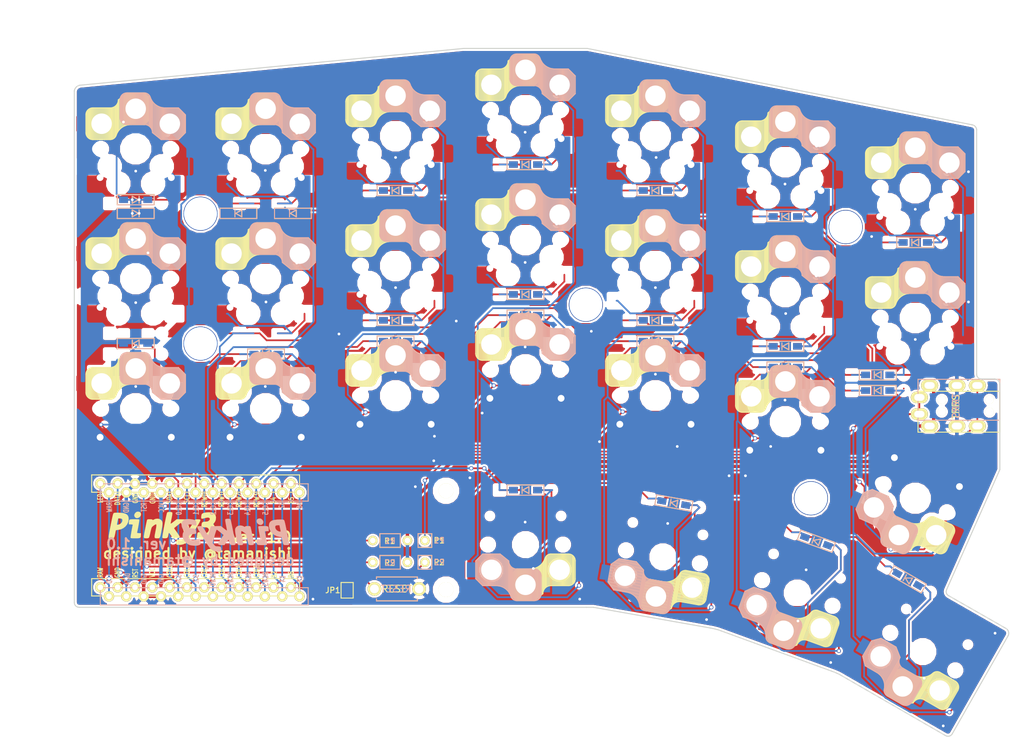
<source format=kicad_pcb>
(kicad_pcb (version 20171130) (host pcbnew "(5.1.4-0-10_14)")
  (title_block (title "Pinky3 PCB Design") (date 2018-12-23) (rev 0.3) (company @tamanishi))
  (layers (0 F.Cu signal) (31 B.Cu signal) (34 B.Paste user) (35 F.Paste user hide) (36 B.SilkS user hide) (37 F.SilkS user hide) (38 B.Mask user) (39 F.Mask user) (44 Edge.Cuts user))
  (net 0 "")
  (net 1 "Net-(D4-Pad2)")
  (net 2 row3)
  (net 3 "Net-(D5-Pad2)")
  (net 4 row0)
  (net 5 row1)
  (net 6 "Net-(D6-Pad2)")
  (net 7 row2)
  (net 8 "Net-(D7-Pad2)")
  (net 9 "Net-(D8-Pad2)")
  (net 10 "Net-(D9-Pad2)")
  (net 11 "Net-(D10-Pad2)")
  (net 12 "Net-(D11-Pad2)")
  (net 13 "Net-(D12-Pad2)")
  (net 14 "Net-(D13-Pad2)")
  (net 15 "Net-(D14-Pad2)")
  (net 16 "Net-(D15-Pad2)")
  (net 17 "Net-(D16-Pad2)")
  (net 18 "Net-(D17-Pad2)")
  (net 19 "Net-(D18-Pad2)")
  (net 20 "Net-(D19-Pad2)")
  (net 21 "Net-(D20-Pad2)")
  (net 22 "Net-(D21-Pad2)")
  (net 23 "Net-(D22-Pad2)")
  (net 24 "Net-(D23-Pad2)")
  (net 25 "Net-(D24-Pad2)")
  (net 26 "Net-(D25-Pad2)")
  (net 27 VCC)
  (net 28 "Net-(J1-PadA)")
  (net 29 "Net-(J1-PadB)")
  (net 30 GND)
  (net 31 data)
  (net 32 reset)
  (net 33 col0)
  (net 34 "Net-(D1-Pad2)")
  (net 35 "Net-(D2-Pad2)")
  (net 36 "Net-(D3-Pad2)")
  (net 37 col1)
  (net 38 col2)
  (net 39 col3)
  (net 40 col4)
  (net 41 col5)
  (net 42 col6)
  (net 43 "Net-(U1-Pad24)")
  (net 44 "Net-(U1-Pad13)")
  (net 45 "Net-(U1-Pad12)")
  (net 46 sda)
  (net 47 scl)
  (net 48 "Net-(U1-Pad1)")
  (net 49 "Net-(U1-Pad11)")
  (module kbd:Choc_Hotswap (layer F.Cu) (at 50 69.05)
    (fp_text reference SW2 hide)
    (fp_text value SW_PUSH hide)
    (pad "" np_thru_hole circle (at -5.5 0 270) (size 1.8 1.8) (drill 1.8) (layers *.Cu *.Mask))
    (pad "" np_thru_hole circle (at 5.5 0 270) (size 1.8 1.8) (drill 1.8) (layers *.Cu *.Mask))
    (pad "" np_thru_hole circle (at 0 0 270) (size 3.4 3.4) (drill 3.4) (layers *.Cu *.Mask))
    (pad "" np_thru_hole circle (at 0 -5.9 270) (size 3 3) (drill 3) (layers *.Cu *.Mask))
    (pad "" np_thru_hole circle (at 5 -3.7 270) (size 3 3) (drill 3) (layers *.Cu *.Mask))
    (pad 2 smd rect (at -2.8 -5.9) (size 1.6 2.2) (layers B.Cu B.Paste B.Mask) (net 34 "Net-(D1-Pad2)"))
    (pad 1 smd rect (at 7.8 -3.7) (size 1.6 2.2) (layers B.Cu B.Paste B.Mask) (net 33 col0))
    (pad 1 smd rect (at -7.9 -3.7) (size 1.6 2.2) (layers F.Cu F.Paste F.Mask) (net 33 col0))
    (pad 2 smd rect (at 2.8 -5.9) (size 1.6 2.2) (layers F.Cu F.Paste F.Mask) (net 34 "Net-(D1-Pad2)"))
    (pad "" np_thru_hole circle (at -5 -3.7 90) (size 3 3) (drill 3) (layers *.Cu *.Mask))
    (pad "" np_thru_hole circle (at 5.22 4.2) (size 1 1) (drill 1) (layers *.Cu *.Mask))
    (pad "" np_thru_hole circle (at -5.22 4.2) (size 1 1) (drill 1) (layers *.Cu *.Mask))
  )
  (module kbd:D3_SMD (layer F.Cu) (at 50 97.6)
    (fp_text reference D3 hide)
    (fp_text value D hide)
    (pad 2 smd rect (at 1.775 0) (size 1.3 0.95) (layers F.Cu F.Paste F.Mask) (net 36 "Net-(D3-Pad2)"))
    (pad 1 smd rect (at -1.775 0) (size 1.3 0.95) (layers B.Cu B.Paste B.Mask) (net 7 row2))
    (pad 2 smd rect (at 1.775 0) (size 1.3 0.95) (layers B.Cu B.Paste B.Mask) (net 36 "Net-(D3-Pad2)"))
    (pad 1 smd rect (at -1.775 0) (size 1.3 0.95) (layers F.Cu F.Paste F.Mask) (net 7 row2))
  )
  (module kbd:D3_SMD (layer F.Cu) (at 158.8 104.5)
    (fp_text reference D24 hide)
    (fp_text value D hide)
    (pad 2 smd rect (at 1.775 0) (size 1.3 0.95) (layers F.Cu F.Paste F.Mask) (net 25 "Net-(D24-Pad2)"))
    (pad 1 smd rect (at -1.775 0) (size 1.3 0.95) (layers B.Cu B.Paste B.Mask) (net 7 row2))
    (pad 2 smd rect (at 1.775 0) (size 1.3 0.95) (layers B.Cu B.Paste B.Mask) (net 25 "Net-(D24-Pad2)"))
    (pad 1 smd rect (at -1.775 0) (size 1.3 0.95) (layers F.Cu F.Paste F.Mask) (net 7 row2))
  )
  (module kbd:D3_SMD (layer F.Cu) (at 158.8 102.2)
    (fp_text reference D23 hide)
    (fp_text value D hide)
    (pad 2 smd rect (at 1.775 0) (size 1.3 0.95) (layers F.Cu F.Paste F.Mask) (net 24 "Net-(D23-Pad2)"))
    (pad 1 smd rect (at -1.775 0) (size 1.3 0.95) (layers B.Cu B.Paste B.Mask) (net 5 row1))
    (pad 2 smd rect (at 1.775 0) (size 1.3 0.95) (layers B.Cu B.Paste B.Mask) (net 24 "Net-(D23-Pad2)"))
    (pad 1 smd rect (at -1.775 0) (size 1.3 0.95) (layers F.Cu F.Paste F.Mask) (net 5 row1))
  )
  (module kbd:D3_SMD (layer F.Cu) (at 164.3 82.765)
    (fp_text reference D22 hide)
    (fp_text value D hide)
    (pad 2 smd rect (at 1.775 0) (size 1.3 0.95) (layers F.Cu F.Paste F.Mask) (net 23 "Net-(D22-Pad2)"))
    (pad 1 smd rect (at -1.775 0) (size 1.3 0.95) (layers B.Cu B.Paste B.Mask) (net 4 row0))
    (pad 2 smd rect (at 1.775 0) (size 1.3 0.95) (layers B.Cu B.Paste B.Mask) (net 23 "Net-(D22-Pad2)"))
    (pad 1 smd rect (at -1.775 0) (size 1.3 0.95) (layers F.Cu F.Paste F.Mask) (net 4 row0))
  )
  (module kbd:D3_SMD (layer F.Cu) (at 145.25 101.055)
    (fp_text reference D20 hide)
    (fp_text value D hide)
    (pad 2 smd rect (at 1.775 0) (size 1.3 0.95) (layers F.Cu F.Paste F.Mask) (net 21 "Net-(D20-Pad2)"))
    (pad 1 smd rect (at -1.775 0) (size 1.3 0.95) (layers B.Cu B.Paste B.Mask) (net 7 row2))
    (pad 2 smd rect (at 1.775 0) (size 1.3 0.95) (layers B.Cu B.Paste B.Mask) (net 21 "Net-(D20-Pad2)"))
    (pad 1 smd rect (at -1.775 0) (size 1.3 0.95) (layers F.Cu F.Paste F.Mask) (net 7 row2))
  )
  (module kbd:D3_SMD (layer F.Cu) (at 145.25 98.005)
    (fp_text reference D19 hide)
    (fp_text value D hide)
    (pad 2 smd rect (at 1.775 0) (size 1.3 0.95) (layers F.Cu F.Paste F.Mask) (net 20 "Net-(D19-Pad2)"))
    (pad 1 smd rect (at -1.775 0) (size 1.3 0.95) (layers B.Cu B.Paste B.Mask) (net 5 row1))
    (pad 2 smd rect (at 1.775 0) (size 1.3 0.95) (layers B.Cu B.Paste B.Mask) (net 20 "Net-(D19-Pad2)"))
    (pad 1 smd rect (at -1.775 0) (size 1.3 0.95) (layers F.Cu F.Paste F.Mask) (net 5 row1))
  )
  (module kbd:D3_SMD (layer F.Cu) (at 145.25 78.955)
    (fp_text reference D18 hide)
    (fp_text value D hide)
    (pad 2 smd rect (at 1.775 0) (size 1.3 0.95) (layers F.Cu F.Paste F.Mask) (net 19 "Net-(D18-Pad2)"))
    (pad 1 smd rect (at -1.775 0) (size 1.3 0.95) (layers B.Cu B.Paste B.Mask) (net 4 row0))
    (pad 2 smd rect (at 1.775 0) (size 1.3 0.95) (layers B.Cu B.Paste B.Mask) (net 19 "Net-(D18-Pad2)"))
    (pad 1 smd rect (at -1.775 0) (size 1.3 0.95) (layers F.Cu F.Paste F.Mask) (net 4 row0))
  )
  (module kbd:D3_SMD (layer F.Cu) (at 126.2 97.245)
    (fp_text reference D16 hide)
    (fp_text value D hide)
    (pad 2 smd rect (at 1.775 0) (size 1.3 0.95) (layers F.Cu F.Paste F.Mask) (net 17 "Net-(D16-Pad2)"))
    (pad 1 smd rect (at -1.775 0) (size 1.3 0.95) (layers B.Cu B.Paste B.Mask) (net 7 row2))
    (pad 2 smd rect (at 1.775 0) (size 1.3 0.95) (layers B.Cu B.Paste B.Mask) (net 17 "Net-(D16-Pad2)"))
    (pad 1 smd rect (at -1.775 0) (size 1.3 0.95) (layers F.Cu F.Paste F.Mask) (net 7 row2))
  )
  (module kbd:D3_SMD (layer F.Cu) (at 126.2 94.195)
    (fp_text reference D15 hide)
    (fp_text value D hide)
    (pad 2 smd rect (at 1.775 0) (size 1.3 0.95) (layers F.Cu F.Paste F.Mask) (net 16 "Net-(D15-Pad2)"))
    (pad 1 smd rect (at -1.775 0) (size 1.3 0.95) (layers B.Cu B.Paste B.Mask) (net 5 row1))
    (pad 2 smd rect (at 1.775 0) (size 1.3 0.95) (layers B.Cu B.Paste B.Mask) (net 16 "Net-(D15-Pad2)"))
    (pad 1 smd rect (at -1.775 0) (size 1.3 0.95) (layers F.Cu F.Paste F.Mask) (net 5 row1))
  )
  (module kbd:D3_SMD (layer F.Cu) (at 126.2 75.145)
    (fp_text reference D14 hide)
    (fp_text value D hide)
    (pad 2 smd rect (at 1.775 0) (size 1.3 0.95) (layers F.Cu F.Paste F.Mask) (net 15 "Net-(D14-Pad2)"))
    (pad 1 smd rect (at -1.775 0) (size 1.3 0.95) (layers B.Cu B.Paste B.Mask) (net 4 row0))
    (pad 2 smd rect (at 1.775 0) (size 1.3 0.95) (layers B.Cu B.Paste B.Mask) (net 15 "Net-(D14-Pad2)"))
    (pad 1 smd rect (at -1.775 0) (size 1.3 0.95) (layers F.Cu F.Paste F.Mask) (net 4 row0))
  )
  (module kbd:D3_SMD (layer F.Cu) (at 107.15 119.1)
    (fp_text reference D13 hide)
    (fp_text value D hide)
    (pad 2 smd rect (at 1.775 0) (size 1.3 0.95) (layers F.Cu F.Paste F.Mask) (net 14 "Net-(D13-Pad2)"))
    (pad 1 smd rect (at -1.775 0) (size 1.3 0.95) (layers B.Cu B.Paste B.Mask) (net 2 row3))
    (pad 2 smd rect (at 1.775 0) (size 1.3 0.95) (layers B.Cu B.Paste B.Mask) (net 14 "Net-(D13-Pad2)"))
    (pad 1 smd rect (at -1.775 0) (size 1.3 0.95) (layers F.Cu F.Paste F.Mask) (net 2 row3))
  )
  (module kbd:D3_SMD (layer F.Cu) (at 107.15 93.435)
    (fp_text reference D12 hide)
    (fp_text value D hide)
    (pad 2 smd rect (at 1.775 0) (size 1.3 0.95) (layers F.Cu F.Paste F.Mask) (net 13 "Net-(D12-Pad2)"))
    (pad 1 smd rect (at -1.775 0) (size 1.3 0.95) (layers B.Cu B.Paste B.Mask) (net 7 row2))
    (pad 2 smd rect (at 1.775 0) (size 1.3 0.95) (layers B.Cu B.Paste B.Mask) (net 13 "Net-(D12-Pad2)"))
    (pad 1 smd rect (at -1.775 0) (size 1.3 0.95) (layers F.Cu F.Paste F.Mask) (net 7 row2))
  )
  (module kbd:D3_SMD (layer F.Cu) (at 107.15 90.385)
    (fp_text reference D11 hide)
    (fp_text value D hide)
    (pad 2 smd rect (at 1.775 0) (size 1.3 0.95) (layers F.Cu F.Paste F.Mask) (net 12 "Net-(D11-Pad2)"))
    (pad 1 smd rect (at -1.775 0) (size 1.3 0.95) (layers B.Cu B.Paste B.Mask) (net 5 row1))
    (pad 2 smd rect (at 1.775 0) (size 1.3 0.95) (layers B.Cu B.Paste B.Mask) (net 12 "Net-(D11-Pad2)"))
    (pad 1 smd rect (at -1.775 0) (size 1.3 0.95) (layers F.Cu F.Paste F.Mask) (net 5 row1))
  )
  (module kbd:D3_SMD (layer F.Cu) (at 88.1 94.195)
    (fp_text reference D8 hide)
    (fp_text value D hide)
    (pad 2 smd rect (at 1.775 0) (size 1.3 0.95) (layers F.Cu F.Paste F.Mask) (net 9 "Net-(D8-Pad2)"))
    (pad 1 smd rect (at -1.775 0) (size 1.3 0.95) (layers B.Cu B.Paste B.Mask) (net 5 row1))
    (pad 2 smd rect (at 1.775 0) (size 1.3 0.95) (layers B.Cu B.Paste B.Mask) (net 9 "Net-(D8-Pad2)"))
    (pad 1 smd rect (at -1.775 0) (size 1.3 0.95) (layers F.Cu F.Paste F.Mask) (net 5 row1))
  )
  (module kbd:D3_SMD (layer F.Cu) (at 88.1 75.145)
    (fp_text reference D7 hide)
    (fp_text value D hide)
    (pad 2 smd rect (at 1.775 0) (size 1.3 0.95) (layers F.Cu F.Paste F.Mask) (net 8 "Net-(D7-Pad2)"))
    (pad 1 smd rect (at -1.775 0) (size 1.3 0.95) (layers B.Cu B.Paste B.Mask) (net 4 row0))
    (pad 2 smd rect (at 1.775 0) (size 1.3 0.95) (layers B.Cu B.Paste B.Mask) (net 8 "Net-(D7-Pad2)"))
    (pad 1 smd rect (at -1.775 0) (size 1.3 0.95) (layers F.Cu F.Paste F.Mask) (net 4 row0))
  )
  (module kbd:D3_SMD (layer F.Cu) (at 69.1 99.15)
    (fp_text reference D6 hide)
    (fp_text value D hide)
    (pad 2 smd rect (at 1.775 0) (size 1.3 0.95) (layers F.Cu F.Paste F.Mask) (net 6 "Net-(D6-Pad2)"))
    (pad 1 smd rect (at -1.775 0) (size 1.3 0.95) (layers B.Cu B.Paste B.Mask) (net 7 row2))
    (pad 2 smd rect (at 1.775 0) (size 1.3 0.95) (layers B.Cu B.Paste B.Mask) (net 6 "Net-(D6-Pad2)"))
    (pad 1 smd rect (at -1.775 0) (size 1.3 0.95) (layers F.Cu F.Paste F.Mask) (net 7 row2))
  )
  (module kbd:D3_SMD (layer F.Cu) (at 50 78.5 180)
    (fp_text reference D2 hide)
    (fp_text value D hide)
    (pad 2 smd rect (at 1.775 0 180) (size 1.3 0.95) (layers F.Cu F.Paste F.Mask) (net 35 "Net-(D2-Pad2)"))
    (pad 1 smd rect (at -1.775 0 180) (size 1.3 0.95) (layers B.Cu B.Paste B.Mask) (net 5 row1))
    (pad 2 smd rect (at 1.775 0 180) (size 1.3 0.95) (layers B.Cu B.Paste B.Mask) (net 35 "Net-(D2-Pad2)"))
    (pad 1 smd rect (at -1.775 0 180) (size 1.3 0.95) (layers F.Cu F.Paste F.Mask) (net 5 row1))
  )
  (module kbd:D3_SMD (layer F.Cu) (at 50 76.5 180)
    (fp_text reference D1 hide)
    (fp_text value D hide)
    (pad 2 smd rect (at 1.775 0 180) (size 1.3 0.95) (layers F.Cu F.Paste F.Mask) (net 34 "Net-(D1-Pad2)"))
    (pad 1 smd rect (at -1.775 0 180) (size 1.3 0.95) (layers B.Cu B.Paste B.Mask) (net 4 row0))
    (pad 2 smd rect (at 1.775 0 180) (size 1.3 0.95) (layers B.Cu B.Paste B.Mask) (net 34 "Net-(D1-Pad2)"))
    (pad 1 smd rect (at -1.775 0 180) (size 1.3 0.95) (layers F.Cu F.Paste F.Mask) (net 4 row0))
  )
  (module kbd:D3_SMD (layer F.Cu) (at 73.05 78.5)
    (fp_text reference D5 hide)
    (fp_text value D hide)
    (pad 2 smd rect (at 1.775 0) (size 1.3 0.95) (layers F.Cu F.Paste F.Mask) (net 3 "Net-(D5-Pad2)"))
    (pad 1 smd rect (at -1.775 0) (size 1.3 0.95) (layers B.Cu B.Paste B.Mask) (net 5 row1))
    (pad 2 smd rect (at 1.775 0) (size 1.3 0.95) (layers B.Cu B.Paste B.Mask) (net 3 "Net-(D5-Pad2)"))
    (pad 1 smd rect (at -1.775 0) (size 1.3 0.95) (layers F.Cu F.Paste F.Mask) (net 5 row1))
  )
  (module kbd:D3_SMD (layer F.Cu) (at 65.05 78.5)
    (fp_text reference D4 hide)
    (fp_text value D hide)
    (pad 2 smd rect (at 1.775 0) (size 1.3 0.95) (layers F.Cu F.Paste F.Mask) (net 1 "Net-(D4-Pad2)"))
    (pad 1 smd rect (at -1.775 0) (size 1.3 0.95) (layers B.Cu B.Paste B.Mask) (net 4 row0))
    (pad 2 smd rect (at 1.775 0) (size 1.3 0.95) (layers B.Cu B.Paste B.Mask) (net 1 "Net-(D4-Pad2)"))
    (pad 1 smd rect (at -1.775 0) (size 1.3 0.95) (layers F.Cu F.Paste F.Mask) (net 4 row0))
  )
  (module kbd:D3_SMD (layer F.Cu) (at 107.15 71.335)
    (fp_text reference D10 hide)
    (fp_text value D hide)
    (pad 2 smd rect (at 1.775 0) (size 1.3 0.95) (layers F.Cu F.Paste F.Mask) (net 11 "Net-(D10-Pad2)"))
    (pad 1 smd rect (at -1.775 0) (size 1.3 0.95) (layers B.Cu B.Paste B.Mask) (net 4 row0))
    (pad 2 smd rect (at 1.775 0) (size 1.3 0.95) (layers B.Cu B.Paste B.Mask) (net 11 "Net-(D10-Pad2)"))
    (pad 1 smd rect (at -1.775 0) (size 1.3 0.95) (layers F.Cu F.Paste F.Mask) (net 4 row0))
  )
  (module kbd:D3_SMD (layer F.Cu) (at 149.8 126.6 340)
    (fp_text reference D21 hide)
    (fp_text value D hide)
    (pad 2 smd rect (at 1.775 0 340) (size 1.3 0.95) (layers F.Cu F.Paste F.Mask) (net 22 "Net-(D21-Pad2)"))
    (pad 1 smd rect (at -1.775 0 340) (size 1.3 0.95) (layers B.Cu B.Paste B.Mask) (net 2 row3))
    (pad 2 smd rect (at 1.775 0 340) (size 1.3 0.95) (layers B.Cu B.Paste B.Mask) (net 22 "Net-(D21-Pad2)"))
    (pad 1 smd rect (at -1.775 0 340) (size 1.3 0.95) (layers F.Cu F.Paste F.Mask) (net 2 row3))
  )
  (module kbd:D3_SMD (layer F.Cu) (at 88.1 97.245)
    (fp_text reference D9 hide)
    (fp_text value D hide)
    (pad 2 smd rect (at 1.775 0) (size 1.3 0.95) (layers F.Cu F.Paste F.Mask) (net 10 "Net-(D9-Pad2)"))
    (pad 1 smd rect (at -1.775 0) (size 1.3 0.95) (layers B.Cu B.Paste B.Mask) (net 7 row2))
    (pad 2 smd rect (at 1.775 0) (size 1.3 0.95) (layers B.Cu B.Paste B.Mask) (net 10 "Net-(D9-Pad2)"))
    (pad 1 smd rect (at -1.775 0) (size 1.3 0.95) (layers F.Cu F.Paste F.Mask) (net 7 row2))
  )
  (module kbd:D3_SMD (layer F.Cu) (at 163.2 132.2 330)
    (fp_text reference D25 hide)
    (fp_text value D hide)
    (pad 2 smd rect (at 1.775 0 330) (size 1.3 0.95) (layers F.Cu F.Paste F.Mask) (net 26 "Net-(D25-Pad2)"))
    (pad 1 smd rect (at -1.775 0 330) (size 1.3 0.95) (layers B.Cu B.Paste B.Mask) (net 2 row3))
    (pad 2 smd rect (at 1.775 0 330) (size 1.3 0.95) (layers B.Cu B.Paste B.Mask) (net 26 "Net-(D25-Pad2)"))
    (pad 1 smd rect (at -1.775 0 330) (size 1.3 0.95) (layers F.Cu F.Paste F.Mask) (net 2 row3))
  )
  (module kbd:D3_SMD (layer F.Cu) (at 128.9 121 350)
    (fp_text reference D17 hide)
    (fp_text value D hide)
    (pad 2 smd rect (at 1.775 0 350) (size 1.3 0.95) (layers F.Cu F.Paste F.Mask) (net 18 "Net-(D17-Pad2)"))
    (pad 1 smd rect (at -1.775 0 350) (size 1.3 0.95) (layers B.Cu B.Paste B.Mask) (net 2 row3))
    (pad 2 smd rect (at 1.775 0 350) (size 1.3 0.95) (layers B.Cu B.Paste B.Mask) (net 18 "Net-(D17-Pad2)"))
    (pad 1 smd rect (at -1.775 0 350) (size 1.3 0.95) (layers F.Cu F.Paste F.Mask) (net 2 row3))
  )
  (module kbd:Choc_Hotswap (layer F.Cu) (at 164.3 74.765)
    (fp_text reference SW23 hide)
    (fp_text value SW_PUSH hide)
    (pad "" np_thru_hole circle (at -5.5 0 270) (size 1.8 1.8) (drill 1.8) (layers *.Cu *.Mask))
    (pad "" np_thru_hole circle (at 5.5 0 270) (size 1.8 1.8) (drill 1.8) (layers *.Cu *.Mask))
    (pad "" np_thru_hole circle (at 0 0 270) (size 3.4 3.4) (drill 3.4) (layers *.Cu *.Mask))
    (pad "" np_thru_hole circle (at 0 -5.9 270) (size 3 3) (drill 3) (layers *.Cu *.Mask))
    (pad "" np_thru_hole circle (at 5 -3.7 270) (size 3 3) (drill 3) (layers *.Cu *.Mask))
    (pad 2 smd rect (at -2.8 -5.9) (size 1.6 2.2) (layers B.Cu B.Paste B.Mask) (net 23 "Net-(D22-Pad2)"))
    (pad 1 smd rect (at 7.8 -3.7) (size 1.6 2.2) (layers B.Cu B.Paste B.Mask) (net 42 col6))
    (pad 1 smd rect (at -7.9 -3.7) (size 1.6 2.2) (layers F.Cu F.Paste F.Mask) (net 42 col6))
    (pad 2 smd rect (at 2.8 -5.9) (size 1.6 2.2) (layers F.Cu F.Paste F.Mask) (net 23 "Net-(D22-Pad2)"))
    (pad "" np_thru_hole circle (at -5 -3.7 90) (size 3 3) (drill 3) (layers *.Cu *.Mask))
    (pad "" np_thru_hole circle (at 5.22 4.2) (size 1 1) (drill 1) (layers *.Cu *.Mask))
    (pad "" np_thru_hole circle (at -5.22 4.2) (size 1 1) (drill 1) (layers *.Cu *.Mask))
  )
  (module kbd:Choc_Hotswap (layer F.Cu) (at 69.05 107.15)
    (fp_text reference SW7 hide)
    (fp_text value SW_PUSH hide)
    (pad "" np_thru_hole circle (at -5.5 0 270) (size 1.8 1.8) (drill 1.8) (layers *.Cu *.Mask))
    (pad "" np_thru_hole circle (at 5.5 0 270) (size 1.8 1.8) (drill 1.8) (layers *.Cu *.Mask))
    (pad "" np_thru_hole circle (at 0 0 270) (size 3.4 3.4) (drill 3.4) (layers *.Cu *.Mask))
    (pad "" np_thru_hole circle (at 0 -5.9 270) (size 3 3) (drill 3) (layers *.Cu *.Mask))
    (pad "" np_thru_hole circle (at 5 -3.7 270) (size 3 3) (drill 3) (layers *.Cu *.Mask))
    (pad 2 smd rect (at -2.8 -5.9) (size 1.6 2.2) (layers B.Cu B.Paste B.Mask) (net 6 "Net-(D6-Pad2)"))
    (pad 1 smd rect (at 7.8 -3.7) (size 1.6 2.2) (layers B.Cu B.Paste B.Mask) (net 37 col1))
    (pad 1 smd rect (at -7.9 -3.7) (size 1.6 2.2) (layers F.Cu F.Paste F.Mask) (net 37 col1))
    (pad 2 smd rect (at 2.8 -5.9) (size 1.6 2.2) (layers F.Cu F.Paste F.Mask) (net 6 "Net-(D6-Pad2)"))
    (pad "" np_thru_hole circle (at -5 -3.7 90) (size 3 3) (drill 3) (layers *.Cu *.Mask))
    (pad "" np_thru_hole circle (at 5.22 4.2) (size 1 1) (drill 1) (layers *.Cu *.Mask))
    (pad "" np_thru_hole circle (at -5.22 4.2) (size 1 1) (drill 1) (layers *.Cu *.Mask))
  )
  (module kbd:Choc_Hotswap (layer F.Cu) (at 126.2 67.145)
    (fp_text reference SW15 hide)
    (fp_text value SW_PUSH hide)
    (pad "" np_thru_hole circle (at -5.5 0 270) (size 1.8 1.8) (drill 1.8) (layers *.Cu *.Mask))
    (pad "" np_thru_hole circle (at 5.5 0 270) (size 1.8 1.8) (drill 1.8) (layers *.Cu *.Mask))
    (pad "" np_thru_hole circle (at 0 0 270) (size 3.4 3.4) (drill 3.4) (layers *.Cu *.Mask))
    (pad "" np_thru_hole circle (at 0 -5.9 270) (size 3 3) (drill 3) (layers *.Cu *.Mask))
    (pad "" np_thru_hole circle (at 5 -3.7 270) (size 3 3) (drill 3) (layers *.Cu *.Mask))
    (pad 2 smd rect (at -2.8 -5.9) (size 1.6 2.2) (layers B.Cu B.Paste B.Mask) (net 15 "Net-(D14-Pad2)"))
    (pad 1 smd rect (at 7.8 -3.7) (size 1.6 2.2) (layers B.Cu B.Paste B.Mask) (net 40 col4))
    (pad 1 smd rect (at -7.9 -3.7) (size 1.6 2.2) (layers F.Cu F.Paste F.Mask) (net 40 col4))
    (pad 2 smd rect (at 2.8 -5.9) (size 1.6 2.2) (layers F.Cu F.Paste F.Mask) (net 15 "Net-(D14-Pad2)"))
    (pad "" np_thru_hole circle (at -5 -3.7 90) (size 3 3) (drill 3) (layers *.Cu *.Mask))
    (pad "" np_thru_hole circle (at 5.22 4.2) (size 1 1) (drill 1) (layers *.Cu *.Mask))
    (pad "" np_thru_hole circle (at -5.22 4.2) (size 1 1) (drill 1) (layers *.Cu *.Mask))
  )
  (module kbd:Choc_Hotswap (layer F.Cu) (at 107.15 82.385)
    (fp_text reference SW12 hide)
    (fp_text value SW_PUSH hide)
    (pad "" np_thru_hole circle (at -5.5 0 270) (size 1.8 1.8) (drill 1.8) (layers *.Cu *.Mask))
    (pad "" np_thru_hole circle (at 5.5 0 270) (size 1.8 1.8) (drill 1.8) (layers *.Cu *.Mask))
    (pad "" np_thru_hole circle (at 0 0 270) (size 3.4 3.4) (drill 3.4) (layers *.Cu *.Mask))
    (pad "" np_thru_hole circle (at 0 -5.9 270) (size 3 3) (drill 3) (layers *.Cu *.Mask))
    (pad "" np_thru_hole circle (at 5 -3.7 270) (size 3 3) (drill 3) (layers *.Cu *.Mask))
    (pad 2 smd rect (at -2.8 -5.9) (size 1.6 2.2) (layers B.Cu B.Paste B.Mask) (net 12 "Net-(D11-Pad2)"))
    (pad 1 smd rect (at 7.8 -3.7) (size 1.6 2.2) (layers B.Cu B.Paste B.Mask) (net 39 col3))
    (pad 1 smd rect (at -7.9 -3.7) (size 1.6 2.2) (layers F.Cu F.Paste F.Mask) (net 39 col3))
    (pad 2 smd rect (at 2.8 -5.9) (size 1.6 2.2) (layers F.Cu F.Paste F.Mask) (net 12 "Net-(D11-Pad2)"))
    (pad "" np_thru_hole circle (at -5 -3.7 90) (size 3 3) (drill 3) (layers *.Cu *.Mask))
    (pad "" np_thru_hole circle (at 5.22 4.2) (size 1 1) (drill 1) (layers *.Cu *.Mask))
    (pad "" np_thru_hole circle (at -5.22 4.2) (size 1 1) (drill 1) (layers *.Cu *.Mask))
  )
  (module kbd:Choc_Hotswap (layer F.Cu) (at 107.15 63.335)
    (fp_text reference SW11 hide)
    (fp_text value SW_PUSH hide)
    (pad "" np_thru_hole circle (at -5.5 0 270) (size 1.8 1.8) (drill 1.8) (layers *.Cu *.Mask))
    (pad "" np_thru_hole circle (at 5.5 0 270) (size 1.8 1.8) (drill 1.8) (layers *.Cu *.Mask))
    (pad "" np_thru_hole circle (at 0 0 270) (size 3.4 3.4) (drill 3.4) (layers *.Cu *.Mask))
    (pad "" np_thru_hole circle (at 0 -5.9 270) (size 3 3) (drill 3) (layers *.Cu *.Mask))
    (pad "" np_thru_hole circle (at 5 -3.7 270) (size 3 3) (drill 3) (layers *.Cu *.Mask))
    (pad 2 smd rect (at -2.8 -5.9) (size 1.6 2.2) (layers B.Cu B.Paste B.Mask) (net 11 "Net-(D10-Pad2)"))
    (pad 1 smd rect (at 7.8 -3.7) (size 1.6 2.2) (layers B.Cu B.Paste B.Mask) (net 39 col3))
    (pad 1 smd rect (at -7.9 -3.7) (size 1.6 2.2) (layers F.Cu F.Paste F.Mask) (net 39 col3))
    (pad 2 smd rect (at 2.8 -5.9) (size 1.6 2.2) (layers F.Cu F.Paste F.Mask) (net 11 "Net-(D10-Pad2)"))
    (pad "" np_thru_hole circle (at -5 -3.7 90) (size 3 3) (drill 3) (layers *.Cu *.Mask))
    (pad "" np_thru_hole circle (at 5.22 4.2) (size 1 1) (drill 1) (layers *.Cu *.Mask))
    (pad "" np_thru_hole circle (at -5.22 4.2) (size 1 1) (drill 1) (layers *.Cu *.Mask))
  )
  (module kbd:Choc_Hotswap (layer F.Cu) (at 88.1 67.145)
    (fp_text reference SW8 hide)
    (fp_text value SW_PUSH hide)
    (pad "" np_thru_hole circle (at -5.5 0 270) (size 1.8 1.8) (drill 1.8) (layers *.Cu *.Mask))
    (pad "" np_thru_hole circle (at 5.5 0 270) (size 1.8 1.8) (drill 1.8) (layers *.Cu *.Mask))
    (pad "" np_thru_hole circle (at 0 0 270) (size 3.4 3.4) (drill 3.4) (layers *.Cu *.Mask))
    (pad "" np_thru_hole circle (at 0 -5.9 270) (size 3 3) (drill 3) (layers *.Cu *.Mask))
    (pad "" np_thru_hole circle (at 5 -3.7 270) (size 3 3) (drill 3) (layers *.Cu *.Mask))
    (pad 2 smd rect (at -2.8 -5.9) (size 1.6 2.2) (layers B.Cu B.Paste B.Mask) (net 8 "Net-(D7-Pad2)"))
    (pad 1 smd rect (at 7.8 -3.7) (size 1.6 2.2) (layers B.Cu B.Paste B.Mask) (net 38 col2))
    (pad 1 smd rect (at -7.9 -3.7) (size 1.6 2.2) (layers F.Cu F.Paste F.Mask) (net 38 col2))
    (pad 2 smd rect (at 2.8 -5.9) (size 1.6 2.2) (layers F.Cu F.Paste F.Mask) (net 8 "Net-(D7-Pad2)"))
    (pad "" np_thru_hole circle (at -5 -3.7 90) (size 3 3) (drill 3) (layers *.Cu *.Mask))
    (pad "" np_thru_hole circle (at 5.22 4.2) (size 1 1) (drill 1) (layers *.Cu *.Mask))
    (pad "" np_thru_hole circle (at -5.22 4.2) (size 1 1) (drill 1) (layers *.Cu *.Mask))
  )
  (module kbd:Choc_Hotswap (layer F.Cu) (at 164.3 120.3 156)
    (fp_text reference SW25 hide)
    (fp_text value SW_PUSH hide)
    (pad "" np_thru_hole circle (at -5.5 0 66) (size 1.8 1.8) (drill 1.8) (layers *.Cu *.Mask))
    (pad "" np_thru_hole circle (at 5.5 0 66) (size 1.8 1.8) (drill 1.8) (layers *.Cu *.Mask))
    (pad "" np_thru_hole circle (at 0 0 66) (size 3.4 3.4) (drill 3.4) (layers *.Cu *.Mask))
    (pad "" np_thru_hole circle (at 0 -5.9 66) (size 3 3) (drill 3) (layers *.Cu *.Mask))
    (pad "" np_thru_hole circle (at 5 -3.7 66) (size 3 3) (drill 3) (layers *.Cu *.Mask))
    (pad 2 smd rect (at -2.8 -5.9 156) (size 1.6 2.2) (layers B.Cu B.Paste B.Mask) (net 25 "Net-(D24-Pad2)"))
    (pad 1 smd rect (at 7.8 -3.7 156) (size 1.6 2.2) (layers B.Cu B.Paste B.Mask) (net 42 col6))
    (pad 1 smd rect (at -7.9 -3.7 156) (size 1.6 2.2) (layers F.Cu F.Paste F.Mask) (net 42 col6))
    (pad 2 smd rect (at 2.8 -5.9 156) (size 1.6 2.2) (layers F.Cu F.Paste F.Mask) (net 25 "Net-(D24-Pad2)"))
    (pad "" np_thru_hole circle (at -5 -3.7 246) (size 3 3) (drill 3) (layers *.Cu *.Mask))
    (pad "" np_thru_hole circle (at 5.22 4.2 156) (size 1 1) (drill 1) (layers *.Cu *.Mask))
    (pad "" np_thru_hole circle (at -5.22 4.2 156) (size 1 1) (drill 1) (layers *.Cu *.Mask))
  )
  (module kbd:Choc_Hotswap (layer F.Cu) (at 145.25 70.955)
    (fp_text reference SW19 hide)
    (fp_text value SW_PUSH hide)
    (pad "" np_thru_hole circle (at -5.5 0 270) (size 1.8 1.8) (drill 1.8) (layers *.Cu *.Mask))
    (pad "" np_thru_hole circle (at 5.5 0 270) (size 1.8 1.8) (drill 1.8) (layers *.Cu *.Mask))
    (pad "" np_thru_hole circle (at 0 0 270) (size 3.4 3.4) (drill 3.4) (layers *.Cu *.Mask))
    (pad "" np_thru_hole circle (at 0 -5.9 270) (size 3 3) (drill 3) (layers *.Cu *.Mask))
    (pad "" np_thru_hole circle (at 5 -3.7 270) (size 3 3) (drill 3) (layers *.Cu *.Mask))
    (pad 2 smd rect (at -2.8 -5.9) (size 1.6 2.2) (layers B.Cu B.Paste B.Mask) (net 19 "Net-(D18-Pad2)"))
    (pad 1 smd rect (at 7.8 -3.7) (size 1.6 2.2) (layers B.Cu B.Paste B.Mask) (net 41 col5))
    (pad 1 smd rect (at -7.9 -3.7) (size 1.6 2.2) (layers F.Cu F.Paste F.Mask) (net 41 col5))
    (pad 2 smd rect (at 2.8 -5.9) (size 1.6 2.2) (layers F.Cu F.Paste F.Mask) (net 19 "Net-(D18-Pad2)"))
    (pad "" np_thru_hole circle (at -5 -3.7 90) (size 3 3) (drill 3) (layers *.Cu *.Mask))
    (pad "" np_thru_hole circle (at 5.22 4.2) (size 1 1) (drill 1) (layers *.Cu *.Mask))
    (pad "" np_thru_hole circle (at -5.22 4.2) (size 1 1) (drill 1) (layers *.Cu *.Mask))
  )
  (module kbd:Choc_Hotswap (layer F.Cu) (at 50 107.15)
    (fp_text reference SW4 hide)
    (fp_text value SW_PUSH hide)
    (pad "" np_thru_hole circle (at -5.5 0 270) (size 1.8 1.8) (drill 1.8) (layers *.Cu *.Mask))
    (pad "" np_thru_hole circle (at 5.5 0 270) (size 1.8 1.8) (drill 1.8) (layers *.Cu *.Mask))
    (pad "" np_thru_hole circle (at 0 0 270) (size 3.4 3.4) (drill 3.4) (layers *.Cu *.Mask))
    (pad "" np_thru_hole circle (at 0 -5.9 270) (size 3 3) (drill 3) (layers *.Cu *.Mask))
    (pad "" np_thru_hole circle (at 5 -3.7 270) (size 3 3) (drill 3) (layers *.Cu *.Mask))
    (pad 2 smd rect (at -2.8 -5.9) (size 1.6 2.2) (layers B.Cu B.Paste B.Mask) (net 36 "Net-(D3-Pad2)"))
    (pad 1 smd rect (at 7.8 -3.7) (size 1.6 2.2) (layers B.Cu B.Paste B.Mask) (net 33 col0))
    (pad 1 smd rect (at -7.9 -3.7) (size 1.6 2.2) (layers F.Cu F.Paste F.Mask) (net 33 col0))
    (pad 2 smd rect (at 2.8 -5.9) (size 1.6 2.2) (layers F.Cu F.Paste F.Mask) (net 36 "Net-(D3-Pad2)"))
    (pad "" np_thru_hole circle (at -5 -3.7 90) (size 3 3) (drill 3) (layers *.Cu *.Mask))
    (pad "" np_thru_hole circle (at 5.22 4.2) (size 1 1) (drill 1) (layers *.Cu *.Mask))
    (pad "" np_thru_hole circle (at -5.22 4.2) (size 1 1) (drill 1) (layers *.Cu *.Mask))
  )
  (module kbd:Choc_Hotswap (layer F.Cu) (at 88.1 105.245)
    (fp_text reference SW10 hide)
    (fp_text value SW_PUSH hide)
    (pad "" np_thru_hole circle (at -5.5 0 270) (size 1.8 1.8) (drill 1.8) (layers *.Cu *.Mask))
    (pad "" np_thru_hole circle (at 5.5 0 270) (size 1.8 1.8) (drill 1.8) (layers *.Cu *.Mask))
    (pad "" np_thru_hole circle (at 0 0 270) (size 3.4 3.4) (drill 3.4) (layers *.Cu *.Mask))
    (pad "" np_thru_hole circle (at 0 -5.9 270) (size 3 3) (drill 3) (layers *.Cu *.Mask))
    (pad "" np_thru_hole circle (at 5 -3.7 270) (size 3 3) (drill 3) (layers *.Cu *.Mask))
    (pad 2 smd rect (at -2.8 -5.9) (size 1.6 2.2) (layers B.Cu B.Paste B.Mask) (net 10 "Net-(D9-Pad2)"))
    (pad 1 smd rect (at 7.8 -3.7) (size 1.6 2.2) (layers B.Cu B.Paste B.Mask) (net 38 col2))
    (pad 1 smd rect (at -7.9 -3.7) (size 1.6 2.2) (layers F.Cu F.Paste F.Mask) (net 38 col2))
    (pad 2 smd rect (at 2.8 -5.9) (size 1.6 2.2) (layers F.Cu F.Paste F.Mask) (net 10 "Net-(D9-Pad2)"))
    (pad "" np_thru_hole circle (at -5 -3.7 90) (size 3 3) (drill 3) (layers *.Cu *.Mask))
    (pad "" np_thru_hole circle (at 5.22 4.2) (size 1 1) (drill 1) (layers *.Cu *.Mask))
    (pad "" np_thru_hole circle (at -5.22 4.2) (size 1 1) (drill 1) (layers *.Cu *.Mask))
  )
  (module kbd:Choc_Hotswap (layer F.Cu) (at 50 88.1)
    (fp_text reference SW3 hide)
    (fp_text value SW_PUSH hide)
    (pad "" np_thru_hole circle (at -5.5 0 270) (size 1.8 1.8) (drill 1.8) (layers *.Cu *.Mask))
    (pad "" np_thru_hole circle (at 5.5 0 270) (size 1.8 1.8) (drill 1.8) (layers *.Cu *.Mask))
    (pad "" np_thru_hole circle (at 0 0 270) (size 3.4 3.4) (drill 3.4) (layers *.Cu *.Mask))
    (pad "" np_thru_hole circle (at 0 -5.9 270) (size 3 3) (drill 3) (layers *.Cu *.Mask))
    (pad "" np_thru_hole circle (at 5 -3.7 270) (size 3 3) (drill 3) (layers *.Cu *.Mask))
    (pad 2 smd rect (at -2.8 -5.9) (size 1.6 2.2) (layers B.Cu B.Paste B.Mask) (net 35 "Net-(D2-Pad2)"))
    (pad 1 smd rect (at 7.8 -3.7) (size 1.6 2.2) (layers B.Cu B.Paste B.Mask) (net 33 col0))
    (pad 1 smd rect (at -7.9 -3.7) (size 1.6 2.2) (layers F.Cu F.Paste F.Mask) (net 33 col0))
    (pad 2 smd rect (at 2.8 -5.9) (size 1.6 2.2) (layers F.Cu F.Paste F.Mask) (net 35 "Net-(D2-Pad2)"))
    (pad "" np_thru_hole circle (at -5 -3.7 90) (size 3 3) (drill 3) (layers *.Cu *.Mask))
    (pad "" np_thru_hole circle (at 5.22 4.2) (size 1 1) (drill 1) (layers *.Cu *.Mask))
    (pad "" np_thru_hole circle (at -5.22 4.2) (size 1 1) (drill 1) (layers *.Cu *.Mask))
  )
  (module kbd:Choc_Hotswap (layer F.Cu) (at 69.05 69.05)
    (fp_text reference SW5 hide)
    (fp_text value SW_PUSH hide)
    (pad "" np_thru_hole circle (at -5.5 0 270) (size 1.8 1.8) (drill 1.8) (layers *.Cu *.Mask))
    (pad "" np_thru_hole circle (at 5.5 0 270) (size 1.8 1.8) (drill 1.8) (layers *.Cu *.Mask))
    (pad "" np_thru_hole circle (at 0 0 270) (size 3.4 3.4) (drill 3.4) (layers *.Cu *.Mask))
    (pad "" np_thru_hole circle (at 0 -5.9 270) (size 3 3) (drill 3) (layers *.Cu *.Mask))
    (pad "" np_thru_hole circle (at 5 -3.7 270) (size 3 3) (drill 3) (layers *.Cu *.Mask))
    (pad 2 smd rect (at -2.8 -5.9) (size 1.6 2.2) (layers B.Cu B.Paste B.Mask) (net 1 "Net-(D4-Pad2)"))
    (pad 1 smd rect (at 7.8 -3.7) (size 1.6 2.2) (layers B.Cu B.Paste B.Mask) (net 37 col1))
    (pad 1 smd rect (at -7.9 -3.7) (size 1.6 2.2) (layers F.Cu F.Paste F.Mask) (net 37 col1))
    (pad 2 smd rect (at 2.8 -5.9) (size 1.6 2.2) (layers F.Cu F.Paste F.Mask) (net 1 "Net-(D4-Pad2)"))
    (pad "" np_thru_hole circle (at -5 -3.7 90) (size 3 3) (drill 3) (layers *.Cu *.Mask))
    (pad "" np_thru_hole circle (at 5.22 4.2) (size 1 1) (drill 1) (layers *.Cu *.Mask))
    (pad "" np_thru_hole circle (at -5.22 4.2) (size 1 1) (drill 1) (layers *.Cu *.Mask))
  )
  (module kbd:Choc_Hotswap (layer F.Cu) (at 69.05 88.1)
    (fp_text reference SW6 hide)
    (fp_text value SW_PUSH hide)
    (pad "" np_thru_hole circle (at -5.5 0 270) (size 1.8 1.8) (drill 1.8) (layers *.Cu *.Mask))
    (pad "" np_thru_hole circle (at 5.5 0 270) (size 1.8 1.8) (drill 1.8) (layers *.Cu *.Mask))
    (pad "" np_thru_hole circle (at 0 0 270) (size 3.4 3.4) (drill 3.4) (layers *.Cu *.Mask))
    (pad "" np_thru_hole circle (at 0 -5.9 270) (size 3 3) (drill 3) (layers *.Cu *.Mask))
    (pad "" np_thru_hole circle (at 5 -3.7 270) (size 3 3) (drill 3) (layers *.Cu *.Mask))
    (pad 2 smd rect (at -2.8 -5.9) (size 1.6 2.2) (layers B.Cu B.Paste B.Mask) (net 3 "Net-(D5-Pad2)"))
    (pad 1 smd rect (at 7.8 -3.7) (size 1.6 2.2) (layers B.Cu B.Paste B.Mask) (net 37 col1))
    (pad 1 smd rect (at -7.9 -3.7) (size 1.6 2.2) (layers F.Cu F.Paste F.Mask) (net 37 col1))
    (pad 2 smd rect (at 2.8 -5.9) (size 1.6 2.2) (layers F.Cu F.Paste F.Mask) (net 3 "Net-(D5-Pad2)"))
    (pad "" np_thru_hole circle (at -5 -3.7 90) (size 3 3) (drill 3) (layers *.Cu *.Mask))
    (pad "" np_thru_hole circle (at 5.22 4.2) (size 1 1) (drill 1) (layers *.Cu *.Mask))
    (pad "" np_thru_hole circle (at -5.22 4.2) (size 1 1) (drill 1) (layers *.Cu *.Mask))
  )
  (module kbd:Choc_Hotswap (layer F.Cu) (at 88.1 86.195)
    (fp_text reference SW9 hide)
    (fp_text value SW_PUSH hide)
    (pad "" np_thru_hole circle (at -5.5 0 270) (size 1.8 1.8) (drill 1.8) (layers *.Cu *.Mask))
    (pad "" np_thru_hole circle (at 5.5 0 270) (size 1.8 1.8) (drill 1.8) (layers *.Cu *.Mask))
    (pad "" np_thru_hole circle (at 0 0 270) (size 3.4 3.4) (drill 3.4) (layers *.Cu *.Mask))
    (pad "" np_thru_hole circle (at 0 -5.9 270) (size 3 3) (drill 3) (layers *.Cu *.Mask))
    (pad "" np_thru_hole circle (at 5 -3.7 270) (size 3 3) (drill 3) (layers *.Cu *.Mask))
    (pad 2 smd rect (at -2.8 -5.9) (size 1.6 2.2) (layers B.Cu B.Paste B.Mask) (net 9 "Net-(D8-Pad2)"))
    (pad 1 smd rect (at 7.8 -3.7) (size 1.6 2.2) (layers B.Cu B.Paste B.Mask) (net 38 col2))
    (pad 1 smd rect (at -7.9 -3.7) (size 1.6 2.2) (layers F.Cu F.Paste F.Mask) (net 38 col2))
    (pad 2 smd rect (at 2.8 -5.9) (size 1.6 2.2) (layers F.Cu F.Paste F.Mask) (net 9 "Net-(D8-Pad2)"))
    (pad "" np_thru_hole circle (at -5 -3.7 90) (size 3 3) (drill 3) (layers *.Cu *.Mask))
    (pad "" np_thru_hole circle (at 5.22 4.2) (size 1 1) (drill 1) (layers *.Cu *.Mask))
    (pad "" np_thru_hole circle (at -5.22 4.2) (size 1 1) (drill 1) (layers *.Cu *.Mask))
  )
  (module kbd:Choc_Hotswap (layer F.Cu) (at 107.15 101.435)
    (fp_text reference SW13 hide)
    (fp_text value SW_PUSH hide)
    (pad "" np_thru_hole circle (at -5.5 0 270) (size 1.8 1.8) (drill 1.8) (layers *.Cu *.Mask))
    (pad "" np_thru_hole circle (at 5.5 0 270) (size 1.8 1.8) (drill 1.8) (layers *.Cu *.Mask))
    (pad "" np_thru_hole circle (at 0 0 270) (size 3.4 3.4) (drill 3.4) (layers *.Cu *.Mask))
    (pad "" np_thru_hole circle (at 0 -5.9 270) (size 3 3) (drill 3) (layers *.Cu *.Mask))
    (pad "" np_thru_hole circle (at 5 -3.7 270) (size 3 3) (drill 3) (layers *.Cu *.Mask))
    (pad 2 smd rect (at -2.8 -5.9) (size 1.6 2.2) (layers B.Cu B.Paste B.Mask) (net 13 "Net-(D12-Pad2)"))
    (pad 1 smd rect (at 7.8 -3.7) (size 1.6 2.2) (layers B.Cu B.Paste B.Mask) (net 39 col3))
    (pad 1 smd rect (at -7.9 -3.7) (size 1.6 2.2) (layers F.Cu F.Paste F.Mask) (net 39 col3))
    (pad 2 smd rect (at 2.8 -5.9) (size 1.6 2.2) (layers F.Cu F.Paste F.Mask) (net 13 "Net-(D12-Pad2)"))
    (pad "" np_thru_hole circle (at -5 -3.7 90) (size 3 3) (drill 3) (layers *.Cu *.Mask))
    (pad "" np_thru_hole circle (at 5.22 4.2) (size 1 1) (drill 1) (layers *.Cu *.Mask))
    (pad "" np_thru_hole circle (at -5.22 4.2) (size 1 1) (drill 1) (layers *.Cu *.Mask))
  )
  (module kbd:Choc_Hotswap (layer F.Cu) (at 126.2 86.195)
    (fp_text reference SW16 hide)
    (fp_text value SW_PUSH hide)
    (pad "" np_thru_hole circle (at -5.5 0 270) (size 1.8 1.8) (drill 1.8) (layers *.Cu *.Mask))
    (pad "" np_thru_hole circle (at 5.5 0 270) (size 1.8 1.8) (drill 1.8) (layers *.Cu *.Mask))
    (pad "" np_thru_hole circle (at 0 0 270) (size 3.4 3.4) (drill 3.4) (layers *.Cu *.Mask))
    (pad "" np_thru_hole circle (at 0 -5.9 270) (size 3 3) (drill 3) (layers *.Cu *.Mask))
    (pad "" np_thru_hole circle (at 5 -3.7 270) (size 3 3) (drill 3) (layers *.Cu *.Mask))
    (pad 2 smd rect (at -2.8 -5.9) (size 1.6 2.2) (layers B.Cu B.Paste B.Mask) (net 16 "Net-(D15-Pad2)"))
    (pad 1 smd rect (at 7.8 -3.7) (size 1.6 2.2) (layers B.Cu B.Paste B.Mask) (net 40 col4))
    (pad 1 smd rect (at -7.9 -3.7) (size 1.6 2.2) (layers F.Cu F.Paste F.Mask) (net 40 col4))
    (pad 2 smd rect (at 2.8 -5.9) (size 1.6 2.2) (layers F.Cu F.Paste F.Mask) (net 16 "Net-(D15-Pad2)"))
    (pad "" np_thru_hole circle (at -5 -3.7 90) (size 3 3) (drill 3) (layers *.Cu *.Mask))
    (pad "" np_thru_hole circle (at 5.22 4.2) (size 1 1) (drill 1) (layers *.Cu *.Mask))
    (pad "" np_thru_hole circle (at -5.22 4.2) (size 1 1) (drill 1) (layers *.Cu *.Mask))
  )
  (module kbd:Choc_Hotswap (layer F.Cu) (at 126.2 105.245)
    (fp_text reference SW17 hide)
    (fp_text value SW_PUSH hide)
    (pad "" np_thru_hole circle (at -5.5 0 270) (size 1.8 1.8) (drill 1.8) (layers *.Cu *.Mask))
    (pad "" np_thru_hole circle (at 5.5 0 270) (size 1.8 1.8) (drill 1.8) (layers *.Cu *.Mask))
    (pad "" np_thru_hole circle (at 0 0 270) (size 3.4 3.4) (drill 3.4) (layers *.Cu *.Mask))
    (pad "" np_thru_hole circle (at 0 -5.9 270) (size 3 3) (drill 3) (layers *.Cu *.Mask))
    (pad "" np_thru_hole circle (at 5 -3.7 270) (size 3 3) (drill 3) (layers *.Cu *.Mask))
    (pad 2 smd rect (at -2.8 -5.9) (size 1.6 2.2) (layers B.Cu B.Paste B.Mask) (net 17 "Net-(D16-Pad2)"))
    (pad 1 smd rect (at 7.8 -3.7) (size 1.6 2.2) (layers B.Cu B.Paste B.Mask) (net 40 col4))
    (pad 1 smd rect (at -7.9 -3.7) (size 1.6 2.2) (layers F.Cu F.Paste F.Mask) (net 40 col4))
    (pad 2 smd rect (at 2.8 -5.9) (size 1.6 2.2) (layers F.Cu F.Paste F.Mask) (net 17 "Net-(D16-Pad2)"))
    (pad "" np_thru_hole circle (at -5 -3.7 90) (size 3 3) (drill 3) (layers *.Cu *.Mask))
    (pad "" np_thru_hole circle (at 5.22 4.2) (size 1 1) (drill 1) (layers *.Cu *.Mask))
    (pad "" np_thru_hole circle (at -5.22 4.2) (size 1 1) (drill 1) (layers *.Cu *.Mask))
  )
  (module kbd:Choc_Hotswap (layer F.Cu) (at 145.25 90.005)
    (fp_text reference SW20 hide)
    (fp_text value SW_PUSH hide)
    (pad "" np_thru_hole circle (at -5.5 0 270) (size 1.8 1.8) (drill 1.8) (layers *.Cu *.Mask))
    (pad "" np_thru_hole circle (at 5.5 0 270) (size 1.8 1.8) (drill 1.8) (layers *.Cu *.Mask))
    (pad "" np_thru_hole circle (at 0 0 270) (size 3.4 3.4) (drill 3.4) (layers *.Cu *.Mask))
    (pad "" np_thru_hole circle (at 0 -5.9 270) (size 3 3) (drill 3) (layers *.Cu *.Mask))
    (pad "" np_thru_hole circle (at 5 -3.7 270) (size 3 3) (drill 3) (layers *.Cu *.Mask))
    (pad 2 smd rect (at -2.8 -5.9) (size 1.6 2.2) (layers B.Cu B.Paste B.Mask) (net 20 "Net-(D19-Pad2)"))
    (pad 1 smd rect (at 7.8 -3.7) (size 1.6 2.2) (layers B.Cu B.Paste B.Mask) (net 41 col5))
    (pad 1 smd rect (at -7.9 -3.7) (size 1.6 2.2) (layers F.Cu F.Paste F.Mask) (net 41 col5))
    (pad 2 smd rect (at 2.8 -5.9) (size 1.6 2.2) (layers F.Cu F.Paste F.Mask) (net 20 "Net-(D19-Pad2)"))
    (pad "" np_thru_hole circle (at -5 -3.7 90) (size 3 3) (drill 3) (layers *.Cu *.Mask))
    (pad "" np_thru_hole circle (at 5.22 4.2) (size 1 1) (drill 1) (layers *.Cu *.Mask))
    (pad "" np_thru_hole circle (at -5.22 4.2) (size 1 1) (drill 1) (layers *.Cu *.Mask))
  )
  (module kbd:Choc_Hotswap (layer F.Cu) (at 145.25 109.055)
    (fp_text reference SW21 hide)
    (fp_text value SW_PUSH hide)
    (pad "" np_thru_hole circle (at -5.5 0 270) (size 1.8 1.8) (drill 1.8) (layers *.Cu *.Mask))
    (pad "" np_thru_hole circle (at 5.5 0 270) (size 1.8 1.8) (drill 1.8) (layers *.Cu *.Mask))
    (pad "" np_thru_hole circle (at 0 0 270) (size 3.4 3.4) (drill 3.4) (layers *.Cu *.Mask))
    (pad "" np_thru_hole circle (at 0 -5.9 270) (size 3 3) (drill 3) (layers *.Cu *.Mask))
    (pad "" np_thru_hole circle (at 5 -3.7 270) (size 3 3) (drill 3) (layers *.Cu *.Mask))
    (pad 2 smd rect (at -2.8 -5.9) (size 1.6 2.2) (layers B.Cu B.Paste B.Mask) (net 21 "Net-(D20-Pad2)"))
    (pad 1 smd rect (at 7.8 -3.7) (size 1.6 2.2) (layers B.Cu B.Paste B.Mask) (net 41 col5))
    (pad 1 smd rect (at -7.9 -3.7) (size 1.6 2.2) (layers F.Cu F.Paste F.Mask) (net 41 col5))
    (pad 2 smd rect (at 2.8 -5.9) (size 1.6 2.2) (layers F.Cu F.Paste F.Mask) (net 21 "Net-(D20-Pad2)"))
    (pad "" np_thru_hole circle (at -5 -3.7 90) (size 3 3) (drill 3) (layers *.Cu *.Mask))
    (pad "" np_thru_hole circle (at 5.22 4.2) (size 1 1) (drill 1) (layers *.Cu *.Mask))
    (pad "" np_thru_hole circle (at -5.22 4.2) (size 1 1) (drill 1) (layers *.Cu *.Mask))
  )
  (module kbd:Choc_Hotswap (layer F.Cu) (at 164.3 93.815)
    (fp_text reference SW24 hide)
    (fp_text value SW_PUSH hide)
    (pad "" np_thru_hole circle (at -5.5 0 270) (size 1.8 1.8) (drill 1.8) (layers *.Cu *.Mask))
    (pad "" np_thru_hole circle (at 5.5 0 270) (size 1.8 1.8) (drill 1.8) (layers *.Cu *.Mask))
    (pad "" np_thru_hole circle (at 0 0 270) (size 3.4 3.4) (drill 3.4) (layers *.Cu *.Mask))
    (pad "" np_thru_hole circle (at 0 -5.9 270) (size 3 3) (drill 3) (layers *.Cu *.Mask))
    (pad "" np_thru_hole circle (at 5 -3.7 270) (size 3 3) (drill 3) (layers *.Cu *.Mask))
    (pad 2 smd rect (at -2.8 -5.9) (size 1.6 2.2) (layers B.Cu B.Paste B.Mask) (net 24 "Net-(D23-Pad2)"))
    (pad 1 smd rect (at 7.8 -3.7) (size 1.6 2.2) (layers B.Cu B.Paste B.Mask) (net 42 col6))
    (pad 1 smd rect (at -7.9 -3.7) (size 1.6 2.2) (layers F.Cu F.Paste F.Mask) (net 42 col6))
    (pad 2 smd rect (at 2.8 -5.9) (size 1.6 2.2) (layers F.Cu F.Paste F.Mask) (net 24 "Net-(D23-Pad2)"))
    (pad "" np_thru_hole circle (at -5 -3.7 90) (size 3 3) (drill 3) (layers *.Cu *.Mask))
    (pad "" np_thru_hole circle (at 5.22 4.2) (size 1 1) (drill 1) (layers *.Cu *.Mask))
    (pad "" np_thru_hole circle (at -5.22 4.2) (size 1 1) (drill 1) (layers *.Cu *.Mask))
  )
  (module kbd:HOLE_M2 (layer F.Cu) (at 95.5 119.2)
    (fp_text reference HOLE_M2 hide)
    (fp_text value VAL** hide)
    (pad "" np_thru_hole circle (at 0 0) (size 2.2 2.2) (drill 2.2) (layers *.Cu *.Mask F.SilkS) (clearance 0.85))
  )
  (module kbd:HOLE_M2 (layer F.Cu) (at 95.5 133.7)
    (fp_text reference HOLE_M2 hide)
    (fp_text value VAL** hide)
    (pad "" np_thru_hole circle (at 0 0) (size 2.2 2.2) (drill 2.2) (layers *.Cu *.Mask F.SilkS) (clearance 0.85))
  )
  (module kbd:JP (layer F.Cu) (at 81 133.8 90)
    (fp_text reference JP1 (at 0 -2.1 180) (layer F.SilkS) (effects (font (size 0.8128 0.8128) (thickness 0.1524))))
    (fp_text value JPC2 hide)
    (pad "" smd rect (at 0 0 180) (size 0.381 0.381) (layers F.Cu F.Paste F.Mask) (clearance 0.00254))
    (pad 2 smd rect (at 0.50038 0 90) (size 0.635 1.143) (layers F.Cu F.Paste F.Mask) (net 31 data) (clearance 0.1905))
    (pad 1 smd rect (at -0.50038 0 90) (size 0.635 1.143) (layers F.Cu F.Paste F.Mask) (net 29 "Net-(J1-PadB)") (clearance 0.1905))
  )
  (module kbd:ProMicro_v2 (layer F.Cu) (at 59.29 125.8 90)
    (fp_text reference U1 hide)
    (fp_text value ProMicro hide)
    (fp_text user "" (at -0.5 -17.25 90) (layer F.SilkS))
    (fp_text user "" (at -1.2065 -16.256 90) (layer B.SilkS) (effects (justify mirror)))
    (fp_text user RAW (at -5.4 -14.478 90) (layer F.SilkS) (effects (font (size 0.75 0.5) (thickness 0.125))))
    (fp_text user LED (at 5.5 -14.478 90) (layer F.SilkS) (effects (font (size 0.75 0.5) (thickness 0.125))))
    (fp_text user GND (at -5.4 -11.938 90) (layer F.SilkS) (effects (font (size 0.75 0.5) (thickness 0.125))))
    (fp_text user DATA (at 5.35 -11.95 90) (layer F.SilkS) (effects (font (size 0.75 0.5) (thickness 0.125))))
    (fp_text user RST (at -5.5 -9.3345 90) (layer F.SilkS) (effects (font (size 0.75 0.5) (thickness 0.125))))
    (fp_text user GND (at 5.5245 -9.3345 90) (layer F.SilkS) (effects (font (size 0.75 0.5) (thickness 0.125))))
    (fp_text user VCC (at -5.4 -6.858 90) (layer F.SilkS) (effects (font (size 0.75 0.5) (thickness 0.125))))
    (fp_text user GND (at 5.461 -6.7945 90) (layer F.SilkS) (effects (font (size 0.75 0.5) (thickness 0.125))))
    (fp_text user COL3 (at -5.2 3.35 90) (layer F.SilkS) (effects (font (size 0.75 0.5) (thickness 0.125))))
    (fp_text user ROW0 (at 5.2 0.8 90) (layer F.SilkS) (effects (font (size 0.75 0.5) (thickness 0.125))))
    (fp_text user COL2 (at -5.2 0.762 90) (layer F.SilkS) (effects (font (size 0.75 0.5) (thickness 0.125))))
    (fp_text user SCL (at 5.461 -1.778 90) (layer F.SilkS) (effects (font (size 0.75 0.5) (thickness 0.125))))
    (fp_text user COL1 (at -5.2 -1.778 90) (layer F.SilkS) (effects (font (size 0.75 0.5) (thickness 0.125))))
    (fp_text user SDA (at 5.461 -4.318 90) (layer F.SilkS) (effects (font (size 0.75 0.5) (thickness 0.125))))
    (fp_text user COL0 (at -5.2 -4.3 90) (layer F.SilkS) (effects (font (size 0.75 0.5) (thickness 0.125))))
    (fp_text user B6 (at -5.7 13.5 90) (layer F.SilkS) (effects (font (size 0.75 0.5) (thickness 0.125))))
    (fp_text user B5 (at 5.2 13.5255 90) (layer F.SilkS) (effects (font (size 0.75 0.5) (thickness 0.125))))
    (fp_text user B4 (at 5.2 10.922 90) (layer F.SilkS) (effects (font (size 0.75 0.5) (thickness 0.125))))
    (fp_text user B2 (at -5.7 11 90) (layer F.SilkS) (effects (font (size 0.75 0.5) (thickness 0.125))))
    (fp_text user ROW3 (at 5.2 8.4455 90) (layer F.SilkS) (effects (font (size 0.75 0.5) (thickness 0.125))))
    (fp_text user COL5 (at -5.2 8.4455 90) (layer F.SilkS) (effects (font (size 0.75 0.5) (thickness 0.125))))
    (fp_text user ROW2 (at 5.2 5.85 90) (layer F.SilkS) (effects (font (size 0.75 0.5) (thickness 0.125))))
    (fp_text user COL4 (at -5.2 5.85 90) (layer F.SilkS) (effects (font (size 0.75 0.5) (thickness 0.125))))
    (fp_text user ROW1 (at 5.25 3.302 90) (layer F.SilkS) (effects (font (size 0.75 0.5) (thickness 0.125))))
    (fp_text user ROW1 (at -6.35 4.6355 90) (layer B.SilkS) (effects (font (size 0.75 0.5) (thickness 0.125)) (justify mirror)))
    (fp_text user COL4 (at 3.95 7.112 90) (layer B.SilkS) (effects (font (size 0.75 0.5) (thickness 0.125)) (justify mirror)))
    (fp_text user ROW2 (at -6.35 7.239 90) (layer B.SilkS) (effects (font (size 0.75 0.5) (thickness 0.125)) (justify mirror)))
    (fp_text user COL5 (at 4 9.75 90) (layer B.SilkS) (effects (font (size 0.75 0.5) (thickness 0.125)) (justify mirror)))
    (fp_text user ROW3 (at -6.35 9.75 90) (layer B.SilkS) (effects (font (size 0.75 0.5) (thickness 0.125)) (justify mirror)))
    (fp_text user B2 (at 4.5085 12.1285 90) (layer B.SilkS) (effects (font (size 0.75 0.5) (thickness 0.125)) (justify mirror)))
    (fp_text user B4 (at -6.35 12.2555 90) (layer B.SilkS) (effects (font (size 0.75 0.5) (thickness 0.125)) (justify mirror)))
    (fp_text user B5 (at -6.35 14.7955 90) (layer B.SilkS) (effects (font (size 0.75 0.5) (thickness 0.125)) (justify mirror)))
    (fp_text user B6 (at 4.445 14.732 90) (layer B.SilkS) (effects (font (size 0.75 0.5) (thickness 0.125)) (justify mirror)))
    (fp_text user COL0 (at 4 -2.95 90) (layer B.SilkS) (effects (font (size 0.75 0.5) (thickness 0.125)) (justify mirror)))
    (fp_text user SDA (at -6.35 -2.9845 90) (layer B.SilkS) (effects (font (size 0.75 0.5) (thickness 0.125)) (justify mirror)))
    (fp_text user COL1 (at 4 -0.4445 90) (layer B.SilkS) (effects (font (size 0.75 0.5) (thickness 0.125)) (justify mirror)))
    (fp_text user SCL (at -6.35 -0.4445 90) (layer B.SilkS) (effects (font (size 0.75 0.5) (thickness 0.125)) (justify mirror)))
    (fp_text user COL2 (at 4 2.1 90) (layer B.SilkS) (effects (font (size 0.75 0.5) (thickness 0.125)) (justify mirror)))
    (fp_text user ROW0 (at -6.35 2.032 90) (layer B.SilkS) (effects (font (size 0.75 0.5) (thickness 0.125)) (justify mirror)))
    (fp_text user COL3 (at 4 4.6 90) (layer B.SilkS) (effects (font (size 0.75 0.5) (thickness 0.125)) (justify mirror)))
    (fp_text user GND (at -6.35 -5.5245 90) (layer B.SilkS) (effects (font (size 0.75 0.5) (thickness 0.125)) (justify mirror)))
    (fp_text user VCC (at 4.1275 -5.5245 90) (layer B.SilkS) (effects (font (size 0.75 0.5) (thickness 0.125)) (justify mirror)))
    (fp_text user GND (at -6.35 -8.0645 90) (layer B.SilkS) (effects (font (size 0.75 0.5) (thickness 0.125)) (justify mirror)))
    (fp_text user RST (at 4.191 -8.0645 90) (layer B.SilkS) (effects (font (size 0.75 0.5) (thickness 0.125)) (justify mirror)))
    (fp_text user DATA (at -6.35 -10.5 90) (layer B.SilkS) (effects (font (size 0.75 0.5) (thickness 0.125)) (justify mirror)))
    (fp_text user GND (at 4.1275 -10.668 90) (layer B.SilkS) (effects (font (size 0.75 0.5) (thickness 0.125)) (justify mirror)))
    (fp_text user LED (at -6.35 -13.1445 90) (layer B.SilkS) (effects (font (size 0.75 0.5) (thickness 0.125)) (justify mirror)))
    (fp_text user RAW (at 4.191 -13.1445 90) (layer B.SilkS) (effects (font (size 0.75 0.5) (thickness 0.125)) (justify mirror)))
    (pad 24 thru_hole circle (at 6.35 -13.208 90) (size 1.524 1.524) (drill 0.8128) (layers *.Cu *.Mask F.SilkS) (net 43 "Net-(U1-Pad24)"))
    (pad 23 thru_hole circle (at 6.35 -10.668 90) (size 1.524 1.524) (drill 0.8128) (layers *.Cu *.Mask F.SilkS) (net 30 GND))
    (pad 22 thru_hole circle (at 6.35 -8.128 90) (size 1.524 1.524) (drill 0.8128) (layers *.Cu *.Mask F.SilkS) (net 32 reset))
    (pad 21 thru_hole circle (at 6.35 -5.588 90) (size 1.524 1.524) (drill 0.8128) (layers *.Cu *.Mask F.SilkS) (net 27 VCC))
    (pad 20 thru_hole circle (at 6.35 -3.048 90) (size 1.524 1.524) (drill 0.8128) (layers *.Cu *.Mask F.SilkS) (net 33 col0))
    (pad 19 thru_hole circle (at 6.35 -0.508 90) (size 1.524 1.524) (drill 0.8128) (layers *.Cu *.Mask F.SilkS) (net 37 col1))
    (pad 18 thru_hole circle (at 6.35 2.032 90) (size 1.524 1.524) (drill 0.8128) (layers *.Cu *.Mask F.SilkS) (net 38 col2))
    (pad 17 thru_hole circle (at 6.35 4.572 90) (size 1.524 1.524) (drill 0.8128) (layers *.Cu *.Mask F.SilkS) (net 39 col3))
    (pad 16 thru_hole circle (at 6.35 7.112 90) (size 1.524 1.524) (drill 0.8128) (layers *.Cu *.Mask F.SilkS) (net 40 col4))
    (pad 15 thru_hole circle (at 6.35 9.652 90) (size 1.524 1.524) (drill 0.8128) (layers *.Cu *.Mask F.SilkS) (net 41 col5))
    (pad 14 thru_hole circle (at 6.35 12.192 90) (size 1.524 1.524) (drill 0.8128) (layers *.Cu *.Mask F.SilkS) (net 42 col6))
    (pad 13 thru_hole circle (at 6.35 14.732 90) (size 1.524 1.524) (drill 0.8128) (layers *.Cu *.Mask F.SilkS) (net 44 "Net-(U1-Pad13)"))
    (pad 12 thru_hole circle (at -8.89 14.732 90) (size 1.524 1.524) (drill 0.8128) (layers *.Cu *.Mask F.SilkS) (net 45 "Net-(U1-Pad12)"))
    (pad 11 thru_hole circle (at -8.89 12.192 90) (size 1.524 1.524) (drill 0.8128) (layers *.Cu *.Mask F.SilkS) (net 49 "Net-(U1-Pad11)"))
    (pad 10 thru_hole circle (at -8.89 9.652 90) (size 1.524 1.524) (drill 0.8128) (layers *.Cu *.Mask F.SilkS) (net 2 row3))
    (pad 9 thru_hole circle (at -8.89 7.112 90) (size 1.524 1.524) (drill 0.8128) (layers *.Cu *.Mask F.SilkS) (net 7 row2))
    (pad 8 thru_hole circle (at -8.89 4.572 90) (size 1.524 1.524) (drill 0.8128) (layers *.Cu *.Mask F.SilkS) (net 5 row1))
    (pad 7 thru_hole circle (at -8.89 2.032 90) (size 1.524 1.524) (drill 0.8128) (layers *.Cu *.Mask F.SilkS) (net 4 row0))
    (pad 6 thru_hole circle (at -8.89 -0.508 90) (size 1.524 1.524) (drill 0.8128) (layers *.Cu *.Mask F.SilkS) (net 47 scl))
    (pad 5 thru_hole circle (at -8.89 -3.048 90) (size 1.524 1.524) (drill 0.8128) (layers *.Cu *.Mask F.SilkS) (net 46 sda))
    (pad 4 thru_hole circle (at -8.89 -5.588 90) (size 1.524 1.524) (drill 0.8128) (layers *.Cu *.Mask F.SilkS) (net 30 GND))
    (pad 3 thru_hole circle (at -8.89 -8.128 90) (size 1.524 1.524) (drill 0.8128) (layers *.Cu *.Mask F.SilkS) (net 30 GND))
    (pad 2 thru_hole circle (at -8.89 -10.668 90) (size 1.524 1.524) (drill 0.8128) (layers *.Cu *.Mask F.SilkS) (net 31 data))
    (pad 1 thru_hole circle (at -8.89 -13.208 90) (size 1.524 1.524) (drill 0.8128) (layers *.Cu *.Mask F.SilkS) (net 48 "Net-(U1-Pad1)"))
    (pad 1 thru_hole circle (at 7.6564 -14.478 90) (size 1.524 1.524) (drill 0.8128) (layers *.Cu *.Mask F.SilkS) (net 48 "Net-(U1-Pad1)"))
    (pad 2 thru_hole circle (at 7.6564 -11.938 90) (size 1.524 1.524) (drill 0.8128) (layers *.Cu *.Mask F.SilkS) (net 31 data))
    (pad 3 thru_hole circle (at 7.6564 -9.398 90) (size 1.524 1.524) (drill 0.8128) (layers *.Cu *.Mask F.SilkS) (net 30 GND))
    (pad 4 thru_hole circle (at 7.6564 -6.858 90) (size 1.524 1.524) (drill 0.8128) (layers *.Cu *.Mask F.SilkS) (net 30 GND))
    (pad 5 thru_hole circle (at 7.6564 -4.318 90) (size 1.524 1.524) (drill 0.8128) (layers *.Cu *.Mask F.SilkS) (net 46 sda))
    (pad 6 thru_hole circle (at 7.6564 -1.778 90) (size 1.524 1.524) (drill 0.8128) (layers *.Cu *.Mask F.SilkS) (net 47 scl))
    (pad 7 thru_hole circle (at 7.6564 0.762 90) (size 1.524 1.524) (drill 0.8128) (layers *.Cu *.Mask F.SilkS) (net 4 row0))
    (pad 8 thru_hole circle (at 7.6564 3.302 90) (size 1.524 1.524) (drill 0.8128) (layers *.Cu *.Mask F.SilkS) (net 5 row1))
    (pad 9 thru_hole circle (at 7.6564 5.842 90) (size 1.524 1.524) (drill 0.8128) (layers *.Cu *.Mask F.SilkS) (net 7 row2))
    (pad 10 thru_hole circle (at 7.6564 8.382 90) (size 1.524 1.524) (drill 0.8128) (layers *.Cu *.Mask F.SilkS) (net 2 row3))
    (pad 11 thru_hole circle (at 7.6564 10.922 90) (size 1.524 1.524) (drill 0.8128) (layers *.Cu *.Mask F.SilkS) (net 49 "Net-(U1-Pad11)"))
    (pad 12 thru_hole circle (at 7.6564 13.462 90) (size 1.524 1.524) (drill 0.8128) (layers *.Cu *.Mask F.SilkS) (net 45 "Net-(U1-Pad12)"))
    (pad 13 thru_hole circle (at -7.5636 13.462 90) (size 1.524 1.524) (drill 0.8128) (layers *.Cu *.Mask F.SilkS) (net 44 "Net-(U1-Pad13)"))
    (pad 14 thru_hole circle (at -7.5636 10.922 90) (size 1.524 1.524) (drill 0.8128) (layers *.Cu *.Mask F.SilkS) (net 42 col6))
    (pad 15 thru_hole circle (at -7.5636 8.382 90) (size 1.524 1.524) (drill 0.8128) (layers *.Cu *.Mask F.SilkS) (net 41 col5))
    (pad 16 thru_hole circle (at -7.5636 5.842 90) (size 1.524 1.524) (drill 0.8128) (layers *.Cu *.Mask F.SilkS) (net 40 col4))
    (pad 17 thru_hole circle (at -7.5636 3.302 90) (size 1.524 1.524) (drill 0.8128) (layers *.Cu *.Mask F.SilkS) (net 39 col3))
    (pad 18 thru_hole circle (at -7.5636 0.762 90) (size 1.524 1.524) (drill 0.8128) (layers *.Cu *.Mask F.SilkS) (net 38 col2))
    (pad 19 thru_hole circle (at -7.5636 -1.778 90) (size 1.524 1.524) (drill 0.8128) (layers *.Cu *.Mask F.SilkS) (net 37 col1))
    (pad 20 thru_hole circle (at -7.5636 -4.318 90) (size 1.524 1.524) (drill 0.8128) (layers *.Cu *.Mask F.SilkS) (net 33 col0))
    (pad 21 thru_hole circle (at -7.5636 -6.858 90) (size 1.524 1.524) (drill 0.8128) (layers *.Cu *.Mask F.SilkS) (net 27 VCC))
    (pad 22 thru_hole circle (at -7.5636 -9.398 90) (size 1.524 1.524) (drill 0.8128) (layers *.Cu *.Mask F.SilkS) (net 32 reset))
    (pad 23 thru_hole circle (at -7.5636 -11.938 90) (size 1.524 1.524) (drill 0.8128) (layers *.Cu *.Mask F.SilkS) (net 30 GND))
    (pad 24 thru_hole circle (at -7.5636 -14.478 90) (size 1.524 1.524) (drill 0.8128) (layers *.Cu *.Mask F.SilkS) (net 43 "Net-(U1-Pad24)"))
  )
  (module kbd:HOLE (layer F.Cu) (at 149 120.3)
    (fp_text reference Ref**)
    (fp_text value Val**)
    (pad "" np_thru_hole circle (at 0 0) (size 5 5) (drill 4.8) (layers *.Cu *.Mask))
  )
  (module kbd:HOLE (layer F.Cu) (at 59.5 97.6)
    (fp_text reference Ref**)
    (fp_text value Val**)
    (pad "" np_thru_hole circle (at 0 0) (size 5 5) (drill 4.8) (layers *.Cu *.Mask))
  )
  (module kbd:MJ-4PP-9 (layer F.Cu) (at 176.7 107.6 270)
    (fp_text reference J1)
    (fp_text value MJ-4PP-9 hide)
    (fp_text user TRRS (at -0.8255 6.4135 270) (layer B.SilkS) (effects (justify mirror)))
    (fp_text user TRRS (at -0.749999 6.45 270) (layer F.SilkS))
    (pad "" np_thru_hole circle (at -1.75 8.5 270) (size 1.2 1.2) (drill 1.2) (layers *.Cu *.Mask F.SilkS))
    (pad "" np_thru_hole circle (at -1.75 1.5 270) (size 1.2 1.2) (drill 1.2) (layers *.Cu *.Mask F.SilkS))
    (pad D thru_hole oval (at -3.85 10.3 270) (size 1.7 2.5) (drill oval 1 1.5) (layers *.Cu *.Mask F.SilkS) (net 27 VCC) (clearance 0.15))
    (pad A thru_hole oval (at 0.35 11.8 270) (size 1.7 2.5) (drill oval 1 1.5) (layers *.Cu *.Mask F.SilkS) (net 28 "Net-(J1-PadA)") (clearance 0.15))
    (pad B thru_hole oval (at -3.85 3.3 270) (size 1.7 2.5) (drill oval 1 1.5) (layers *.Cu *.Mask F.SilkS) (net 29 "Net-(J1-PadB)"))
    (pad C thru_hole oval (at -3.85 6.3 270) (size 1.7 2.5) (drill oval 1 1.5) (layers *.Cu *.Mask F.SilkS) (net 30 GND))
    (pad "" np_thru_hole circle (at 0 1.5 270) (size 1.2 1.2) (drill 1.2) (layers *.Cu *.Mask F.SilkS))
    (pad "" np_thru_hole circle (at 0 8.499999 270) (size 1.2 1.2) (drill 1.2) (layers *.Cu *.Mask F.SilkS))
    (pad B thru_hole oval (at 2.1 3.3 270) (size 1.7 2.5) (drill oval 1 1.5) (layers *.Cu *.Mask F.SilkS) (net 29 "Net-(J1-PadB)"))
    (pad C thru_hole oval (at 2.1 6.3 270) (size 1.7 2.5) (drill oval 1 1.5) (layers *.Cu *.Mask F.SilkS) (net 30 GND))
    (pad D thru_hole oval (at 2.099999 10.299999 270) (size 1.7 2.5) (drill oval 1 1.5) (layers *.Cu *.Mask F.SilkS) (net 27 VCC) (clearance 0.15))
    (pad A thru_hole oval (at -2.1 11.8 270) (size 1.7 2.5) (drill oval 1 1.5) (layers *.Cu *.Mask F.SilkS) (net 28 "Net-(J1-PadA)") (clearance 0.15))
  )
  (module kbd:1pin_conn (layer F.Cu) (at 92.4 126.5)
    (fp_text reference P1 (at 2.1 0) (layer F.SilkS) (effects (font (size 0.8128 0.8128))))
    (fp_text value i2c-pin hide)
    (fp_text user P1 (at 2.1 0) (layer B.SilkS) (effects (font (size 0.8128 0.8128)) (justify mirror)))
    (pad 1 thru_hole circle (at 0 0) (size 1.397 1.397) (drill 0.8128) (layers *.Cu *.Mask F.SilkS) (net 28 "Net-(J1-PadA)"))
  )
  (module kbd:1pin_conn (layer F.Cu) (at 92.4 129.7)
    (fp_text reference P2 (at 2.1 0) (layer F.SilkS) (effects (font (size 0.8128 0.8128))))
    (fp_text value i2c-pin hide)
    (fp_text user P2 (at 2.1 0) (layer B.SilkS) (effects (font (size 0.8128 0.8128)) (justify mirror)))
    (pad 1 thru_hole circle (at 0 0) (size 1.397 1.397) (drill 0.8128) (layers *.Cu *.Mask F.SilkS) (net 29 "Net-(J1-PadB)"))
  )
  (module kbd:ResetSW (layer F.Cu) (at 88.3 133.6 180)
    (fp_text reference SW1 hide)
    (fp_text value RESET_SW)
    (fp_text user RESET (at 0.127 0 180) (layer B.SilkS) (effects (justify mirror)))
    (fp_text user RESET (at 0 0) (layer F.SilkS))
    (pad 1 thru_hole circle (at 3.3 0 180) (size 2 2) (drill 1.3) (layers *.Cu *.Mask F.SilkS) (net 32 reset))
    (pad 2 thru_hole circle (at -3.25 0 180) (size 2 2) (drill 1.3) (layers *.Cu *.Mask F.SilkS) (net 30 GND))
  )
  (module kbd:R (layer F.Cu) (at 87.3 126.5 180)
    (fp_text reference R1 (at 0.05 -0.08 180) (layer F.SilkS) (effects (font (size 0.8128 0.8128))))
    (fp_text value R hide)
    (fp_text user R1 (at 0 -0.0635 180) (layer B.SilkS) (effects (font (size 0.8128 0.8128)) (justify mirror)))
    (pad 1 thru_hole circle (at -2.54 0 180) (size 1.397 1.397) (drill 0.8128) (layers *.Cu *.Mask F.SilkS) (net 27 VCC))
    (pad 2 thru_hole circle (at 2.54 0 180) (size 1.397 1.397) (drill 0.8128) (layers *.Cu *.Mask F.SilkS) (net 46 sda))
  )
  (module kbd:R (layer F.Cu) (at 87.3 129.7 180)
    (fp_text reference R2 (at 0.05 -0.08 180) (layer F.SilkS) (effects (font (size 0.8128 0.8128))))
    (fp_text value R hide)
    (fp_text user R2 (at 0 -0.0635 180) (layer B.SilkS) (effects (font (size 0.8128 0.8128)) (justify mirror)))
    (pad 2 thru_hole circle (at 2.54 0 180) (size 1.397 1.397) (drill 0.8128) (layers *.Cu *.Mask F.SilkS) (net 47 scl))
    (pad 1 thru_hole circle (at -2.54 0 180) (size 1.397 1.397) (drill 0.8128) (layers *.Cu *.Mask F.SilkS) (net 27 VCC))
  )
  (module kbd:HOLE (layer F.Cu) (at 59.5 78.55)
    (fp_text reference Ref**)
    (fp_text value Val**)
    (pad "" np_thru_hole circle (at 0 0) (size 5 5) (drill 4.8) (layers *.Cu *.Mask))
  )
  (module kbd:HOLE (layer F.Cu) (at 116 91.9)
    (fp_text reference Ref**)
    (fp_text value Val**)
    (pad "" np_thru_hole circle (at 0 0) (size 5 5) (drill 4.8) (layers *.Cu *.Mask))
  )
  (module kbd:HOLE (layer F.Cu) (at 154.1 80.5)
    (fp_text reference Ref**)
    (fp_text value Val**)
    (pad "" np_thru_hole circle (at 0 0) (size 5 5) (drill 4.8) (layers *.Cu *.Mask))
  )
  (module kbd:Choc_Hotswap (layer F.Cu) (at 127.3 128.9 170)
    (fp_text reference SW18 hide)
    (fp_text value SW_PUSH hide)
    (pad "" np_thru_hole circle (at -5.22 4.2 170) (size 1 1) (drill 1) (layers *.Cu *.Mask))
    (pad "" np_thru_hole circle (at 5.22 4.2 170) (size 1 1) (drill 1) (layers *.Cu *.Mask))
    (pad "" np_thru_hole circle (at -5.000001 -3.7 260) (size 3 3) (drill 3) (layers *.Cu *.Mask))
    (pad 2 smd rect (at 2.8 -5.9 170) (size 1.6 2.2) (layers F.Cu F.Paste F.Mask) (net 18 "Net-(D17-Pad2)"))
    (pad 1 smd rect (at -7.9 -3.7 170) (size 1.6 2.2) (layers F.Cu F.Paste F.Mask) (net 40 col4))
    (pad 1 smd rect (at 7.8 -3.7 170) (size 1.6 2.2) (layers B.Cu B.Paste B.Mask) (net 40 col4))
    (pad 2 smd rect (at -2.8 -5.9 170) (size 1.6 2.2) (layers B.Cu B.Paste B.Mask) (net 18 "Net-(D17-Pad2)"))
    (pad "" np_thru_hole circle (at 5 -3.7 80) (size 3 3) (drill 3) (layers *.Cu *.Mask))
    (pad "" np_thru_hole circle (at 0 -5.9 80) (size 3 3) (drill 3) (layers *.Cu *.Mask))
    (pad "" np_thru_hole circle (at 0 0 80) (size 3.4 3.4) (drill 3.4) (layers *.Cu *.Mask))
    (pad "" np_thru_hole circle (at 5.5 0 80) (size 1.8 1.8) (drill 1.8) (layers *.Cu *.Mask))
    (pad "" np_thru_hole circle (at -5.5 0 80) (size 1.8 1.8) (drill 1.8) (layers *.Cu *.Mask))
  )
  (module kbd:Choc_Hotswap (layer F.Cu) (at 107.15 127.1 180)
    (fp_text reference SW14 hide)
    (fp_text value SW_PUSH hide)
    (pad "" np_thru_hole circle (at -5.22 4.2 180) (size 1 1) (drill 1) (layers *.Cu *.Mask))
    (pad "" np_thru_hole circle (at 5.22 4.2 180) (size 1 1) (drill 1) (layers *.Cu *.Mask))
    (pad "" np_thru_hole circle (at -5 -3.7 270) (size 3 3) (drill 3) (layers *.Cu *.Mask))
    (pad 2 smd rect (at 2.8 -5.9 180) (size 1.6 2.2) (layers F.Cu F.Paste F.Mask) (net 14 "Net-(D13-Pad2)"))
    (pad 1 smd rect (at -7.9 -3.7 180) (size 1.6 2.2) (layers F.Cu F.Paste F.Mask) (net 39 col3))
    (pad 1 smd rect (at 7.8 -3.7 180) (size 1.6 2.2) (layers B.Cu B.Paste B.Mask) (net 39 col3))
    (pad 2 smd rect (at -2.8 -5.9 180) (size 1.6 2.2) (layers B.Cu B.Paste B.Mask) (net 14 "Net-(D13-Pad2)"))
    (pad "" np_thru_hole circle (at 5 -3.7 90) (size 3 3) (drill 3) (layers *.Cu *.Mask))
    (pad "" np_thru_hole circle (at 0 -5.9 90) (size 3 3) (drill 3) (layers *.Cu *.Mask))
    (pad "" np_thru_hole circle (at 0 0 90) (size 3.4 3.4) (drill 3.4) (layers *.Cu *.Mask))
    (pad "" np_thru_hole circle (at 5.5 0 90) (size 1.8 1.8) (drill 1.8) (layers *.Cu *.Mask))
    (pad "" np_thru_hole circle (at -5.5 0 90) (size 1.8 1.8) (drill 1.8) (layers *.Cu *.Mask))
  )
  (module kbd:Choc_Hotswap (layer F.Cu) (at 147 134.2 160)
    (fp_text reference SW22 hide)
    (fp_text value SW_PUSH hide)
    (pad "" np_thru_hole circle (at -5.22 4.2 160) (size 1 1) (drill 1) (layers *.Cu *.Mask))
    (pad "" np_thru_hole circle (at 5.22 4.2 160) (size 1 1) (drill 1) (layers *.Cu *.Mask))
    (pad "" np_thru_hole circle (at -5 -3.699999 250) (size 3 3) (drill 3) (layers *.Cu *.Mask))
    (pad 2 smd rect (at 2.8 -5.9 160) (size 1.6 2.2) (layers F.Cu F.Paste F.Mask) (net 22 "Net-(D21-Pad2)"))
    (pad 1 smd rect (at -7.9 -3.7 160) (size 1.6 2.2) (layers F.Cu F.Paste F.Mask) (net 41 col5))
    (pad 1 smd rect (at 7.8 -3.7 160) (size 1.6 2.2) (layers B.Cu B.Paste B.Mask) (net 41 col5))
    (pad 2 smd rect (at -2.8 -5.9 160) (size 1.6 2.2) (layers B.Cu B.Paste B.Mask) (net 22 "Net-(D21-Pad2)"))
    (pad "" np_thru_hole circle (at 5 -3.7 70) (size 3 3) (drill 3) (layers *.Cu *.Mask))
    (pad "" np_thru_hole circle (at 0 -5.9 70) (size 3 3) (drill 3) (layers *.Cu *.Mask))
    (pad "" np_thru_hole circle (at 0 0 70) (size 3.4 3.4) (drill 3.4) (layers *.Cu *.Mask))
    (pad "" np_thru_hole circle (at 5.5 0 70) (size 1.8 1.8) (drill 1.8) (layers *.Cu *.Mask))
    (pad "" np_thru_hole circle (at -5.5 0 70) (size 1.8 1.8) (drill 1.8) (layers *.Cu *.Mask))
  )
  (module kbd:Choc_Hotswap (layer F.Cu) (at 165.4 142.8 150)
    (fp_text reference SW26 hide)
    (fp_text value SW_PUSH hide)
    (pad "" np_thru_hole circle (at -5.22 4.2 150) (size 1 1) (drill 1) (layers *.Cu *.Mask))
    (pad "" np_thru_hole circle (at 5.22 4.2 150) (size 1 1) (drill 1) (layers *.Cu *.Mask))
    (pad "" np_thru_hole circle (at -5 -3.7 240) (size 3 3) (drill 3) (layers *.Cu *.Mask))
    (pad 2 smd rect (at 2.8 -5.9 150) (size 1.6 2.2) (layers F.Cu F.Paste F.Mask) (net 26 "Net-(D25-Pad2)"))
    (pad 1 smd rect (at -7.9 -3.7 150) (size 1.6 2.2) (layers F.Cu F.Paste F.Mask) (net 42 col6))
    (pad 1 smd rect (at 7.8 -3.7 150) (size 1.6 2.2) (layers B.Cu B.Paste B.Mask) (net 42 col6))
    (pad 2 smd rect (at -2.8 -5.9 150) (size 1.6 2.2) (layers B.Cu B.Paste B.Mask) (net 26 "Net-(D25-Pad2)"))
    (pad "" np_thru_hole circle (at 5 -3.7 60) (size 3 3) (drill 3) (layers *.Cu *.Mask))
    (pad "" np_thru_hole circle (at 0 -5.9 60) (size 3 3) (drill 3) (layers *.Cu *.Mask))
    (pad "" np_thru_hole circle (at 0 0 60) (size 3.4 3.4) (drill 3.4) (layers *.Cu *.Mask))
    (pad "" np_thru_hole circle (at 5.5 0 60) (size 1.8 1.8) (drill 1.8) (layers *.Cu *.Mask))
    (pad "" np_thru_hole circle (at -5.5 0 60) (size 1.8 1.8) (drill 1.8) (layers *.Cu *.Mask))
  )
  (module lib:pinky3 (layer B.Cu) (at 64.6 125.7 180)
    (fp_text reference G*** hide)
    (fp_text value LOGO hide)
  )
  (module lib:pinky3 (layer F.Cu) (at 53.9 124.7)
    (fp_text reference G*** hide)
    (fp_text value LOGO hide)
  )
  (gr_arc (start 174 102.1) (end 173.3 102.1) (angle -90) (layer Edge.Cuts) (width 0.15))
  (gr_line (start 176.7 103.6) (end 176.7 116.1) (layer Edge.Cuts) (width 0.15))
  (gr_line (start 174 102.8) (end 175.9 102.8) (layer Edge.Cuts) (width 0.15))
  (gr_line (start 116.1 136.3) (end 41.7 136.3) (layer Edge.Cuts) (width 0.15))
  (gr_line (start 116.1 136.3) (end 117.1 136.3) (layer Edge.Cuts) (width 0.15))
  (gr_line (start 168.9 133.7) (end 176.7 116.1) (layer Edge.Cuts) (width 0.15))
  (gr_text "ver. 1.0\ndesigned by @tamanishi" (at 45.5 128.2) (layer B.SilkS) (effects (font (size 1.5 1.5) (thickness 0.3)) (justify right mirror)))
  (gr_text "ver. 1.0\ndesigned by @tamanishi" (at 73 127.2) (layer F.SilkS) (effects (font (size 1.5 1.5) (thickness 0.3)) (justify right)))
  (gr_arc (start 41.999999 60.699999) (end 41.8 59.7) (angle -69.2) (layer Edge.Cuts) (width 0.15))
  (gr_arc (start 172.5 66.3) (end 173.3 66.2) (angle -75.7) (layer Edge.Cuts) (width 0.15))
  (gr_arc (start 175.9 103.6) (end 176.7 103.6) (angle -90) (layer Edge.Cuts) (width 0.15))
  (gr_arc (start 169.1 154.5) (end 168.7 155.1) (angle -90) (layer Edge.Cuts) (width 0.15))
  (gr_arc (start 177.2 140.1) (end 177.9 140.5) (angle -90) (layer Edge.Cuts) (width 0.15))
  (gr_arc (start 41.7 135.6) (end 41 135.6) (angle -90) (layer Edge.Cuts) (width 0.15))
  (gr_line (start 152.4 145.8) (end 153.1 146.1) (layer Edge.Cuts) (width 0.15))
  (gr_arc (start 169.5 134) (end 168.9 133.7) (angle -90) (layer Edge.Cuts) (width 0.15))
  (gr_line (start 134.6 139.4) (end 135.4 139.6) (layer Edge.Cuts) (width 0.15))
  (gr_line (start 153.1 146.1) (end 168.7 155.1) (layer Edge.Cuts) (width 0.15))
  (gr_line (start 135.4 139.6) (end 152.4 145.8) (layer Edge.Cuts) (width 0.15))
  (gr_line (start 117.1 136.3) (end 134.6 139.4) (layer Edge.Cuts) (width 0.15))
  (gr_line (start 177.9 140.5) (end 169.7 154.9) (layer Edge.Cuts) (width 0.15))
  (gr_line (start 169.2 134.6) (end 177.6 139.4) (layer Edge.Cuts) (width 0.15))
  (gr_line (start 173.3 66.2) (end 173.3 102.1) (layer Edge.Cuts) (width 0.15))
  (gr_line (start 116.2 54.3) (end 172.6 65.5) (layer Edge.Cuts) (width 0.15))
  (gr_line (start 98.1 54.3) (end 116.2 54.3) (layer Edge.Cuts) (width 0.15))
  (gr_line (start 41.8 59.7) (end 98.1 54.3) (layer Edge.Cuts) (width 0.15))
  (gr_line (start 41 135.6) (end 41 60.5) (layer Edge.Cuts) (width 0.15))
  (segment (start 71.836499 76.026499) (end 72.86 77.05) (width 0.25) (layer B.Cu) (net 1))
  (segment (start 65.356499 76.026499) (end 71.836499 76.026499) (width 0.25) (layer B.Cu) (net 1))
  (segment (start 63.5 74.17) (end 63.35 74.17) (width 0.25) (layer B.Cu) (net 1))
  (segment (start 63.35 74.17) (end 63.5 74.17) (width 0.25) (layer B.Cu) (net 1))
  (segment (start 70.825 77.05) (end 72.86 77.05) (width 0.25) (layer B.Cu) (net 1))
  (segment (start 74.75 75.16) (end 74.75 74.2) (width 0.25) (layer F.Cu) (net 1))
  (segment (start 72.86 77.05) (end 74.75 75.16) (width 0.25) (layer F.Cu) (net 1))
  (segment (start 70.825 77.05) (end 72.86 77.05) (width 0.25) (layer F.Cu) (net 1))
  (segment (start 63.35 74.17) (end 65.356499 76.026499) (width 0.25) (layer B.Cu) (net 1))
  (segment (start 74.75 74.2) (end 74.75 74.17) (width 0.25) (layer F.Cu) (net 1))
  (segment (start 68.942 133.024838) (end 68.942 134.69) (width 0.25) (layer B.Cu) (net 2))
  (segment (start 67.672 131.754838) (end 68.942 133.024838) (width 0.25) (layer B.Cu) (net 2))
  (segment (start 67.672 118.1436) (end 67.672 131.754838) (width 0.25) (layer B.Cu) (net 2))
  (via (at 101.1 115.9) (size 0.6) (drill 0.4) (layers F.Cu B.Cu) (net 2))
  (segment (start 101.1 115.9) (end 99.2 115.9) (width 0.25) (layer F.Cu) (net 2))
  (via (at 99.2 115.9) (size 0.6) (drill 0.4) (layers F.Cu B.Cu) (net 2))
  (segment (start 103.34 119.1) (end 105.375 119.1) (width 0.25) (layer F.Cu) (net 2))
  (segment (start 105.375 119.1) (end 106.275 119.1) (width 0.25) (layer F.Cu) (net 2))
  (segment (start 105.375 119.1) (end 103.34 119.1) (width 0.25) (layer B.Cu) (net 2))
  (segment (start 103.34 118.14) (end 101.1 115.9) (width 0.25) (layer B.Cu) (net 2))
  (segment (start 103.34 119.1) (end 103.34 118.14) (width 0.25) (layer B.Cu) (net 2))
  (segment (start 106.275 119.1) (end 107.298501 118.076499) (width 0.25) (layer F.Cu) (net 2))
  (segment (start 160.645304 130.294999) (end 161.662805 131.3125) (width 0.25) (layer B.Cu) (net 2))
  (segment (start 159.900444 130.294999) (end 160.645304 130.294999) (width 0.25) (layer B.Cu) (net 2))
  (segment (start 147.436035 125.296903) (end 148.132046 125.992914) (width 0.25) (layer B.Cu) (net 2))
  (segment (start 146.219771 125.296903) (end 147.436035 125.296903) (width 0.25) (layer B.Cu) (net 2))
  (segment (start 126.798592 120.3384) (end 127.151966 120.691774) (width 0.25) (layer B.Cu) (net 2))
  (segment (start 125.14788 120.3384) (end 126.798592 120.3384) (width 0.25) (layer B.Cu) (net 2))
  (segment (start 122.885979 118.076499) (end 125.14788 120.3384) (width 0.25) (layer F.Cu) (net 2))
  (segment (start 107.298501 118.076499) (end 122.885979 118.076499) (width 0.25) (layer F.Cu) (net 2))
  (segment (start 126.798592 120.3384) (end 127.151966 120.691774) (width 0.25) (layer F.Cu) (net 2))
  (segment (start 125.14788 120.3384) (end 126.798592 120.3384) (width 0.25) (layer F.Cu) (net 2))
  (segment (start 141.133904 120.211036) (end 146.219771 125.296903) (width 0.25) (layer F.Cu) (net 2))
  (segment (start 127.632704 120.211036) (end 141.133904 120.211036) (width 0.25) (layer F.Cu) (net 2))
  (segment (start 127.151966 120.691774) (end 127.632704 120.211036) (width 0.25) (layer F.Cu) (net 2))
  (segment (start 147.436035 125.296903) (end 148.132046 125.992914) (width 0.25) (layer F.Cu) (net 2))
  (segment (start 146.219771 125.296903) (end 147.436035 125.296903) (width 0.25) (layer F.Cu) (net 2))
  (segment (start 155.598359 125.992914) (end 159.900444 130.294999) (width 0.25) (layer F.Cu) (net 2))
  (segment (start 148.132046 125.992914) (end 155.598359 125.992914) (width 0.25) (layer F.Cu) (net 2))
  (segment (start 160.645304 130.294999) (end 161.662805 131.3125) (width 0.25) (layer F.Cu) (net 2))
  (segment (start 159.900444 130.294999) (end 160.645304 130.294999) (width 0.25) (layer F.Cu) (net 2))
  (segment (start 69.9156 115.9) (end 67.672 118.1436) (width 0.25) (layer B.Cu) (net 2))
  (segment (start 99.2 115.9) (end 69.9156 115.9) (width 0.25) (layer B.Cu) (net 2))
  (segment (start 70.825 96.1) (end 72.86 96.1) (width 0.25) (layer F.Cu) (net 3))
  (segment (start 71.765001 95.005001) (end 72.86 96.1) (width 0.25) (layer B.Cu) (net 3))
  (segment (start 65.285001 95.005001) (end 71.765001 95.005001) (width 0.25) (layer B.Cu) (net 3))
  (segment (start 63.5 93.22) (end 65.285001 95.005001) (width 0.25) (layer B.Cu) (net 3))
  (segment (start 63.35 93.22) (end 63.5 93.22) (width 0.25) (layer B.Cu) (net 3))
  (segment (start 74.75 94.21) (end 74.75 93.22) (width 0.25) (layer F.Cu) (net 3))
  (segment (start 72.86 96.1) (end 74.75 94.21) (width 0.25) (layer F.Cu) (net 3))
  (segment (start 70.825 96.1) (end 72.86 96.1) (width 0.25) (layer B.Cu) (net 3))
  (segment (start 61.322 133.024838) (end 61.322 134.69) (width 0.25) (layer B.Cu) (net 4))
  (segment (start 60.052 131.754838) (end 61.322 133.024838) (width 0.25) (layer B.Cu) (net 4))
  (segment (start 60.052 118.1436) (end 60.052 131.754838) (width 0.25) (layer B.Cu) (net 4))
  (segment (start 65.24 77.05) (end 67.275 77.05) (width 0.25) (layer B.Cu) (net 4))
  (segment (start 84.29 75.145) (end 86.325 75.145) (width 0.25) (layer B.Cu) (net 4))
  (segment (start 102.3915 71.335) (end 103.34 71.335) (width 0.25) (layer F.Cu) (net 4))
  (segment (start 88.248501 76.168501) (end 97.557999 76.168501) (width 0.25) (layer F.Cu) (net 4))
  (segment (start 97.557999 76.168501) (end 102.3915 71.335) (width 0.25) (layer F.Cu) (net 4))
  (segment (start 87.225 75.145) (end 88.248501 76.168501) (width 0.25) (layer F.Cu) (net 4))
  (segment (start 86.325 75.145) (end 87.225 75.145) (width 0.25) (layer F.Cu) (net 4))
  (segment (start 103.34 71.335) (end 105.375 71.335) (width 0.25) (layer F.Cu) (net 4))
  (segment (start 103.34 71.335) (end 105.375 71.335) (width 0.25) (layer B.Cu) (net 4))
  (segment (start 110.085 75.145) (end 122.39 75.145) (width 0.25) (layer F.Cu) (net 4))
  (segment (start 106.275 71.335) (end 110.085 75.145) (width 0.25) (layer F.Cu) (net 4))
  (segment (start 105.375 71.335) (end 106.275 71.335) (width 0.25) (layer F.Cu) (net 4))
  (segment (start 122.39 75.145) (end 124.425 75.145) (width 0.25) (layer F.Cu) (net 4))
  (segment (start 129.135 78.955) (end 141.44 78.955) (width 0.25) (layer F.Cu) (net 4))
  (segment (start 125.325 75.145) (end 129.135 78.955) (width 0.25) (layer F.Cu) (net 4))
  (segment (start 124.425 75.145) (end 125.325 75.145) (width 0.25) (layer F.Cu) (net 4))
  (segment (start 141.44 78.955) (end 143.475 78.955) (width 0.25) (layer F.Cu) (net 4))
  (segment (start 141.44 78.955) (end 143.475 78.955) (width 0.25) (layer B.Cu) (net 4))
  (segment (start 160.49 82.765) (end 162.525 82.765) (width 0.25) (layer B.Cu) (net 4))
  (segment (start 160.49 82.765) (end 162.525 82.765) (width 0.25) (layer F.Cu) (net 4))
  (segment (start 122.39 75.145) (end 124.425 75.145) (width 0.25) (layer B.Cu) (net 4))
  (segment (start 59.290001 117.381601) (end 60.052 118.1436) (width 0.25) (layer B.Cu) (net 4))
  (segment (start 58.964999 117.056599) (end 59.290001 117.381601) (width 0.25) (layer B.Cu) (net 4))
  (segment (start 52.088595 117.056599) (end 58.964999 117.056599) (width 0.25) (layer B.Cu) (net 4))
  (segment (start 144.375 78.955) (end 143.475 78.955) (width 0.25) (layer F.Cu) (net 4))
  (segment (start 145.52 80.1) (end 144.375 78.955) (width 0.25) (layer F.Cu) (net 4))
  (segment (start 149.7 80.1) (end 145.52 80.1) (width 0.25) (layer F.Cu) (net 4))
  (segment (start 160.49 82.765) (end 156.016002 82.765) (width 0.25) (layer F.Cu) (net 4))
  (segment (start 152.925001 83.325001) (end 149.7 80.1) (width 0.25) (layer F.Cu) (net 4))
  (segment (start 155.456001 83.325001) (end 152.925001 83.325001) (width 0.25) (layer F.Cu) (net 4))
  (segment (start 156.016002 82.765) (end 155.456001 83.325001) (width 0.25) (layer F.Cu) (net 4))
  (via (at 49.5 76.5) (size 0.6) (drill 0.4) (layers F.Cu B.Cu) (net 34))
  (segment (start 48.225 76.5) (end 49.5 76.5) (width 0.25) (layer F.Cu) (net 34))
  (segment (start 49.5 76.5) (end 48.225 76.5) (width 0.25) (layer B.Cu) (net 34))
  (segment (start 63.862 133.024838) (end 63.862 134.69) (width 0.25) (layer B.Cu) (net 5))
  (segment (start 62.592 131.754838) (end 63.862 133.024838) (width 0.25) (layer B.Cu) (net 5))
  (segment (start 62.592 118.1436) (end 62.592 131.754838) (width 0.25) (layer B.Cu) (net 5))
  (segment (start 58.143999 94.774999) (end 60.874999 94.774999) (width 0.25) (layer F.Cu) (net 5))
  (segment (start 62.2 96.1) (end 65.24 96.1) (width 0.25) (layer F.Cu) (net 5))
  (segment (start 60.874999 94.774999) (end 62.2 96.1) (width 0.25) (layer F.Cu) (net 5))
  (segment (start 65.24 96.1) (end 67.275 96.1) (width 0.25) (layer F.Cu) (net 5))
  (segment (start 83.3415 94.195) (end 84.29 94.195) (width 0.25) (layer F.Cu) (net 5))
  (segment (start 80.412999 97.123501) (end 83.3415 94.195) (width 0.25) (layer F.Cu) (net 5))
  (segment (start 68.175 96.1) (end 69.198501 97.123501) (width 0.25) (layer F.Cu) (net 5))
  (segment (start 69.198501 97.123501) (end 80.412999 97.123501) (width 0.25) (layer F.Cu) (net 5))
  (segment (start 67.275 96.1) (end 68.175 96.1) (width 0.25) (layer F.Cu) (net 5))
  (segment (start 84.29 94.195) (end 86.325 94.195) (width 0.25) (layer B.Cu) (net 5))
  (segment (start 84.29 94.195) (end 86.325 94.195) (width 0.25) (layer F.Cu) (net 5))
  (segment (start 88.248501 95.218501) (end 97.557999 95.218501) (width 0.25) (layer F.Cu) (net 5))
  (segment (start 102.3915 90.385) (end 103.34 90.385) (width 0.25) (layer F.Cu) (net 5))
  (segment (start 87.225 94.195) (end 88.248501 95.218501) (width 0.25) (layer F.Cu) (net 5))
  (segment (start 97.557999 95.218501) (end 102.3915 90.385) (width 0.25) (layer F.Cu) (net 5))
  (segment (start 86.325 94.195) (end 87.225 94.195) (width 0.25) (layer F.Cu) (net 5))
  (segment (start 65.24 96.1) (end 67.275 96.1) (width 0.25) (layer B.Cu) (net 5))
  (segment (start 103.34 90.385) (end 105.375 90.385) (width 0.25) (layer F.Cu) (net 5))
  (segment (start 103.34 90.385) (end 105.375 90.385) (width 0.25) (layer B.Cu) (net 5))
  (segment (start 111.880487 91.961489) (end 114.643999 94.725001) (width 0.25) (layer F.Cu) (net 5))
  (segment (start 114.643999 94.725001) (end 117.374999 94.725001) (width 0.25) (layer F.Cu) (net 5))
  (segment (start 107.851489 91.961489) (end 111.880487 91.961489) (width 0.25) (layer F.Cu) (net 5))
  (segment (start 106.275 90.385) (end 107.851489 91.961489) (width 0.25) (layer F.Cu) (net 5))
  (segment (start 105.375 90.385) (end 106.275 90.385) (width 0.25) (layer F.Cu) (net 5))
  (segment (start 117.905 94.195) (end 122.39 94.195) (width 0.25) (layer F.Cu) (net 5))
  (segment (start 117.374999 94.725001) (end 117.905 94.195) (width 0.25) (layer F.Cu) (net 5))
  (segment (start 122.39 94.195) (end 124.425 94.195) (width 0.25) (layer F.Cu) (net 5))
  (segment (start 122.39 94.195) (end 124.425 94.195) (width 0.25) (layer B.Cu) (net 5))
  (segment (start 125.623501 95.218501) (end 135.681499 95.218501) (width 0.25) (layer F.Cu) (net 5))
  (segment (start 124.6 94.195) (end 125.623501 95.218501) (width 0.25) (layer F.Cu) (net 5))
  (segment (start 124.425 94.195) (end 124.6 94.195) (width 0.25) (layer F.Cu) (net 5))
  (segment (start 138.467998 98.005) (end 141.44 98.005) (width 0.25) (layer F.Cu) (net 5))
  (segment (start 135.681499 95.218501) (end 138.467998 98.005) (width 0.25) (layer F.Cu) (net 5))
  (segment (start 141.44 98.005) (end 143.475 98.005) (width 0.25) (layer F.Cu) (net 5))
  (segment (start 141.44 98.005) (end 143.475 98.005) (width 0.25) (layer B.Cu) (net 5))
  (segment (start 62.325001 99.496587) (end 60.574999 101.246589) (width 0.25) (layer B.Cu) (net 5))
  (segment (start 62.325001 98.066499) (end 62.325001 99.496587) (width 0.25) (layer B.Cu) (net 5))
  (segment (start 64.2915 96.1) (end 62.325001 98.066499) (width 0.25) (layer B.Cu) (net 5))
  (segment (start 65.24 96.1) (end 64.2915 96.1) (width 0.25) (layer B.Cu) (net 5))
  (segment (start 154.99 102.2) (end 157.025 102.2) (width 0.25) (layer F.Cu) (net 5))
  (segment (start 144.375 98.005) (end 143.475 98.005) (width 0.25) (layer F.Cu) (net 5))
  (segment (start 145.398501 99.028501) (end 144.375 98.005) (width 0.25) (layer F.Cu) (net 5))
  (segment (start 154.0415 102.2) (end 150.870001 99.028501) (width 0.25) (layer F.Cu) (net 5))
  (segment (start 150.870001 99.028501) (end 145.398501 99.028501) (width 0.25) (layer F.Cu) (net 5))
  (segment (start 154.99 102.2) (end 154.0415 102.2) (width 0.25) (layer F.Cu) (net 5))
  (segment (start 154.99 102.2) (end 157.025 102.2) (width 0.25) (layer B.Cu) (net 5))
  (segment (start 60.574999 116.126599) (end 62.592 118.1436) (width 0.25) (layer B.Cu) (net 5))
  (segment (start 60.574999 101.246589) (end 60.574999 116.126599) (width 0.25) (layer B.Cu) (net 5))
  (via (at 49.5 78.5) (size 0.6) (drill 0.4) (layers F.Cu B.Cu) (net 35))
  (segment (start 48.225 78.5) (end 49.5 78.5) (width 0.25) (layer F.Cu) (net 35))
  (segment (start 49.5 78.5) (end 48.225 78.5) (width 0.25) (layer B.Cu) (net 35))
  (segment (start 74.75 102.03) (end 74.9 102.03) (width 0.25) (layer B.Cu) (net 6))
  (segment (start 70.875 99.15) (end 72.91 99.15) (width 0.25) (layer F.Cu) (net 6))
  (segment (start 71.886499 100.173501) (end 72.91 99.15) (width 0.25) (layer F.Cu) (net 6))
  (segment (start 65.356499 100.173501) (end 71.886499 100.173501) (width 0.25) (layer F.Cu) (net 6))
  (segment (start 63.5 102.03) (end 65.356499 100.173501) (width 0.25) (layer F.Cu) (net 6))
  (segment (start 63.35 102.03) (end 63.5 102.03) (width 0.25) (layer F.Cu) (net 6))
  (segment (start 74.75 100.99) (end 74.75 102.03) (width 0.25) (layer B.Cu) (net 6))
  (segment (start 72.91 99.15) (end 74.75 100.99) (width 0.25) (layer B.Cu) (net 6))
  (segment (start 70.875 99.15) (end 72.91 99.15) (width 0.25) (layer B.Cu) (net 6))
  (segment (start 65.29 99.15) (end 67.325 99.15) (width 0.25) (layer F.Cu) (net 7))
  (segment (start 68.225 99.15) (end 69.275 98.1) (width 0.25) (layer F.Cu) (net 7))
  (segment (start 67.325 99.15) (end 68.225 99.15) (width 0.25) (layer F.Cu) (net 7))
  (segment (start 82.4865 98.1) (end 83.3415 97.245) (width 0.25) (layer F.Cu) (net 7))
  (segment (start 83.3415 97.245) (end 84.29 97.245) (width 0.25) (layer F.Cu) (net 7))
  (segment (start 69.275 98.1) (end 82.4865 98.1) (width 0.25) (layer F.Cu) (net 7))
  (segment (start 84.29 97.245) (end 86.325 97.245) (width 0.25) (layer F.Cu) (net 7))
  (segment (start 87.225 97.245) (end 88.27 96.2) (width 0.25) (layer F.Cu) (net 7))
  (segment (start 86.325 97.245) (end 87.225 97.245) (width 0.25) (layer F.Cu) (net 7))
  (segment (start 101.594998 93.435) (end 103.29 93.435) (width 0.25) (layer F.Cu) (net 7))
  (segment (start 98.829998 96.2) (end 101.594998 93.435) (width 0.25) (layer F.Cu) (net 7))
  (segment (start 88.27 96.2) (end 98.829998 96.2) (width 0.25) (layer F.Cu) (net 7))
  (segment (start 84.29 97.245) (end 86.325 97.245) (width 0.25) (layer B.Cu) (net 7))
  (segment (start 65.29 99.15) (end 67.325 99.15) (width 0.25) (layer B.Cu) (net 7))
  (segment (start 103.34 93.435) (end 105.375 93.435) (width 0.25) (layer F.Cu) (net 7))
  (segment (start 103.34 93.435) (end 105.375 93.435) (width 0.25) (layer B.Cu) (net 7))
  (segment (start 107.298501 92.411499) (end 111.411499 92.411499) (width 0.25) (layer F.Cu) (net 7))
  (segment (start 106.275 93.435) (end 107.298501 92.411499) (width 0.25) (layer F.Cu) (net 7))
  (segment (start 105.375 93.435) (end 106.275 93.435) (width 0.25) (layer F.Cu) (net 7))
  (segment (start 116.245 97.245) (end 122.389997 97.245) (width 0.25) (layer F.Cu) (net 7))
  (segment (start 111.411499 92.411499) (end 116.245 97.245) (width 0.25) (layer F.Cu) (net 7))
  (segment (start 122.389997 97.245) (end 124.425 97.245) (width 0.25) (layer F.Cu) (net 7))
  (segment (start 122.389997 97.245) (end 124.425 97.245) (width 0.25) (layer B.Cu) (net 7))
  (segment (start 135.657999 96.221499) (end 140.4915 101.055) (width 0.25) (layer F.Cu) (net 7))
  (segment (start 126.348501 96.221499) (end 135.657999 96.221499) (width 0.25) (layer F.Cu) (net 7))
  (segment (start 125.325 97.245) (end 126.348501 96.221499) (width 0.25) (layer F.Cu) (net 7))
  (segment (start 140.4915 101.055) (end 141.44 101.055) (width 0.25) (layer F.Cu) (net 7))
  (segment (start 124.425 97.245) (end 125.325 97.245) (width 0.25) (layer F.Cu) (net 7))
  (segment (start 141.44 101.055) (end 143.475 101.055) (width 0.25) (layer F.Cu) (net 7))
  (segment (start 141.44 101.055) (end 143.475 101.055) (width 0.25) (layer B.Cu) (net 7))
  (segment (start 157.024999 104.199999) (end 157.025 104.2) (width 0.25) (layer F.Cu) (net 7))
  (segment (start 157.024999 104.499999) (end 157.025 104.5) (width 0.25) (layer F.Cu) (net 7))
  (segment (start 154.99 104.499999) (end 157.024999 104.499999) (width 0.25) (layer F.Cu) (net 7))
  (segment (start 149.573 100.031499) (end 154.0415 104.499999) (width 0.25) (layer F.Cu) (net 7))
  (segment (start 154.0415 104.499999) (end 154.99 104.499999) (width 0.25) (layer F.Cu) (net 7))
  (segment (start 145.398501 100.031499) (end 149.573 100.031499) (width 0.25) (layer F.Cu) (net 7))
  (segment (start 144.375 101.055) (end 145.398501 100.031499) (width 0.25) (layer F.Cu) (net 7))
  (segment (start 143.475 101.055) (end 144.375 101.055) (width 0.25) (layer F.Cu) (net 7))
  (segment (start 154.990001 104.5) (end 154.99 104.499999) (width 0.25) (layer B.Cu) (net 7))
  (segment (start 157.025 104.5) (end 154.990001 104.5) (width 0.25) (layer B.Cu) (net 7))
  (segment (start 66.402 133.024838) (end 66.402 134.69) (width 0.25) (layer B.Cu) (net 7))
  (segment (start 65.132 131.754838) (end 66.402 133.024838) (width 0.25) (layer B.Cu) (net 7))
  (segment (start 65.132 118.1436) (end 65.132 131.754838) (width 0.25) (layer B.Cu) (net 7))
  (segment (start 70.728792 112.546808) (end 65.893999 117.381601) (width 0.25) (layer F.Cu) (net 7))
  (segment (start 65.893999 117.381601) (end 65.132 118.1436) (width 0.25) (layer F.Cu) (net 7))
  (segment (start 103.567604 112.546808) (end 70.728792 112.546808) (width 0.25) (layer F.Cu) (net 7))
  (segment (start 118.869412 97.245) (end 103.567604 112.546808) (width 0.25) (layer F.Cu) (net 7))
  (segment (start 122.389997 97.245) (end 118.869412 97.245) (width 0.25) (layer F.Cu) (net 7))
  (segment (start 58.143999 100.425001) (end 60.874999 100.425001) (width 0.25) (layer F.Cu) (net 7))
  (segment (start 62.15 99.15) (end 65.29 99.15) (width 0.25) (layer F.Cu) (net 7))
  (segment (start 60.874999 100.425001) (end 62.15 99.15) (width 0.25) (layer F.Cu) (net 7))
  (segment (start 93.8 73.255) (end 93.8 72.265) (width 0.25) (layer F.Cu) (net 8))
  (segment (start 91.91 75.145) (end 93.8 73.255) (width 0.25) (layer F.Cu) (net 8))
  (segment (start 89.875 75.145) (end 91.91 75.145) (width 0.25) (layer F.Cu) (net 8))
  (segment (start 90.886499 74.121499) (end 91.91 75.145) (width 0.25) (layer B.Cu) (net 8))
  (segment (start 84.406499 74.121499) (end 90.886499 74.121499) (width 0.25) (layer B.Cu) (net 8))
  (segment (start 82.55 72.265) (end 82.4 72.265) (width 0.25) (layer B.Cu) (net 8))
  (segment (start 82.4 72.265) (end 82.55 72.265) (width 0.25) (layer B.Cu) (net 8))
  (segment (start 89.875 75.145) (end 91.91 75.145) (width 0.25) (layer B.Cu) (net 8))
  (segment (start 82.4 72.265) (end 84.406499 74.121499) (width 0.25) (layer B.Cu) (net 8))
  (segment (start 93.8 72.265) (end 93.8 72.265) (width 0.25) (layer F.Cu) (net 8))
  (segment (start 90.886499 93.171499) (end 91.91 94.195) (width 0.25) (layer B.Cu) (net 9))
  (segment (start 84.406499 93.171499) (end 90.886499 93.171499) (width 0.25) (layer B.Cu) (net 9))
  (segment (start 82.55 91.315) (end 84.406499 93.171499) (width 0.25) (layer B.Cu) (net 9))
  (segment (start 82.4 91.315) (end 82.55 91.315) (width 0.25) (layer B.Cu) (net 9))
  (segment (start 89.875 94.195) (end 91.91 94.195) (width 0.25) (layer B.Cu) (net 9))
  (segment (start 93.8 92.305) (end 93.8 91.315) (width 0.25) (layer F.Cu) (net 9))
  (segment (start 91.91 94.195) (end 93.8 92.305) (width 0.25) (layer F.Cu) (net 9))
  (segment (start 89.875 94.195) (end 91.91 94.195) (width 0.25) (layer F.Cu) (net 9))
  (segment (start 93.8 100.125) (end 93.95 100.125) (width 0.25) (layer B.Cu) (net 10))
  (segment (start 90.886499 98.268501) (end 91.91 97.245) (width 0.25) (layer F.Cu) (net 10))
  (segment (start 84.406499 98.268501) (end 90.886499 98.268501) (width 0.25) (layer F.Cu) (net 10))
  (segment (start 82.55 100.125) (end 84.406499 98.268501) (width 0.25) (layer F.Cu) (net 10))
  (segment (start 82.4 100.125) (end 82.55 100.125) (width 0.25) (layer F.Cu) (net 10))
  (segment (start 89.875 97.245) (end 91.91 97.245) (width 0.25) (layer F.Cu) (net 10))
  (segment (start 93.8 99.135) (end 93.8 100.125) (width 0.25) (layer B.Cu) (net 10))
  (segment (start 91.91 97.245) (end 93.8 99.135) (width 0.25) (layer B.Cu) (net 10))
  (segment (start 89.875 97.245) (end 91.91 97.245) (width 0.25) (layer B.Cu) (net 10))
  (segment (start 108.925 71.335) (end 110.96 71.335) (width 0.25) (layer F.Cu) (net 11))
  (segment (start 112.85 69.445) (end 112.85 68.5) (width 0.25) (layer F.Cu) (net 11))
  (segment (start 110.96 71.335) (end 112.85 69.445) (width 0.25) (layer F.Cu) (net 11))
  (segment (start 109.936499 70.311499) (end 110.96 71.335) (width 0.25) (layer B.Cu) (net 11))
  (segment (start 103.456499 70.311499) (end 109.936499 70.311499) (width 0.25) (layer B.Cu) (net 11))
  (segment (start 101.6 68.455) (end 101.45 68.455) (width 0.25) (layer B.Cu) (net 11))
  (segment (start 101.45 68.455) (end 101.6 68.455) (width 0.25) (layer B.Cu) (net 11))
  (segment (start 108.925 71.335) (end 110.96 71.335) (width 0.25) (layer B.Cu) (net 11))
  (segment (start 112.85 68.5) (end 112.85 68.455) (width 0.25) (layer F.Cu) (net 11))
  (segment (start 101.45 68.455) (end 103.456499 70.311499) (width 0.25) (layer B.Cu) (net 11))
  (segment (start 108.925 90.385) (end 110.96 90.385) (width 0.25) (layer F.Cu) (net 12))
  (segment (start 112.85 88.495) (end 112.85 87.505) (width 0.25) (layer F.Cu) (net 12))
  (segment (start 110.96 90.385) (end 112.85 88.495) (width 0.25) (layer F.Cu) (net 12))
  (segment (start 109.865001 89.290001) (end 110.96 90.385) (width 0.25) (layer B.Cu) (net 12))
  (segment (start 103.385001 89.290001) (end 109.865001 89.290001) (width 0.25) (layer B.Cu) (net 12))
  (segment (start 101.6 87.505) (end 103.385001 89.290001) (width 0.25) (layer B.Cu) (net 12))
  (segment (start 101.45 87.505) (end 101.6 87.505) (width 0.25) (layer B.Cu) (net 12))
  (segment (start 108.925 90.385) (end 110.96 90.385) (width 0.25) (layer B.Cu) (net 12))
  (segment (start 108.925 93.435) (end 110.96 93.435) (width 0.25) (layer F.Cu) (net 13))
  (segment (start 109.936499 94.458501) (end 110.96 93.435) (width 0.25) (layer F.Cu) (net 13))
  (segment (start 103.456499 94.458501) (end 109.936499 94.458501) (width 0.25) (layer F.Cu) (net 13))
  (segment (start 101.6 96.315) (end 103.456499 94.458501) (width 0.25) (layer F.Cu) (net 13))
  (segment (start 101.45 96.315) (end 101.6 96.315) (width 0.25) (layer F.Cu) (net 13))
  (segment (start 108.925 93.435) (end 110.96 93.435) (width 0.25) (layer B.Cu) (net 13))
  (segment (start 112.85 95.325) (end 112.85 96.315) (width 0.25) (layer B.Cu) (net 13))
  (segment (start 110.96 93.435) (end 112.85 95.325) (width 0.25) (layer B.Cu) (net 13))
  (segment (start 104.34 133.11) (end 104.34 133.01) (width 0.25) (layer F.Cu) (net 14))
  (segment (start 108.925 119.1) (end 110.96 119.1) (width 0.25) (layer F.Cu) (net 14))
  (segment (start 108.925 119.1) (end 110.96 119.1) (width 0.25) (layer B.Cu) (net 14))
  (segment (start 104.35 133) (end 104.35 132.9) (width 0.25) (layer F.Cu) (net 14))
  (segment (start 111.08 119.1) (end 110.96 119.1) (width 0.25) (layer B.Cu) (net 14))
  (segment (start 109.95 120.11) (end 110.96 119.1) (width 0.25) (layer B.Cu) (net 14))
  (segment (start 109.95 133) (end 109.95 120.11) (width 0.25) (layer B.Cu) (net 14))
  (segment (start 110.96 120.087828) (end 110.96 119.1) (width 0.25) (layer F.Cu) (net 14))
  (segment (start 110.96 126.287002) (end 110.96 120.087828) (width 0.25) (layer F.Cu) (net 14))
  (segment (start 104.35 132.897002) (end 110.96 126.287002) (width 0.25) (layer F.Cu) (net 14))
  (segment (start 104.35 133) (end 104.35 132.897002) (width 0.25) (layer F.Cu) (net 14))
  (segment (start 127.975 75.145) (end 130.01 75.145) (width 0.25) (layer F.Cu) (net 15))
  (segment (start 131.9 73.255) (end 131.9 72.265) (width 0.25) (layer F.Cu) (net 15))
  (segment (start 130.01 75.145) (end 131.9 73.255) (width 0.25) (layer F.Cu) (net 15))
  (segment (start 128.965 74.1) (end 130.01 75.145) (width 0.25) (layer B.Cu) (net 15))
  (segment (start 122.833998 74.1) (end 128.965 74.1) (width 0.25) (layer B.Cu) (net 15))
  (segment (start 120.998998 72.265) (end 122.833998 74.1) (width 0.25) (layer B.Cu) (net 15))
  (segment (start 120.5 72.265) (end 120.5 72.265) (width 0.25) (layer B.Cu) (net 15))
  (segment (start 127.975 75.145) (end 130.01 75.145) (width 0.25) (layer B.Cu) (net 15))
  (segment (start 131.9 72.265) (end 131.9 72.265) (width 0.25) (layer F.Cu) (net 15))
  (segment (start 120.5 72.265) (end 120.998998 72.265) (width 0.25) (layer B.Cu) (net 15))
  (segment (start 127.975 94.195) (end 130.01 94.195) (width 0.25) (layer F.Cu) (net 16))
  (segment (start 131.9 92.305) (end 131.9 91.315) (width 0.25) (layer F.Cu) (net 16))
  (segment (start 130.01 94.195) (end 131.9 92.305) (width 0.25) (layer F.Cu) (net 16))
  (segment (start 128.986499 93.171499) (end 130.01 94.195) (width 0.25) (layer B.Cu) (net 16))
  (segment (start 122.506499 93.171499) (end 128.986499 93.171499) (width 0.25) (layer B.Cu) (net 16))
  (segment (start 120.65 91.315) (end 122.506499 93.171499) (width 0.25) (layer B.Cu) (net 16))
  (segment (start 120.5 91.315) (end 120.65 91.315) (width 0.25) (layer B.Cu) (net 16))
  (segment (start 127.975 94.195) (end 130.01 94.195) (width 0.25) (layer B.Cu) (net 16))
  (segment (start 127.975 97.245) (end 130.010003 97.245) (width 0.25) (layer F.Cu) (net 17))
  (segment (start 128.986502 98.268501) (end 130.010003 97.245) (width 0.25) (layer F.Cu) (net 17))
  (segment (start 122.506499 98.268501) (end 128.986502 98.268501) (width 0.25) (layer F.Cu) (net 17))
  (segment (start 120.65 100.125) (end 122.506499 98.268501) (width 0.25) (layer F.Cu) (net 17))
  (segment (start 120.5 100.125) (end 120.65 100.125) (width 0.25) (layer F.Cu) (net 17))
  (segment (start 127.975 97.245) (end 130.010003 97.245) (width 0.25) (layer B.Cu) (net 17))
  (segment (start 131.9 99.134997) (end 131.9 100.125) (width 0.25) (layer B.Cu) (net 17))
  (segment (start 130.010003 97.245) (end 131.9 99.134997) (width 0.25) (layer B.Cu) (net 17))
  (segment (start 132.298746 121.308226) (end 132.65212 121.6616) (width 0.25) (layer B.Cu) (net 18))
  (segment (start 130.648034 121.308226) (end 132.298746 121.308226) (width 0.25) (layer B.Cu) (net 18))
  (segment (start 132.298746 121.308226) (end 132.65212 121.6616) (width 0.25) (layer F.Cu) (net 18))
  (segment (start 130.648034 121.308226) (end 132.298746 121.308226) (width 0.25) (layer F.Cu) (net 18))
  (segment (start 131.953621 122.360099) (end 132.65212 121.6616) (width 0.25) (layer B.Cu) (net 18))
  (segment (start 129.325001 124.988719) (end 131.953621 122.360099) (width 0.25) (layer B.Cu) (net 18))
  (segment (start 129.325001 133.687548) (end 129.325001 124.988719) (width 0.25) (layer B.Cu) (net 18))
  (segment (start 129.032937 133.979612) (end 129.325001 133.687548) (width 0.25) (layer B.Cu) (net 18))
  (segment (start 129.032937 135.196581) (end 129.032937 133.979612) (width 0.25) (layer B.Cu) (net 18))
  (segment (start 131.953621 122.360099) (end 132.65212 121.6616) (width 0.25) (layer F.Cu) (net 18))
  (segment (start 131.953621 127.243381) (end 131.953621 122.360099) (width 0.25) (layer F.Cu) (net 18))
  (segment (start 127.422003 131.774999) (end 131.953621 127.243381) (width 0.25) (layer F.Cu) (net 18))
  (segment (start 125.967166 131.774999) (end 127.422003 131.774999) (width 0.25) (layer F.Cu) (net 18))
  (segment (start 123.518014 134.224151) (end 125.967166 131.774999) (width 0.25) (layer F.Cu) (net 18))
  (segment (start 147.025 78.955) (end 149.06 78.955) (width 0.25) (layer F.Cu) (net 19))
  (segment (start 150.95 77.065) (end 150.95 76.075) (width 0.25) (layer F.Cu) (net 19))
  (segment (start 149.06 78.955) (end 150.95 77.065) (width 0.25) (layer F.Cu) (net 19))
  (segment (start 148.036499 77.931499) (end 149.06 78.955) (width 0.25) (layer B.Cu) (net 19))
  (segment (start 139.7 76.075) (end 141.556499 77.931499) (width 0.25) (layer B.Cu) (net 19))
  (segment (start 141.556499 77.931499) (end 148.036499 77.931499) (width 0.25) (layer B.Cu) (net 19))
  (segment (start 139.55 76.075) (end 139.7 76.075) (width 0.25) (layer B.Cu) (net 19))
  (segment (start 147.025 78.955) (end 149.06 78.955) (width 0.25) (layer B.Cu) (net 19))
  (segment (start 147.025 98.005) (end 149.06 98.005) (width 0.25) (layer F.Cu) (net 20))
  (segment (start 150.95 96.115) (end 150.95 95.125) (width 0.25) (layer F.Cu) (net 20))
  (segment (start 149.06 98.005) (end 150.95 96.115) (width 0.25) (layer F.Cu) (net 20))
  (segment (start 147.965001 96.910001) (end 149.06 98.005) (width 0.25) (layer B.Cu) (net 20))
  (segment (start 141.485001 96.910001) (end 147.965001 96.910001) (width 0.25) (layer B.Cu) (net 20))
  (segment (start 139.7 95.125) (end 141.485001 96.910001) (width 0.25) (layer B.Cu) (net 20))
  (segment (start 139.55 95.125) (end 139.7 95.125) (width 0.25) (layer B.Cu) (net 20))
  (segment (start 147.025 98.005) (end 149.06 98.005) (width 0.25) (layer B.Cu) (net 20))
  (segment (start 147.965001 102.149999) (end 149.06 101.055) (width 0.25) (layer F.Cu) (net 21))
  (segment (start 141.485001 102.149999) (end 147.965001 102.149999) (width 0.25) (layer F.Cu) (net 21))
  (segment (start 139.7 103.935) (end 141.485001 102.149999) (width 0.25) (layer F.Cu) (net 21))
  (segment (start 139.55 103.935) (end 139.7 103.935) (width 0.25) (layer F.Cu) (net 21))
  (segment (start 147.025 101.055) (end 149.06 101.055) (width 0.25) (layer F.Cu) (net 21))
  (segment (start 147.025 101.055) (end 149.06 101.055) (width 0.25) (layer B.Cu) (net 21))
  (segment (start 150.95 102.945) (end 150.95 103.935) (width 0.25) (layer B.Cu) (net 21))
  (segment (start 149.06 101.055) (end 150.95 102.945) (width 0.25) (layer B.Cu) (net 21))
  (segment (start 152.684218 127.207086) (end 153.380229 127.903097) (width 0.25) (layer B.Cu) (net 22))
  (segment (start 151.467954 127.207086) (end 152.684218 127.207086) (width 0.25) (layer B.Cu) (net 22))
  (segment (start 152.684218 127.207086) (end 153.380229 127.903097) (width 0.25) (layer F.Cu) (net 22))
  (segment (start 151.467954 127.207086) (end 152.684218 127.207086) (width 0.25) (layer F.Cu) (net 22))
  (segment (start 153.380229 130.816773) (end 153.380229 128.890925) (width 0.25) (layer F.Cu) (net 22))
  (segment (start 145.863813 136.225001) (end 147.972001 136.225001) (width 0.25) (layer F.Cu) (net 22))
  (segment (start 147.972001 136.225001) (end 153.380229 130.816773) (width 0.25) (layer F.Cu) (net 22))
  (segment (start 143.302284 138.78653) (end 145.863813 136.225001) (width 0.25) (layer F.Cu) (net 22))
  (segment (start 153.380229 128.890925) (end 153.380229 127.903097) (width 0.25) (layer F.Cu) (net 22))
  (segment (start 142.350942 138.78653) (end 143.302284 138.78653) (width 0.25) (layer F.Cu) (net 22))
  (segment (start 153.380229 128.890925) (end 153.380229 127.903097) (width 0.25) (layer B.Cu) (net 22))
  (segment (start 153.380229 130.816773) (end 153.380229 128.890925) (width 0.25) (layer B.Cu) (net 22))
  (segment (start 148.542156 135.654846) (end 153.380229 130.816773) (width 0.25) (layer B.Cu) (net 22))
  (segment (start 148.542156 139.772907) (end 148.542156 135.654846) (width 0.25) (layer B.Cu) (net 22))
  (segment (start 147.61322 140.701843) (end 148.542156 139.772907) (width 0.25) (layer B.Cu) (net 22))
  (segment (start 166.075 82.765) (end 168.11 82.765) (width 0.25) (layer B.Cu) (net 23))
  (segment (start 167.086499 81.741499) (end 168.11 82.765) (width 0.25) (layer B.Cu) (net 23))
  (segment (start 158.75 79.885) (end 160.606499 81.741499) (width 0.25) (layer B.Cu) (net 23))
  (segment (start 160.606499 81.741499) (end 167.086499 81.741499) (width 0.25) (layer B.Cu) (net 23))
  (segment (start 158.6 79.885) (end 158.75 79.885) (width 0.25) (layer B.Cu) (net 23))
  (segment (start 170 80.875) (end 170 79.885) (width 0.25) (layer F.Cu) (net 23))
  (segment (start 168.11 82.765) (end 170 80.875) (width 0.25) (layer F.Cu) (net 23))
  (segment (start 166.075 82.765) (end 168.11 82.765) (width 0.25) (layer F.Cu) (net 23))
  (segment (start 169.85 98.935) (end 170 98.935) (width 0.25) (layer F.Cu) (net 24))
  (segment (start 162.61 101.212172) (end 162.297828 100.9) (width 0.25) (layer B.Cu) (net 24))
  (segment (start 162.61 102.2) (end 162.61 101.212172) (width 0.25) (layer B.Cu) (net 24))
  (segment (start 158.75 98.935) (end 158.6 98.935) (width 0.25) (layer B.Cu) (net 24))
  (segment (start 160.715 100.9) (end 158.75 98.935) (width 0.25) (layer B.Cu) (net 24))
  (segment (start 162.297828 100.9) (end 160.715 100.9) (width 0.25) (layer B.Cu) (net 24))
  (segment (start 162.61 102.2) (end 160.575 102.2) (width 0.25) (layer B.Cu) (net 24))
  (segment (start 163.597828 102.2) (end 162.61 102.2) (width 0.25) (layer F.Cu) (net 24))
  (segment (start 170 100.185) (end 167.985 102.2) (width 0.25) (layer F.Cu) (net 24))
  (segment (start 167.985 102.2) (end 163.597828 102.2) (width 0.25) (layer F.Cu) (net 24))
  (segment (start 170 98.935) (end 170 100.185) (width 0.25) (layer F.Cu) (net 24))
  (segment (start 162.61 102.2) (end 160.575 102.2) (width 0.25) (layer F.Cu) (net 24))
  (segment (start 165.562714 127.798923) (end 160.698923 127.798923) (width 0.25) (layer F.Cu) (net 25))
  (segment (start 166.065885 127.295752) (end 165.562714 127.798923) (width 0.25) (layer F.Cu) (net 25))
  (segment (start 167.424717 127.295752) (end 166.065885 127.295752) (width 0.25) (layer F.Cu) (net 25))
  (via (at 160.698923 127.798923) (size 0.6) (drill 0.4) (layers F.Cu B.Cu) (net 25))
  (segment (start 157.010299 124.110299) (end 157.010299 122.658954) (width 0.25) (layer B.Cu) (net 25))
  (segment (start 160.698923 127.798923) (end 157.010299 124.110299) (width 0.25) (layer B.Cu) (net 25))
  (segment (start 162.609999 104.2) (end 162.61 104.200001) (width 0.25) (layer F.Cu) (net 25))
  (segment (start 162.609999 104.5) (end 162.61 104.500001) (width 0.25) (layer F.Cu) (net 25))
  (segment (start 160.575 104.5) (end 162.609999 104.5) (width 0.25) (layer F.Cu) (net 25))
  (segment (start 157.010299 110.099702) (end 157.010299 122.658954) (width 0.25) (layer B.Cu) (net 25))
  (segment (start 162.61 104.500001) (end 157.010299 110.099702) (width 0.25) (layer B.Cu) (net 25))
  (segment (start 160.575001 104.500001) (end 160.575 104.5) (width 0.25) (layer B.Cu) (net 25))
  (segment (start 162.61 104.500001) (end 160.575001 104.500001) (width 0.25) (layer B.Cu) (net 25))
  (segment (start 165.482055 133.0875) (end 166.499556 134.105001) (width 0.25) (layer B.Cu) (net 26))
  (segment (start 164.737195 133.0875) (end 165.482055 133.0875) (width 0.25) (layer B.Cu) (net 26))
  (segment (start 165.482055 133.0875) (end 166.499556 134.105001) (width 0.25) (layer F.Cu) (net 26))
  (segment (start 164.737195 133.0875) (end 165.482055 133.0875) (width 0.25) (layer F.Cu) (net 26))
  (segment (start 166.499556 135.092829) (end 166.499556 134.105001) (width 0.25) (layer F.Cu) (net 26))
  (segment (start 163.374999 138.217386) (end 166.499556 135.092829) (width 0.25) (layer F.Cu) (net 26))
  (segment (start 163.374999 143.15968) (end 163.374999 138.217386) (width 0.25) (layer F.Cu) (net 26))
  (segment (start 160.025129 146.50955) (end 163.374999 143.15968) (width 0.25) (layer F.Cu) (net 26))
  (segment (start 163.374999 138.217386) (end 166.499556 135.092829) (width 0.25) (layer B.Cu) (net 26))
  (segment (start 166.499556 135.092829) (end 166.499556 134.105001) (width 0.25) (layer B.Cu) (net 26))
  (segment (start 163.374999 143.772001) (end 163.374999 138.217386) (width 0.25) (layer B.Cu) (net 26))
  (segment (start 164.874871 145.271873) (end 163.374999 143.772001) (width 0.25) (layer B.Cu) (net 26))
  (segment (start 164.874871 149.30955) (end 164.874871 145.271873) (width 0.25) (layer B.Cu) (net 26))
  (segment (start 96.308531 114.951469) (end 96.308531 114.991469) (width 0.25) (layer F.Cu) (net 27))
  (segment (start 89.84 121.44) (end 89.84 126.5) (width 0.5) (layer F.Cu) (net 27))
  (segment (start 96.308531 114.971469) (end 89.84 121.44) (width 0.5) (layer F.Cu) (net 27))
  (segment (start 96.308531 114.951469) (end 96.308531 114.971469) (width 0.5) (layer F.Cu) (net 27))
  (segment (start 53.702 132.0936) (end 52.432 133.3636) (width 0.5) (layer B.Cu) (net 27))
  (via (at 54.33 121.44) (size 0.6) (drill 0.4) (layers F.Cu B.Cu) (net 27))
  (segment (start 54.030001 121.771999) (end 53.702 122.1) (width 0.5) (layer B.Cu) (net 27))
  (segment (start 54.33 121.44) (end 54.030001 121.739999) (width 0.5) (layer B.Cu) (net 27))
  (segment (start 53.702 122.1) (end 53.702 132.0936) (width 0.5) (layer B.Cu) (net 27))
  (segment (start 54.030001 121.739999) (end 54.030001 121.771999) (width 0.5) (layer B.Cu) (net 27))
  (segment (start 53.702 119.45) (end 53.702 122.1) (width 0.5) (layer B.Cu) (net 27))
  (segment (start 89.84 126.5) (end 89.84 129.7) (width 0.5) (layer B.Cu) (net 27))
  (segment (start 89.84 121.44) (end 54.33 121.44) (width 0.5) (layer F.Cu) (net 27))
  (segment (start 164.650001 109.699999) (end 166.400001 109.699999) (width 0.5) (layer F.Cu) (net 27))
  (segment (start 159.428142 114.921858) (end 164.650001 109.699999) (width 0.5) (layer F.Cu) (net 27))
  (segment (start 105.778142 114.921858) (end 159.428142 114.921858) (width 0.5) (layer F.Cu) (net 27))
  (segment (start 105.748531 114.951469) (end 105.778142 114.921858) (width 0.5) (layer F.Cu) (net 27))
  (segment (start 96.308531 114.951469) (end 105.748531 114.951469) (width 0.5) (layer F.Cu) (net 27))
  (segment (start 167 104.35) (end 166.4 103.75) (width 0.5) (layer F.Cu) (net 27))
  (segment (start 167 109.1) (end 167 104.35) (width 0.5) (layer F.Cu) (net 27))
  (segment (start 166.400001 109.699999) (end 167 109.1) (width 0.5) (layer F.Cu) (net 27))
  (segment (start 92.4 126.5) (end 92.4 117.7) (width 0.25) (layer B.Cu) (net 28))
  (via (at 92.4 117.7) (size 0.6) (drill 0.4) (layers F.Cu B.Cu) (net 28))
  (segment (start 92.4 117.7) (end 95.723541 114.376459) (width 0.25) (layer F.Cu) (net 28))
  (segment (start 101.923541 114.376459) (end 101.953152 114.346848) (width 0.25) (layer F.Cu) (net 28))
  (segment (start 163.4 107.95) (end 164.9 107.95) (width 0.25) (layer F.Cu) (net 28))
  (segment (start 157.003152 114.346848) (end 163.4 107.95) (width 0.25) (layer F.Cu) (net 28))
  (segment (start 101.953152 114.346848) (end 157.003152 114.346848) (width 0.25) (layer F.Cu) (net 28))
  (segment (start 95.723541 114.376459) (end 101.923541 114.376459) (width 0.25) (layer F.Cu) (net 28))
  (segment (start 164.9 107.95) (end 164.9 105.5) (width 0.25) (layer F.Cu) (net 28))
  (segment (start 102.831509 116.226489) (end 98.2 120.857998) (width 0.25) (layer F.Cu) (net 29))
  (segment (start 166.503122 116.196878) (end 173 109.7) (width 0.25) (layer F.Cu) (net 29))
  (segment (start 173 109.7) (end 173.4 109.7) (width 0.25) (layer F.Cu) (net 29))
  (segment (start 162.803122 116.196878) (end 166.503122 116.196878) (width 0.25) (layer F.Cu) (net 29))
  (segment (start 162.773511 116.226489) (end 162.803122 116.196878) (width 0.25) (layer F.Cu) (net 29))
  (segment (start 102.831509 116.226489) (end 162.773511 116.226489) (width 0.25) (layer F.Cu) (net 29))
  (segment (start 173.4 109.7) (end 173.4 103.75) (width 0.25) (layer F.Cu) (net 29))
  (segment (start 81.015121 134.315501) (end 81 134.315501) (width 0.25) (layer F.Cu) (net 29))
  (segment (start 98.2 134.071002) (end 96.496001 135.775001) (width 0.25) (layer F.Cu) (net 29))
  (segment (start 82.474621 135.775001) (end 81.015121 134.315501) (width 0.25) (layer F.Cu) (net 29))
  (segment (start 98.2 120.857998) (end 98.2 134.071002) (width 0.25) (layer F.Cu) (net 29))
  (segment (start 92.4 129.7) (end 86.324999 135.775001) (width 0.25) (layer F.Cu) (net 29))
  (segment (start 86.324999 135.775001) (end 86.3 135.775001) (width 0.25) (layer F.Cu) (net 29))
  (segment (start 86.3 135.775001) (end 82.474621 135.775001) (width 0.25) (layer F.Cu) (net 29))
  (segment (start 96.496001 135.775001) (end 86.3 135.775001) (width 0.25) (layer F.Cu) (net 29))
  (via (at 157.9 81.9) (size 0.6) (drill 0.4) (layers F.Cu B.Cu) (net 30))
  (segment (start 52.432 118.1436) (end 49.892 118.1436) (width 0.5) (layer B.Cu) (net 30))
  (segment (start 49.892 118.18) (end 48.622 119.45) (width 0.5) (layer B.Cu) (net 30))
  (segment (start 49.892 118.1436) (end 49.892 118.18) (width 0.5) (layer B.Cu) (net 30))
  (segment (start 48.622 132.068) (end 48.622 132.0936) (width 0.5) (layer F.Cu) (net 30))
  (segment (start 51.162 132.839838) (end 51.162 134.69) (width 0.5) (layer F.Cu) (net 30))
  (segment (start 50.390162 132.068) (end 51.162 132.839838) (width 0.5) (layer F.Cu) (net 30))
  (segment (start 48.622 132.068) (end 50.390162 132.068) (width 0.5) (layer F.Cu) (net 30))
  (segment (start 51.162 134.69) (end 53.702 134.69) (width 0.5) (layer F.Cu) (net 30))
  (segment (start 93.9 128.2) (end 97 125.1) (width 0.5) (layer F.Cu) (net 30))
  (segment (start 48.622 127.132) (end 48.622 126.9) (width 0.5) (layer B.Cu) (net 30))
  (segment (start 49.69 128.2) (end 48.622 127.132) (width 0.5) (layer B.Cu) (net 30))
  (segment (start 48.622 126.9) (end 48.622 132.068) (width 0.5) (layer B.Cu) (net 30))
  (segment (start 48.622 119.45) (end 48.622 126.9) (width 0.5) (layer B.Cu) (net 30))
  (via (at 99 117.3) (size 0.6) (drill 0.4) (layers F.Cu B.Cu) (net 30))
  (via (at 91 118.6) (size 0.6) (drill 0.4) (layers F.Cu B.Cu) (net 30))
  (via (at 49.69 128.2) (size 0.6) (drill 0.4) (layers F.Cu B.Cu) (net 30))
  (segment (start 97 121.2) (end 102.548521 115.651479) (width 0.5) (layer F.Cu) (net 30))
  (segment (start 97 125.1) (end 97 121.2) (width 0.5) (layer F.Cu) (net 30))
  (via (at 164.3 97) (size 0.6) (drill 0.4) (layers F.Cu B.Cu) (net 30))
  (via (at 148.3 130.8) (size 0.6) (drill 0.4) (layers F.Cu B.Cu) (net 30))
  (via (at 107.1 123.8) (size 0.6) (drill 0.4) (layers F.Cu B.Cu) (net 30))
  (via (at 50 103.9) (size 0.6) (drill 0.4) (layers F.Cu B.Cu) (net 30))
  (via (at 69 72.2) (size 0.6) (drill 0.4) (layers F.Cu B.Cu) (net 30))
  (via (at 88.1 70.3) (size 0.6) (drill 0.4) (layers F.Cu B.Cu) (net 30))
  (via (at 107.1 66.6) (size 0.6) (drill 0.4) (layers F.Cu B.Cu) (net 30))
  (via (at 126.3 70.3) (size 0.6) (drill 0.4) (layers F.Cu B.Cu) (net 30))
  (via (at 145.2 74.2) (size 0.6) (drill 0.4) (layers F.Cu B.Cu) (net 30))
  (via (at 145.3 93.2) (size 0.6) (drill 0.4) (layers F.Cu B.Cu) (net 30))
  (via (at 126.2 89.4) (size 0.6) (drill 0.4) (layers F.Cu B.Cu) (net 30))
  (via (at 107.1 85.7) (size 0.6) (drill 0.4) (layers F.Cu B.Cu) (net 30))
  (via (at 88.1 89.4) (size 0.6) (drill 0.4) (layers F.Cu B.Cu) (net 30))
  (via (at 143.1 112.7) (size 0.6) (drill 0.4) (layers F.Cu B.Cu) (net 30))
  (via (at 93.7 114.8) (size 0.6) (drill 0.4) (layers F.Cu B.Cu) (net 30))
  (via (at 79.8 96.2) (size 0.6) (drill 0.4) (layers F.Cu B.Cu) (net 30))
  (via (at 97 94.3) (size 0.6) (drill 0.4) (layers F.Cu B.Cu) (net 30))
  (via (at 118 112) (size 0.6) (drill 0.4) (layers F.Cu B.Cu) (net 30))
  (via (at 93.8 111.2) (size 0.6) (drill 0.4) (layers F.Cu B.Cu) (net 30))
  (via (at 107.1 98.1) (size 0.6) (drill 0.4) (layers F.Cu B.Cu) (net 30))
  (via (at 88.1 101.8) (size 0.6) (drill 0.4) (layers F.Cu B.Cu) (net 30))
  (via (at 69 103.9) (size 0.6) (drill 0.4) (layers F.Cu B.Cu) (net 30))
  (via (at 145.2 105.9) (size 0.6) (drill 0.4) (layers F.Cu B.Cu) (net 30))
  (via (at 129.4 112.7) (size 0.6) (drill 0.4) (layers F.Cu B.Cu) (net 30))
  (via (at 139.4 117) (size 0.6) (drill 0.4) (layers F.Cu B.Cu) (net 30))
  (via (at 133.7 138.1) (size 0.6) (drill 0.4) (layers F.Cu B.Cu) (net 30))
  (via (at 151.9 144.4) (size 0.6) (drill 0.4) (layers F.Cu B.Cu) (net 30))
  (via (at 115.1 135.1) (size 0.6) (drill 0.4) (layers F.Cu B.Cu) (net 30))
  (via (at 137 117) (size 0.6) (drill 0.4) (layers F.Cu B.Cu) (net 30))
  (via (at 168.4 153.7) (size 0.6) (drill 0.4) (layers F.Cu B.Cu) (net 30))
  (via (at 116.8 95.8) (size 0.6) (drill 0.4) (layers F.Cu B.Cu) (net 30))
  (via (at 50 72.3) (size 0.6) (drill 0.4) (layers F.Cu B.Cu) (net 30))
  (via (at 50 91.6) (size 0.6) (drill 0.4) (layers F.Cu B.Cu) (net 30))
  (via (at 69.1 91.5) (size 0.6) (drill 0.4) (layers F.Cu B.Cu) (net 30))
  (via (at 126.2 102.1) (size 0.6) (drill 0.4) (layers F.Cu B.Cu) (net 30))
  (segment (start 97 125.1) (end 97 128.15) (width 0.5) (layer F.Cu) (net 30))
  (segment (start 91.55 133.6) (end 97 128.15) (width 0.5) (layer F.Cu) (net 30))
  (segment (start 48.622 132.0936) (end 47.352 133.3636) (width 0.5) (layer F.Cu) (net 30))
  (via (at 48.622 132.0936) (size 0.6) (drill 0.4) (layers F.Cu B.Cu) (net 30))
  (via (at 176 140.1) (size 0.6) (drill 0.4) (layers F.Cu B.Cu) (net 30))
  (via (at 75.99 135.1) (size 0.6) (drill 0.4) (layers F.Cu B.Cu) (net 30))
  (via (at 108.3 130.6) (size 0.6) (drill 0.4) (layers F.Cu B.Cu) (net 30))
  (via (at 147.1 138.3) (size 0.6) (drill 0.4) (layers F.Cu B.Cu) (net 30))
  (via (at 165.6 146.7) (size 0.6) (drill 0.4) (layers F.Cu B.Cu) (net 30))
  (via (at 172.1 91.5) (size 0.6) (drill 0.4) (layers F.Cu B.Cu) (net 30))
  (via (at 172.1 72.4) (size 0.6) (drill 0.4) (layers F.Cu B.Cu) (net 30))
  (segment (start 78.6 128.2) (end 49.69 128.2) (width 0.5) (layer F.Cu) (net 30))
  (segment (start 93.9 128.2) (end 78.6 128.2) (width 0.5) (layer F.Cu) (net 30))
  (segment (start 168.65 109.7) (end 170.4 109.7) (width 0.5) (layer F.Cu) (net 30))
  (segment (start 162.728132 115.621868) (end 168.65 109.7) (width 0.5) (layer F.Cu) (net 30))
  (segment (start 107.578132 115.621868) (end 162.728132 115.621868) (width 0.5) (layer F.Cu) (net 30))
  (segment (start 107.548521 115.651479) (end 107.578132 115.621868) (width 0.5) (layer F.Cu) (net 30))
  (segment (start 102.548521 115.651479) (end 107.548521 115.651479) (width 0.5) (layer F.Cu) (net 30))
  (segment (start 170.4 109.7) (end 170.4 103.75) (width 0.5) (layer F.Cu) (net 30))
  (via (at 164.3 77.9) (size 0.6) (drill 0.4) (layers F.Cu B.Cu) (net 30))
  (via (at 100.8 107.8) (size 0.6) (drill 0.4) (layers F.Cu B.Cu) (net 30))
  (via (at 128 124) (size 0.6) (drill 0.4) (layers F.Cu B.Cu) (net 30))
  (segment (start 48.622 133.024838) (end 48.622 134.69) (width 0.25) (layer B.Cu) (net 31))
  (segment (start 47.352 131.754838) (end 48.622 133.024838) (width 0.25) (layer B.Cu) (net 31))
  (segment (start 47.352 118.1436) (end 47.352 130.8) (width 0.25) (layer B.Cu) (net 31))
  (via (at 47.79 131.2) (size 0.6) (drill 0.4) (layers F.Cu B.Cu) (net 31))
  (segment (start 47.39 130.8) (end 47.352 130.8) (width 0.25) (layer B.Cu) (net 31))
  (segment (start 47.79 131.2) (end 47.39 130.8) (width 0.25) (layer B.Cu) (net 31))
  (segment (start 47.352 130.8) (end 47.352 131.754838) (width 0.25) (layer B.Cu) (net 31))
  (segment (start 80.746 133.29962) (end 81 133.29962) (width 0.25) (layer F.Cu) (net 31))
  (segment (start 78.64638 131.2) (end 80.746 133.29962) (width 0.25) (layer F.Cu) (net 31))
  (segment (start 52.1 131.2) (end 47.79 131.2) (width 0.25) (layer F.Cu) (net 31))
  (segment (start 78.64638 131.2) (end 52.1 131.2) (width 0.25) (layer F.Cu) (net 31))
  (segment (start 49.892 133.3636) (end 51.162 132.0936) (width 0.25) (layer B.Cu) (net 32))
  (via (at 51.615001 130.325001) (size 0.6) (drill 0.4) (layers F.Cu B.Cu) (net 32))
  (segment (start 51.19 129.9) (end 51.162 129.9) (width 0.25) (layer B.Cu) (net 32))
  (segment (start 51.615001 130.325001) (end 51.19 129.9) (width 0.25) (layer B.Cu) (net 32))
  (segment (start 51.162 129.9) (end 51.162 119.45) (width 0.25) (layer B.Cu) (net 32))
  (segment (start 51.162 132.0936) (end 51.162 129.9) (width 0.25) (layer B.Cu) (net 32))
  (segment (start 81.725001 130.325001) (end 85 133.6) (width 0.25) (layer F.Cu) (net 32))
  (segment (start 81.725001 130.325001) (end 51.615001 130.325001) (width 0.25) (layer F.Cu) (net 32))
  (segment (start 56.242 119.45) (end 56.242 132.048) (width 0.25) (layer B.Cu) (net 33))
  (via (at 56.242 132.048) (size 0.6) (drill 0.4) (layers F.Cu B.Cu) (net 33))
  (segment (start 56.242 132.0936) (end 54.972 133.3636) (width 0.25) (layer F.Cu) (net 33))
  (segment (start 56.242 132.048) (end 56.242 132.0936) (width 0.25) (layer F.Cu) (net 33))
  (segment (start 42.1 65.35) (end 42.1 66.7) (width 0.25) (layer F.Cu) (net 33))
  (segment (start 42.1 85.75) (end 42.1 103.45) (width 0.25) (layer F.Cu) (net 33))
  (segment (start 42.1 84.4) (end 42.1 85.75) (width 0.25) (layer F.Cu) (net 33))
  (segment (start 56.242 118.37237) (end 56.242 119.45) (width 0.25) (layer F.Cu) (net 33))
  (segment (start 56.242 117.804838) (end 56.242 118.37237) (width 0.25) (layer F.Cu) (net 33))
  (segment (start 55.493761 117.056599) (end 56.242 117.804838) (width 0.25) (layer F.Cu) (net 33))
  (segment (start 52.456599 117.056599) (end 55.493761 117.056599) (width 0.25) (layer F.Cu) (net 33))
  (segment (start 42.1 106.7) (end 52.456599 117.056599) (width 0.25) (layer F.Cu) (net 33))
  (segment (start 42.1 103.45) (end 42.1 106.7) (width 0.25) (layer F.Cu) (net 33))
  (segment (start 57.8 65.35) (end 57.8 68.563002) (width 0.25) (layer B.Cu) (net 33))
  (segment (start 42.1 72) (end 42.1 84.4) (width 0.25) (layer F.Cu) (net 33))
  (segment (start 42.1 66.7) (end 42.1 72) (width 0.25) (layer F.Cu) (net 33))
  (segment (start 56.674999 77.193999) (end 56.674999 79.874999) (width 0.25) (layer B.Cu) (net 33))
  (segment (start 57.8 76.068998) (end 56.674999 77.193999) (width 0.25) (layer B.Cu) (net 33))
  (segment (start 57.8 68.563002) (end 57.8 76.068998) (width 0.25) (layer B.Cu) (net 33))
  (segment (start 57.8 81) (end 57.8 84.4) (width 0.25) (layer B.Cu) (net 33))
  (segment (start 56.674999 79.874999) (end 57.8 81) (width 0.25) (layer B.Cu) (net 33))
  (segment (start 56.674999 96.243999) (end 56.674999 98.874999) (width 0.25) (layer B.Cu) (net 33))
  (segment (start 57.8 95.118998) (end 56.674999 96.243999) (width 0.25) (layer B.Cu) (net 33))
  (segment (start 57.8 84.4) (end 57.8 95.118998) (width 0.25) (layer B.Cu) (net 33))
  (segment (start 57.8 100) (end 57.8 103.45) (width 0.25) (layer B.Cu) (net 33))
  (segment (start 56.674999 98.874999) (end 57.8 100) (width 0.25) (layer B.Cu) (net 33))
  (segment (start 57.8 106.663002) (end 54.963002 109.5) (width 0.25) (layer B.Cu) (net 33))
  (segment (start 57.8 103.45) (end 57.8 106.663002) (width 0.25) (layer B.Cu) (net 33))
  (segment (start 54.963002 109.5) (end 44.9 109.5) (width 0.25) (layer B.Cu) (net 33))
  (segment (start 44.9 109.5) (end 44.9 109.5) (width 0.25) (layer B.Cu) (net 33))
  (via (at 44.9 109.5) (size 0.6) (drill 0.4) (layers F.Cu B.Cu) (net 33))
  (segment (start 51.95 76.5) (end 51.775 76.5) (width 0.25) (layer F.Cu) (net 4))
  (via (at 50.5 76.5) (size 0.6) (drill 0.4) (layers F.Cu B.Cu) (net 4))
  (segment (start 51.775 76.5) (end 50.5 76.5) (width 0.25) (layer F.Cu) (net 4))
  (segment (start 50.5 76.5) (end 51.775 76.5) (width 0.25) (layer B.Cu) (net 4))
  (segment (start 83.3415 75.145) (end 84.29 75.145) (width 0.25) (layer F.Cu) (net 4))
  (segment (start 69.198501 78.073501) (end 80.412999 78.073501) (width 0.25) (layer F.Cu) (net 4))
  (segment (start 80.412999 78.073501) (end 83.3415 75.145) (width 0.25) (layer F.Cu) (net 4))
  (segment (start 68.175 77.05) (end 69.198501 78.073501) (width 0.25) (layer F.Cu) (net 4))
  (segment (start 58.143999 75.724999) (end 60.724999 75.724999) (width 0.25) (layer F.Cu) (net 4))
  (segment (start 84.29 75.145) (end 86.325 75.145) (width 0.25) (layer F.Cu) (net 4))
  (segment (start 51.775 76.5) (end 57.368998 76.5) (width 0.25) (layer F.Cu) (net 4))
  (segment (start 62.05 77.05) (end 68.175 77.05) (width 0.25) (layer F.Cu) (net 4))
  (segment (start 60.724999 75.724999) (end 62.05 77.05) (width 0.25) (layer F.Cu) (net 4))
  (segment (start 57.368998 76.5) (end 58.143999 75.724999) (width 0.25) (layer F.Cu) (net 4))
  (segment (start 51.95 78.5) (end 51.775 78.5) (width 0.25) (layer F.Cu) (net 5))
  (segment (start 47.2 82.2) (end 47.2 81.9) (width 0.25) (layer B.Cu) (net 35))
  (segment (start 47.2 83.55) (end 47.95 84.3) (width 0.25) (layer B.Cu) (net 35))
  (segment (start 47.2 82.2) (end 47.2 83.55) (width 0.25) (layer B.Cu) (net 35))
  (segment (start 47.95 84.3) (end 51.8 84.3) (width 0.25) (layer B.Cu) (net 35))
  (segment (start 51.8 84.3) (end 51.8 84.3) (width 0.25) (layer B.Cu) (net 35))
  (via (at 51.8 84.3) (size 0.6) (drill 0.4) (layers F.Cu B.Cu) (net 35))
  (segment (start 52.8 83.3) (end 52.8 82.2) (width 0.25) (layer F.Cu) (net 35))
  (segment (start 51.8 84.3) (end 52.8 83.3) (width 0.25) (layer F.Cu) (net 35))
  (via (at 50.5 78.5) (size 0.6) (drill 0.4) (layers F.Cu B.Cu) (net 5))
  (segment (start 51.775 78.5) (end 50.5 78.5) (width 0.25) (layer F.Cu) (net 5))
  (segment (start 50.5 78.5) (end 51.775 78.5) (width 0.25) (layer B.Cu) (net 5))
  (segment (start 48.05 76.5) (end 48.225 76.5) (width 0.25) (layer B.Cu) (net 34))
  (segment (start 47.2 75.65) (end 48.05 76.5) (width 0.25) (layer B.Cu) (net 34))
  (via (at 48.2 65.1) (size 0.6) (drill 0.4) (layers F.Cu B.Cu) (net 34))
  (segment (start 51.15 65.1) (end 48.2 65.1) (width 0.25) (layer F.Cu) (net 34))
  (segment (start 52.8 63.45) (end 51.15 65.1) (width 0.25) (layer F.Cu) (net 34))
  (segment (start 52.8 63.15) (end 52.8 63.45) (width 0.25) (layer F.Cu) (net 34))
  (segment (start 48.2 65.1) (end 47.2 66.1) (width 0.25) (layer B.Cu) (net 34))
  (segment (start 47.2 66.1) (end 47.2 75.65) (width 0.25) (layer B.Cu) (net 34))
  (segment (start 47.2 63.15) (end 47.2 66.1) (width 0.25) (layer B.Cu) (net 34))
  (segment (start 50.875 97.6) (end 51.775 97.6) (width 0.25) (layer B.Cu) (net 36))
  (segment (start 50.55 97.6) (end 50.875 97.6) (width 0.25) (layer B.Cu) (net 36))
  (segment (start 47.2 100.95) (end 50.55 97.6) (width 0.25) (layer B.Cu) (net 36))
  (segment (start 47.2 101.25) (end 47.2 100.95) (width 0.25) (layer B.Cu) (net 36))
  (segment (start 51.95 97.6) (end 51.775 97.6) (width 0.25) (layer F.Cu) (net 36))
  (segment (start 52.8 98.45) (end 51.95 97.6) (width 0.25) (layer F.Cu) (net 36))
  (segment (start 52.8 101.25) (end 52.8 98.45) (width 0.25) (layer F.Cu) (net 36))
  (segment (start 58.782 119.45) (end 58.782 132.092) (width 0.25) (layer B.Cu) (net 37))
  (via (at 58.782 132.092) (size 0.6) (drill 0.4) (layers F.Cu B.Cu) (net 37))
  (segment (start 58.782 132.0936) (end 57.512 133.3636) (width 0.25) (layer F.Cu) (net 37))
  (segment (start 58.782 132.092) (end 58.782 132.0936) (width 0.25) (layer F.Cu) (net 37))
  (segment (start 64.481999 66.724999) (end 73.618001 66.724999) (width 0.25) (layer F.Cu) (net 37))
  (segment (start 62.05 69.156998) (end 64.481999 66.724999) (width 0.25) (layer F.Cu) (net 37))
  (segment (start 62.05 71.63) (end 62.05 71.63) (width 0.25) (layer F.Cu) (net 37))
  (via (at 73.618001 66.724999) (size 0.6) (drill 0.4) (layers F.Cu B.Cu) (net 37))
  (segment (start 75.993002 69.1) (end 76.05 69.1) (width 0.25) (layer B.Cu) (net 37))
  (segment (start 73.618001 66.724999) (end 75.993002 69.1) (width 0.25) (layer B.Cu) (net 37))
  (segment (start 76.05 69.1) (end 76.05 71.63) (width 0.25) (layer B.Cu) (net 37))
  (segment (start 64.481999 85.774999) (end 73.618001 85.774999) (width 0.25) (layer F.Cu) (net 37))
  (segment (start 62.05 88.206998) (end 64.481999 85.774999) (width 0.25) (layer F.Cu) (net 37))
  (segment (start 62.05 90.68) (end 62.05 88.206998) (width 0.25) (layer F.Cu) (net 37))
  (via (at 73.618001 85.774999) (size 0.6) (drill 0.4) (layers F.Cu B.Cu) (net 37))
  (segment (start 73.924998 86.074998) (end 76.05 88.2) (width 0.25) (layer B.Cu) (net 37))
  (segment (start 73.918 86.074998) (end 73.924998 86.074998) (width 0.25) (layer B.Cu) (net 37))
  (segment (start 73.618001 85.774999) (end 73.918 86.074998) (width 0.25) (layer B.Cu) (net 37))
  (segment (start 76.05 88.2) (end 76.05 90.68) (width 0.25) (layer B.Cu) (net 37))
  (segment (start 76.05 71.63) (end 76.05 88.2) (width 0.25) (layer B.Cu) (net 37))
  (segment (start 62.05 107.043002) (end 64.481999 109.475001) (width 0.25) (layer B.Cu) (net 37))
  (segment (start 62.05 104.57) (end 62.05 107.043002) (width 0.25) (layer B.Cu) (net 37))
  (via (at 64.481999 109.475001) (size 0.6) (drill 0.4) (layers F.Cu B.Cu) (net 37))
  (segment (start 76.05 107.043002) (end 76.05 104.57) (width 0.25) (layer F.Cu) (net 37))
  (segment (start 73.618001 109.475001) (end 76.05 107.043002) (width 0.25) (layer F.Cu) (net 37))
  (segment (start 64.481999 109.475001) (end 73.618001 109.475001) (width 0.25) (layer F.Cu) (net 37))
  (segment (start 62.05 100.407998) (end 62.05 104.57) (width 0.25) (layer B.Cu) (net 37))
  (segment (start 64.331499 98.126499) (end 62.05 100.407998) (width 0.25) (layer B.Cu) (net 37))
  (segment (start 72.348283 98.126499) (end 64.331499 98.126499) (width 0.25) (layer B.Cu) (net 37))
  (segment (start 76.05 94.424782) (end 72.348283 98.126499) (width 0.25) (layer B.Cu) (net 37))
  (segment (start 76.05 90.68) (end 76.05 94.424782) (width 0.25) (layer B.Cu) (net 37))
  (segment (start 58.782 115.175) (end 58.782 119.45) (width 0.25) (layer F.Cu) (net 37))
  (segment (start 64.481999 109.475001) (end 58.782 115.175) (width 0.25) (layer F.Cu) (net 37))
  (segment (start 62.05 71.63) (end 62.05 69.156998) (width 0.25) (layer F.Cu) (net 37))
  (segment (start 76.05 71.63) (end 76.05 71.63) (width 0.25) (layer B.Cu) (net 37))
  (segment (start 81.1 102.665) (end 81.1 105.1) (width 0.25) (layer B.Cu) (net 38))
  (segment (start 61.322 119.45) (end 61.322 132.068) (width 0.25) (layer B.Cu) (net 38))
  (via (at 61.322 132.068) (size 0.6) (drill 0.4) (layers F.Cu B.Cu) (net 38))
  (segment (start 61.322 132.0936) (end 60.052 133.3636) (width 0.25) (layer F.Cu) (net 38))
  (segment (start 61.322 132.068) (end 61.322 132.0936) (width 0.25) (layer F.Cu) (net 38))
  (segment (start 81.1 67.251998) (end 83.531999 64.819999) (width 0.25) (layer F.Cu) (net 38))
  (segment (start 83.531999 64.819999) (end 92.668001 64.819999) (width 0.25) (layer F.Cu) (net 38))
  (segment (start 81.1 69.725) (end 81.1 69.725) (width 0.25) (layer F.Cu) (net 38))
  (via (at 92.668001 64.819999) (size 0.6) (drill 0.4) (layers F.Cu B.Cu) (net 38))
  (segment (start 95.1 67.251998) (end 95.1 69.7) (width 0.25) (layer B.Cu) (net 38))
  (segment (start 92.668001 64.819999) (end 95.1 67.251998) (width 0.25) (layer B.Cu) (net 38))
  (segment (start 83.531999 83.869999) (end 92.668001 83.869999) (width 0.25) (layer F.Cu) (net 38))
  (segment (start 81.1 86.301998) (end 83.531999 83.869999) (width 0.25) (layer F.Cu) (net 38))
  (segment (start 81.1 88.775) (end 81.1 86.301998) (width 0.25) (layer F.Cu) (net 38))
  (via (at 92.668001 83.869999) (size 0.6) (drill 0.4) (layers F.Cu B.Cu) (net 38))
  (segment (start 95.1 86.301998) (end 95.1 88.775) (width 0.25) (layer B.Cu) (net 38))
  (segment (start 92.668001 83.869999) (end 95.1 86.301998) (width 0.25) (layer B.Cu) (net 38))
  (segment (start 95.1 69.725) (end 95.1 86.301998) (width 0.25) (layer B.Cu) (net 38))
  (segment (start 81.1 98.452998) (end 81.1 102.665) (width 0.25) (layer B.Cu) (net 38))
  (segment (start 83.331499 96.221499) (end 81.1 98.452998) (width 0.25) (layer B.Cu) (net 38))
  (segment (start 95.1 92.519782) (end 91.398283 96.221499) (width 0.25) (layer B.Cu) (net 38))
  (segment (start 91.398283 96.221499) (end 83.331499 96.221499) (width 0.25) (layer B.Cu) (net 38))
  (segment (start 95.1 88.775) (end 95.1 92.519782) (width 0.25) (layer B.Cu) (net 38))
  (via (at 83.7 107.7) (size 0.6) (drill 0.4) (layers F.Cu B.Cu) (net 38))
  (segment (start 81.1 105.1) (end 83.7 107.7) (width 0.25) (layer B.Cu) (net 38))
  (segment (start 92.538002 107.7) (end 83.7 107.7) (width 0.25) (layer F.Cu) (net 38))
  (segment (start 95.1 105.138002) (end 92.538002 107.7) (width 0.25) (layer F.Cu) (net 38))
  (segment (start 95.1 102.665) (end 95.1 105.138002) (width 0.25) (layer F.Cu) (net 38))
  (segment (start 61.322 117.804838) (end 61.322 119.45) (width 0.25) (layer F.Cu) (net 38))
  (segment (start 83.7 107.7) (end 79.9 111.5) (width 0.25) (layer F.Cu) (net 38))
  (segment (start 67.626838 111.5) (end 61.322 117.804838) (width 0.25) (layer F.Cu) (net 38))
  (segment (start 79.9 111.5) (end 67.626838 111.5) (width 0.25) (layer F.Cu) (net 38))
  (segment (start 81.1 69.725) (end 81.1 67.251998) (width 0.25) (layer F.Cu) (net 38))
  (segment (start 95.1 69.7) (end 95.1 69.725) (width 0.25) (layer B.Cu) (net 38))
  (segment (start 100.15 117.45) (end 100.15 117.4) (width 0.25) (layer B.Cu) (net 39))
  (segment (start 114.15 98.855) (end 114.15 101.328002) (width 0.25) (layer F.Cu) (net 39))
  (segment (start 100.15 98.855) (end 100.15 101.4) (width 0.25) (layer B.Cu) (net 39))
  (segment (start 100.15 101.4) (end 102.510001 103.760001) (width 0.25) (layer B.Cu) (net 39))
  (via (at 102.5 103.760001) (size 0.6) (drill 0.4) (layers F.Cu B.Cu) (net 39))
  (segment (start 114.15 101.328002) (end 111.7 103.778002) (width 0.25) (layer F.Cu) (net 39))
  (segment (start 63.862 119.45) (end 63.862 132.072) (width 0.25) (layer B.Cu) (net 39))
  (via (at 63.862 132.072) (size 0.6) (drill 0.4) (layers F.Cu B.Cu) (net 39))
  (segment (start 63.862 132.0936) (end 62.592 133.3636) (width 0.25) (layer F.Cu) (net 39))
  (segment (start 63.862 132.072) (end 63.862 132.0936) (width 0.25) (layer F.Cu) (net 39))
  (segment (start 102.581999 61.009999) (end 111.718001 61.009999) (width 0.25) (layer F.Cu) (net 39))
  (segment (start 100.15 63.441998) (end 102.581999 61.009999) (width 0.25) (layer F.Cu) (net 39))
  (segment (start 100.15 65.915) (end 100.15 65.915) (width 0.25) (layer F.Cu) (net 39))
  (via (at 111.718001 61.009999) (size 0.6) (drill 0.4) (layers F.Cu B.Cu) (net 39))
  (segment (start 114.15 63.441998) (end 114.15 65.9) (width 0.25) (layer B.Cu) (net 39))
  (segment (start 111.718001 61.009999) (end 114.15 63.441998) (width 0.25) (layer B.Cu) (net 39))
  (segment (start 114.15 65.915) (end 114.15 82.5) (width 0.25) (layer B.Cu) (net 39))
  (segment (start 100.15 82.491998) (end 102.581999 80.059999) (width 0.25) (layer F.Cu) (net 39))
  (segment (start 102.581999 80.059999) (end 111.718001 80.059999) (width 0.25) (layer F.Cu) (net 39))
  (segment (start 100.15 84.965) (end 100.15 82.491998) (width 0.25) (layer F.Cu) (net 39))
  (via (at 111.718001 80.059999) (size 0.6) (drill 0.4) (layers F.Cu B.Cu) (net 39))
  (segment (start 114.15 82.491998) (end 114.15 82.5) (width 0.25) (layer B.Cu) (net 39))
  (segment (start 114.15 82.5) (end 114.15 84.965) (width 0.25) (layer B.Cu) (net 39))
  (segment (start 111.718001 80.059999) (end 114.15 82.491998) (width 0.25) (layer B.Cu) (net 39))
  (segment (start 100.15 94.642998) (end 100.15 98.855) (width 0.25) (layer B.Cu) (net 39))
  (segment (start 102.381499 92.411499) (end 100.15 94.642998) (width 0.25) (layer B.Cu) (net 39))
  (segment (start 110.448283 92.411499) (end 102.381499 92.411499) (width 0.25) (layer B.Cu) (net 39))
  (segment (start 114.15 88.709782) (end 110.448283 92.411499) (width 0.25) (layer B.Cu) (net 39))
  (segment (start 114.15 84.965) (end 114.15 88.709782) (width 0.25) (layer B.Cu) (net 39))
  (segment (start 111.681999 103.760001) (end 102.5 103.760001) (width 0.25) (layer F.Cu) (net 39))
  (segment (start 111.7 103.778002) (end 111.681999 103.760001) (width 0.25) (layer F.Cu) (net 39))
  (segment (start 63.862 118.37237) (end 63.862 119.45) (width 0.25) (layer F.Cu) (net 39))
  (segment (start 69.616848 112.04999) (end 63.862 117.804838) (width 0.25) (layer F.Cu) (net 39))
  (segment (start 94.210011 112.04999) (end 69.616848 112.04999) (width 0.25) (layer F.Cu) (net 39))
  (segment (start 63.862 117.804838) (end 63.862 118.37237) (width 0.25) (layer F.Cu) (net 39))
  (segment (start 102.5 103.760001) (end 94.210011 112.04999) (width 0.25) (layer F.Cu) (net 39))
  (segment (start 99.35 129.45) (end 99.35 130.8) (width 0.25) (layer B.Cu) (net 39))
  (segment (start 100.15 128.65) (end 99.35 129.45) (width 0.25) (layer B.Cu) (net 39))
  (segment (start 100.15 101.4) (end 100.15 128.65) (width 0.25) (layer B.Cu) (net 39))
  (segment (start 103.075001 134.825001) (end 113.274999 134.825001) (width 0.25) (layer B.Cu) (net 39))
  (segment (start 99.35 131.1) (end 103.075001 134.825001) (width 0.25) (layer B.Cu) (net 39))
  (segment (start 99.35 130.8) (end 99.35 131.1) (width 0.25) (layer B.Cu) (net 39))
  (segment (start 113.274999 134.825001) (end 115 133.1) (width 0.25) (layer B.Cu) (net 39))
  (via (at 115 133.1) (size 0.6) (drill 0.4) (layers F.Cu B.Cu) (net 39))
  (segment (start 115 130.85) (end 115.05 130.8) (width 0.25) (layer F.Cu) (net 39))
  (segment (start 115 133.1) (end 115 130.85) (width 0.25) (layer F.Cu) (net 39))
  (segment (start 100.15 65.915) (end 100.15 63.441998) (width 0.25) (layer F.Cu) (net 39))
  (segment (start 114.15 65.9) (end 114.15 65.915) (width 0.25) (layer B.Cu) (net 39))
  (segment (start 133.2 102.665) (end 133.2 105.138002) (width 0.25) (layer F.Cu) (net 40))
  (segment (start 119.2 102.665) (end 119.2 105.4) (width 0.25) (layer B.Cu) (net 40))
  (segment (start 119.2 105.4) (end 121.4 107.6) (width 0.25) (layer B.Cu) (net 40))
  (via (at 121.4 107.6) (size 0.6) (drill 0.4) (layers F.Cu B.Cu) (net 40))
  (segment (start 133.2 105.138002) (end 130.738002 107.6) (width 0.25) (layer F.Cu) (net 40))
  (segment (start 66.402 119.45) (end 66.402 132.088) (width 0.25) (layer B.Cu) (net 40))
  (via (at 66.402 132.088) (size 0.6) (drill 0.4) (layers F.Cu B.Cu) (net 40))
  (segment (start 66.402 132.0936) (end 65.132 133.3636) (width 0.25) (layer F.Cu) (net 40))
  (segment (start 66.402 132.088) (end 66.402 132.0936) (width 0.25) (layer F.Cu) (net 40))
  (segment (start 130.738002 107.6) (end 121.4 107.6) (width 0.25) (layer F.Cu) (net 40))
  (segment (start 121.631999 83.869999) (end 130.768001 83.869999) (width 0.25) (layer F.Cu) (net 40))
  (segment (start 119.2 86.301998) (end 121.631999 83.869999) (width 0.25) (layer F.Cu) (net 40))
  (segment (start 119.2 88.775) (end 119.2 86.301998) (width 0.25) (layer F.Cu) (net 40))
  (via (at 130.768001 83.869999) (size 0.6) (drill 0.4) (layers F.Cu B.Cu) (net 40))
  (segment (start 133.2 86.301998) (end 133.2 88.775) (width 0.25) (layer B.Cu) (net 40))
  (segment (start 130.768001 83.869999) (end 133.2 86.301998) (width 0.25) (layer B.Cu) (net 40))
  (segment (start 121.631999 64.819999) (end 130.768001 64.819999) (width 0.25) (layer F.Cu) (net 40))
  (segment (start 119.2 67.251998) (end 121.631999 64.819999) (width 0.25) (layer F.Cu) (net 40))
  (segment (start 119.2 69.725) (end 119.2 69.725) (width 0.25) (layer F.Cu) (net 40))
  (via (at 130.768001 64.819999) (size 0.6) (drill 0.4) (layers F.Cu B.Cu) (net 40))
  (segment (start 133.2 67.251998) (end 133.2 69.725) (width 0.25) (layer B.Cu) (net 40))
  (segment (start 130.768001 64.819999) (end 133.2 67.251998) (width 0.25) (layer B.Cu) (net 40))
  (segment (start 133.2 69.725) (end 133.2 86.301998) (width 0.25) (layer B.Cu) (net 40))
  (segment (start 119.2 98.452995) (end 119.2 102.665) (width 0.25) (layer B.Cu) (net 40))
  (segment (start 129.498283 96.221499) (end 121.431496 96.221499) (width 0.25) (layer B.Cu) (net 40))
  (segment (start 121.431496 96.221499) (end 119.2 98.452995) (width 0.25) (layer B.Cu) (net 40))
  (segment (start 133.2 92.519782) (end 129.498283 96.221499) (width 0.25) (layer B.Cu) (net 40))
  (segment (start 133.2 88.775) (end 133.2 92.519782) (width 0.25) (layer B.Cu) (net 40))
  (segment (start 119.2 105.4) (end 118.680559 105.919441) (width 0.25) (layer B.Cu) (net 40))
  (segment (start 118.680559 122.935082) (end 118.680559 122.9) (width 0.25) (layer B.Cu) (net 40))
  (segment (start 118.680559 122.9) (end 118.680559 131.137238) (width 0.25) (layer B.Cu) (net 40))
  (segment (start 118.680559 118.938097) (end 118.680559 118.9) (width 0.25) (layer B.Cu) (net 40))
  (segment (start 118.680559 118.9) (end 118.680559 122.9) (width 0.25) (layer B.Cu) (net 40))
  (segment (start 118.680559 105.919441) (end 118.680559 118.9) (width 0.25) (layer B.Cu) (net 40))
  (segment (start 66.402 117.804838) (end 66.402 118.37237) (width 0.25) (layer F.Cu) (net 40))
  (segment (start 71.21002 112.996818) (end 66.402 117.804838) (width 0.25) (layer F.Cu) (net 40))
  (segment (start 66.402 118.37237) (end 66.402 119.45) (width 0.25) (layer F.Cu) (net 40))
  (segment (start 116.003182 112.996818) (end 71.21002 112.996818) (width 0.25) (layer F.Cu) (net 40))
  (segment (start 121.4 107.6) (end 116.003182 112.996818) (width 0.25) (layer F.Cu) (net 40))
  (segment (start 123.313497 136.743798) (end 133.956202 136.743798) (width 0.25) (layer B.Cu) (net 40))
  (segment (start 118.976001 132.406302) (end 123.313497 136.743798) (width 0.25) (layer B.Cu) (net 40))
  (segment (start 118.976001 131.189333) (end 118.976001 132.406302) (width 0.25) (layer B.Cu) (net 40))
  (segment (start 133.956202 136.743798) (end 134.4 136.3) (width 0.25) (layer B.Cu) (net 40))
  (via (at 134.4 136.3) (size 0.6) (drill 0.4) (layers F.Cu B.Cu) (net 40))
  (segment (start 134.4 133.953092) (end 134.437483 133.915609) (width 0.25) (layer F.Cu) (net 40))
  (segment (start 134.4 136.3) (end 134.4 133.953092) (width 0.25) (layer F.Cu) (net 40))
  (segment (start 119.2 69.725) (end 119.2 67.251998) (width 0.25) (layer F.Cu) (net 40))
  (segment (start 133.2 69.725) (end 133.2 69.725) (width 0.25) (layer B.Cu) (net 40))
  (segment (start 152.25 106.475) (end 152.25 108.948002) (width 0.25) (layer F.Cu) (net 41))
  (segment (start 152.25 108.948002) (end 149.698002 111.5) (width 0.25) (layer F.Cu) (net 41))
  (segment (start 68.942 119.45) (end 68.942 132.048) (width 0.25) (layer B.Cu) (net 41))
  (via (at 68.942 132.048) (size 0.6) (drill 0.4) (layers F.Cu B.Cu) (net 41))
  (segment (start 68.942 132.0936) (end 67.672 133.3636) (width 0.25) (layer F.Cu) (net 41))
  (segment (start 68.942 132.048) (end 68.942 132.0936) (width 0.25) (layer F.Cu) (net 41))
  (segment (start 140.681999 68.629999) (end 149.818001 68.629999) (width 0.25) (layer F.Cu) (net 41))
  (segment (start 138.25 71.061998) (end 140.681999 68.629999) (width 0.25) (layer F.Cu) (net 41))
  (segment (start 138.25 73.535) (end 138.25 71.061998) (width 0.25) (layer F.Cu) (net 41))
  (via (at 149.818001 68.629999) (size 0.6) (drill 0.4) (layers F.Cu B.Cu) (net 41))
  (segment (start 152.25 71.061998) (end 152.25 73.535) (width 0.25) (layer B.Cu) (net 41))
  (segment (start 140.681999 87.679999) (end 149.779999 87.679999) (width 0.25) (layer F.Cu) (net 41))
  (segment (start 138.25 90.111998) (end 140.681999 87.679999) (width 0.25) (layer F.Cu) (net 41))
  (segment (start 138.25 92.585) (end 138.25 90.111998) (width 0.25) (layer F.Cu) (net 41))
  (via (at 149.779999 87.679999) (size 0.6) (drill 0.4) (layers F.Cu B.Cu) (net 41))
  (segment (start 152.25 90.15) (end 152.25 92.585) (width 0.25) (layer B.Cu) (net 41))
  (segment (start 149.779999 87.679999) (end 152.25 90.15) (width 0.25) (layer B.Cu) (net 41))
  (segment (start 138.25 102.262998) (end 138.25 106.475) (width 0.25) (layer B.Cu) (net 41))
  (segment (start 140.481499 100.031499) (end 138.25 102.262998) (width 0.25) (layer B.Cu) (net 41))
  (segment (start 148.548283 100.031499) (end 140.481499 100.031499) (width 0.25) (layer B.Cu) (net 41))
  (segment (start 152.25 96.329782) (end 148.548283 100.031499) (width 0.25) (layer B.Cu) (net 41))
  (segment (start 152.25 92.585) (end 152.25 96.329782) (width 0.25) (layer B.Cu) (net 41))
  (segment (start 149.698002 111.5) (end 140.801998 111.5) (width 0.25) (layer F.Cu) (net 41))
  (via (at 140.801998 111.5) (size 0.6) (drill 0.4) (layers F.Cu B.Cu) (net 41))
  (segment (start 68.942 117.804838) (end 68.942 119.45) (width 0.25) (layer F.Cu) (net 41))
  (segment (start 138.25 108.948002) (end 138.123015 109.074987) (width 0.25) (layer B.Cu) (net 41))
  (segment (start 140.801998 111.5) (end 138.25 108.948002) (width 0.25) (layer B.Cu) (net 41))
  (segment (start 138.25 108.948002) (end 138.25 106.475) (width 0.25) (layer B.Cu) (net 41))
  (segment (start 138.123015 126.2) (end 138.123015 134.9065) (width 0.25) (layer B.Cu) (net 41))
  (segment (start 138.123015 122.1) (end 138.123015 126.2) (width 0.25) (layer B.Cu) (net 41))
  (segment (start 138.123015 122.15888) (end 138.123015 122.1) (width 0.25) (layer B.Cu) (net 41))
  (segment (start 138.123015 109.074987) (end 138.123015 122.1) (width 0.25) (layer B.Cu) (net 41))
  (segment (start 73.3 113.446828) (end 68.94199 117.804838) (width 0.25) (layer F.Cu) (net 41))
  (segment (start 138.85517 113.446828) (end 73.3 113.446828) (width 0.25) (layer F.Cu) (net 41))
  (segment (start 140.801998 111.5) (end 138.85517 113.446828) (width 0.25) (layer F.Cu) (net 41))
  (segment (start 149.818001 68.629999) (end 152.25 71.061998) (width 0.25) (layer B.Cu) (net 41))
  (segment (start 152.25 74.785) (end 152.2 74.835) (width 0.25) (layer B.Cu) (net 41))
  (segment (start 152.25 73.535) (end 152.25 74.785) (width 0.25) (layer B.Cu) (net 41))
  (segment (start 152.2 74.835) (end 152.2 78.1) (width 0.25) (layer B.Cu) (net 41))
  (segment (start 151.274999 79.025001) (end 151.274999 82.174999) (width 0.25) (layer B.Cu) (net 41))
  (segment (start 152.2 78.1) (end 151.274999 79.025001) (width 0.25) (layer B.Cu) (net 41))
  (segment (start 152.25 83.15) (end 152.25 90.15) (width 0.25) (layer B.Cu) (net 41))
  (segment (start 151.274999 82.174999) (end 152.25 83.15) (width 0.25) (layer B.Cu) (net 41))
  (segment (start 138.404923 136.279701) (end 144.686155 142.560933) (width 0.25) (layer B.Cu) (net 41))
  (segment (start 144.686155 142.560933) (end 145.067466 142.7) (width 0.25) (layer B.Cu) (net 41))
  (segment (start 138.404923 135.009106) (end 138.404923 136.279701) (width 0.25) (layer B.Cu) (net 41))
  (segment (start 145.067466 142.7) (end 153.1 142.7) (width 0.25) (layer B.Cu) (net 41))
  (via (at 153.1 142.7) (size 0.6) (drill 0.4) (layers F.Cu B.Cu) (net 41))
  (segment (start 153.1 140.436919) (end 153.158097 140.378822) (width 0.25) (layer F.Cu) (net 41))
  (segment (start 153.1 142.7) (end 153.1 140.436919) (width 0.25) (layer F.Cu) (net 41))
  (segment (start 71.482 119.45) (end 71.482 132.092) (width 0.25) (layer B.Cu) (net 42))
  (via (at 71.482 132.092) (size 0.6) (drill 0.4) (layers F.Cu B.Cu) (net 42))
  (segment (start 71.482 132.0936) (end 70.212 133.3636) (width 0.25) (layer F.Cu) (net 42))
  (segment (start 71.482 132.092) (end 71.482 132.0936) (width 0.25) (layer F.Cu) (net 42))
  (segment (start 157.3 74.871998) (end 159.731999 72.439999) (width 0.25) (layer F.Cu) (net 42))
  (segment (start 159.731999 72.439999) (end 168.939999 72.439999) (width 0.25) (layer F.Cu) (net 42))
  (segment (start 157.3 77.345) (end 157.3 74.871998) (width 0.25) (layer F.Cu) (net 42))
  (via (at 168.939999 72.439999) (size 0.6) (drill 0.4) (layers F.Cu B.Cu) (net 42))
  (segment (start 168.939999 72.439999) (end 171.3 74.8) (width 0.25) (layer B.Cu) (net 42))
  (segment (start 171.3 74.8) (end 171.3 77.345) (width 0.25) (layer B.Cu) (net 42))
  (segment (start 159.731999 91.489999) (end 168.868001 91.489999) (width 0.25) (layer F.Cu) (net 42))
  (segment (start 157.3 93.921998) (end 159.731999 91.489999) (width 0.25) (layer F.Cu) (net 42))
  (segment (start 157.3 96.395) (end 157.3 93.921998) (width 0.25) (layer F.Cu) (net 42))
  (via (at 168.868001 91.489999) (size 0.6) (drill 0.4) (layers F.Cu B.Cu) (net 42))
  (segment (start 171.3 93.921998) (end 171.3 96.395) (width 0.25) (layer B.Cu) (net 42))
  (segment (start 168.868001 91.489999) (end 171.3 93.921998) (width 0.25) (layer B.Cu) (net 42))
  (segment (start 171.3 77.345) (end 171.3 93.921998) (width 0.25) (layer B.Cu) (net 42))
  (segment (start 156.855801 118.615155) (end 156.140646 117.9) (width 0.25) (layer F.Cu) (net 42))
  (segment (start 156.855801 119.809791) (end 156.855801 118.615155) (width 0.25) (layer F.Cu) (net 42))
  (via (at 156.140646 117.9) (size 0.6) (drill 0.4) (layers F.Cu B.Cu) (net 42))
  (segment (start 155.840647 117.600001) (end 155.827976 117.600001) (width 0.25) (layer B.Cu) (net 42))
  (segment (start 155.827976 117.600001) (end 155.227975 117) (width 0.25) (layer B.Cu) (net 42))
  (segment (start 156.140646 117.9) (end 155.840647 117.600001) (width 0.25) (layer B.Cu) (net 42))
  (segment (start 155.227975 110.037023) (end 155.227975 117) (width 0.25) (layer B.Cu) (net 42))
  (via (at 155.227975 110.037023) (size 0.6) (drill 0.4) (layers F.Cu B.Cu) (net 42))
  (segment (start 151.36816 113.896838) (end 155.227975 110.037023) (width 0.25) (layer F.Cu) (net 42))
  (segment (start 71.492 117.808) (end 75.4 113.9) (width 0.25) (layer F.Cu) (net 42))
  (segment (start 71.482 119.45) (end 71.482 117.804838) (width 0.25) (layer F.Cu) (net 42))
  (segment (start 158.351899 128.423924) (end 155.227975 125.3) (width 0.25) (layer B.Cu) (net 42))
  (segment (start 166.725617 128.423924) (end 158.351899 128.423924) (width 0.25) (layer B.Cu) (net 42))
  (segment (start 169.645438 125.504103) (end 166.725617 128.423924) (width 0.25) (layer B.Cu) (net 42))
  (segment (start 155.227975 117) (end 155.227975 125.3) (width 0.25) (layer B.Cu) (net 42))
  (segment (start 75.403162 113.896838) (end 75.4 113.9) (width 0.25) (layer F.Cu) (net 42))
  (segment (start 151.36816 113.896838) (end 75.403162 113.896838) (width 0.25) (layer F.Cu) (net 42))
  (segment (start 155.527974 109.737024) (end 155.227975 110.037023) (width 0.25) (layer F.Cu) (net 42))
  (segment (start 158.000001 107.264997) (end 155.527974 109.737024) (width 0.25) (layer F.Cu) (net 42))
  (segment (start 158.000001 98.345001) (end 158.000001 107.264997) (width 0.25) (layer F.Cu) (net 42))
  (segment (start 157.3 97.645) (end 158.000001 98.345001) (width 0.25) (layer F.Cu) (net 42))
  (segment (start 157.3 96.395) (end 157.3 97.645) (width 0.25) (layer F.Cu) (net 42))
  (segment (start 156.795002 146.43087) (end 159.960046 149.595914) (width 0.25) (layer B.Cu) (net 42))
  (segment (start 159.960046 149.595914) (end 163.607128 151.7) (width 0.25) (layer B.Cu) (net 42))
  (segment (start 156.795002 142.104294) (end 156.795002 146.43087) (width 0.25) (layer B.Cu) (net 42))
  (segment (start 163.607128 151.7) (end 169.3 151.7) (width 0.25) (layer B.Cu) (net 42))
  (via (at 169.3 151.7) (size 0.6) (drill 0.4) (layers F.Cu B.Cu) (net 42))
  (segment (start 170.391601 150.608399) (end 169.3 151.7) (width 0.25) (layer F.Cu) (net 42))
  (segment (start 170.391601 149.954294) (end 170.391601 150.608399) (width 0.25) (layer F.Cu) (net 42))
  (segment (start 155.227975 140.537267) (end 156.795002 142.104294) (width 0.25) (layer B.Cu) (net 42))
  (segment (start 155.227975 125.3) (end 155.227975 140.537267) (width 0.25) (layer B.Cu) (net 42))
  (segment (start 46.082 120.52763) (end 46.09 120.53563) (width 0.25) (layer B.Cu) (net 43))
  (segment (start 46.082 119.45) (end 46.082 120.52763) (width 0.25) (layer B.Cu) (net 43))
  (segment (start 46.09 120.53563) (end 46.09 132.0856) (width 0.25) (layer B.Cu) (net 43))
  (via (at 46.09 132.0856) (size 0.6) (drill 0.4) (layers F.Cu B.Cu) (net 43))
  (segment (start 46.09 132.0856) (end 44.812 133.3636) (width 0.25) (layer F.Cu) (net 43))
  (segment (start 74.022 119.45) (end 74.022 132.068) (width 0.25) (layer B.Cu) (net 44))
  (via (at 74.022 132.068) (size 0.6) (drill 0.4) (layers F.Cu B.Cu) (net 44))
  (segment (start 74.022 132.0936) (end 72.752 133.3636) (width 0.25) (layer F.Cu) (net 44))
  (segment (start 74.022 132.068) (end 74.022 132.0936) (width 0.25) (layer F.Cu) (net 44))
  (segment (start 74.022 133.024838) (end 74.022 134.69) (width 0.25) (layer B.Cu) (net 45))
  (segment (start 72.752 131.754838) (end 74.022 133.024838) (width 0.25) (layer B.Cu) (net 45))
  (segment (start 72.752 118.1436) (end 72.752 131.754838) (width 0.25) (layer B.Cu) (net 45))
  (segment (start 56.242 133.024838) (end 56.242 134.69) (width 0.25) (layer B.Cu) (net 46))
  (segment (start 54.972 131.754838) (end 56.242 133.024838) (width 0.25) (layer B.Cu) (net 46))
  (segment (start 54.972 118.1436) (end 54.972 126) (width 0.25) (layer B.Cu) (net 46))
  (via (at 55.49 126.5) (size 0.6) (drill 0.4) (layers F.Cu B.Cu) (net 46))
  (segment (start 54.972 126) (end 54.972 131.754838) (width 0.25) (layer B.Cu) (net 46))
  (segment (start 55.172001 126.200001) (end 54.972 126) (width 0.25) (layer B.Cu) (net 46))
  (segment (start 55.190001 126.200001) (end 55.172001 126.200001) (width 0.25) (layer B.Cu) (net 46))
  (segment (start 55.49 126.5) (end 55.190001 126.200001) (width 0.25) (layer B.Cu) (net 46))
  (segment (start 84.76 126.5) (end 55.49 126.5) (width 0.25) (layer F.Cu) (net 46))
  (segment (start 58.782 133.024838) (end 58.782 134.69) (width 0.25) (layer B.Cu) (net 47))
  (segment (start 57.512 131.754838) (end 58.782 133.024838) (width 0.25) (layer B.Cu) (net 47))
  (via (at 57.99 129.7) (size 0.6) (drill 0.4) (layers F.Cu B.Cu) (net 47))
  (segment (start 57.99 129.7) (end 57.512 129.222) (width 0.25) (layer B.Cu) (net 47))
  (segment (start 57.512 129.2) (end 57.512 131.754838) (width 0.25) (layer B.Cu) (net 47))
  (segment (start 57.512 129.222) (end 57.512 129.2) (width 0.25) (layer B.Cu) (net 47))
  (segment (start 57.512 118.1436) (end 57.512 129.2) (width 0.25) (layer B.Cu) (net 47))
  (segment (start 84.76 129.7) (end 57.99 129.7) (width 0.25) (layer F.Cu) (net 47))
  (segment (start 46.082 133.024838) (end 46.082 134.69) (width 0.25) (layer B.Cu) (net 48))
  (segment (start 44.812 131.754838) (end 46.082 133.024838) (width 0.25) (layer B.Cu) (net 48))
  (segment (start 44.812 118.1436) (end 44.812 131.754838) (width 0.25) (layer B.Cu) (net 48))
  (segment (start 71.482 133.024838) (end 71.482 134.69) (width 0.25) (layer B.Cu) (net 49))
  (segment (start 70.212 131.754838) (end 71.482 133.024838) (width 0.25) (layer B.Cu) (net 49))
  (segment (start 70.212 118.1436) (end 70.212 131.754838) (width 0.25) (layer B.Cu) (net 49))
  (zone (net 30) (net_name GND) (layer F.Cu) (connect_pads (clearance 0.3)) (min_thickness 0.254) (fill yes (arc_segments 16) (thermal_gap 0.508) (thermal_bridge_width 0.508))
    (polygon (pts (xy 39.5 59.2) (xy 39.5 137.1) (xy 117.1 137.1) (xy 136 140.3) (xy 152.9 146.7) (xy 169.6 156.2) (xy 179.2 139.5) (xy 169.6 134.1) (xy 177.5 116.4) (xy 177.5 102) (xy 174.4 102) (xy 174.3 64.7) (xy 116.3 53) (xy 98 53)))
  )
  (zone (net 30) (net_name GND) (layer B.Cu) (connect_pads (clearance 0.3)) (min_thickness 0.254) (fill yes (arc_segments 16) (thermal_gap 0.508) (thermal_bridge_width 0.508))
    (polygon (pts (xy 39.5 59.1) (xy 39.5 137.1) (xy 117.1 137.1) (xy 136 140.3) (xy 152.9 146.7) (xy 169.6 156.2) (xy 179.2 139.5) (xy 169.6 134.1) (xy 177.5 116.3) (xy 177.5 102) (xy 174.4 102) (xy 174.3 64.7) (xy 116.3 53) (xy 98 53)))
  )
)
</source>
